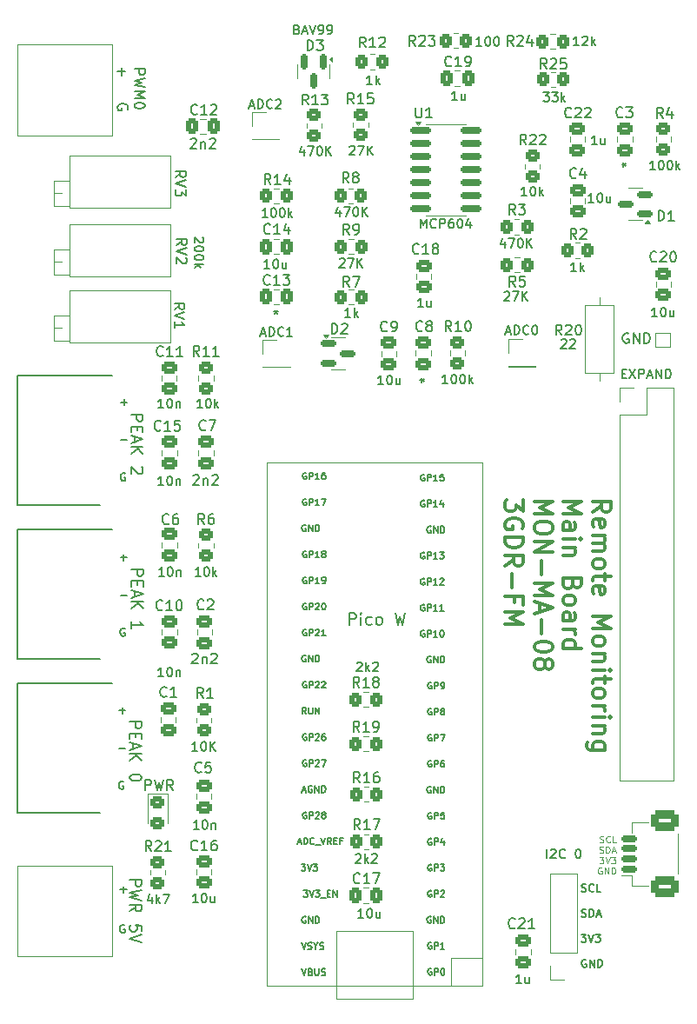
<source format=gbr>
%TF.GenerationSoftware,KiCad,Pcbnew,9.0.2*%
%TF.CreationDate,2025-06-13T11:02:27+10:00*%
%TF.ProjectId,v8_equip_monitor,76385f65-7175-4697-905f-6d6f6e69746f,rev?*%
%TF.SameCoordinates,Original*%
%TF.FileFunction,Legend,Top*%
%TF.FilePolarity,Positive*%
%FSLAX46Y46*%
G04 Gerber Fmt 4.6, Leading zero omitted, Abs format (unit mm)*
G04 Created by KiCad (PCBNEW 9.0.2) date 2025-06-13 11:02:27*
%MOMM*%
%LPD*%
G01*
G04 APERTURE LIST*
G04 Aperture macros list*
%AMRoundRect*
0 Rectangle with rounded corners*
0 $1 Rounding radius*
0 $2 $3 $4 $5 $6 $7 $8 $9 X,Y pos of 4 corners*
0 Add a 4 corners polygon primitive as box body*
4,1,4,$2,$3,$4,$5,$6,$7,$8,$9,$2,$3,0*
0 Add four circle primitives for the rounded corners*
1,1,$1+$1,$2,$3*
1,1,$1+$1,$4,$5*
1,1,$1+$1,$6,$7*
1,1,$1+$1,$8,$9*
0 Add four rect primitives between the rounded corners*
20,1,$1+$1,$2,$3,$4,$5,0*
20,1,$1+$1,$4,$5,$6,$7,0*
20,1,$1+$1,$6,$7,$8,$9,0*
20,1,$1+$1,$8,$9,$2,$3,0*%
G04 Aperture macros list end*
%ADD10C,0.127000*%
%ADD11C,0.101600*%
%ADD12C,0.177800*%
%ADD13C,0.330200*%
%ADD14C,0.150000*%
%ADD15C,0.203200*%
%ADD16C,0.120000*%
%ADD17C,0.100000*%
%ADD18C,0.200000*%
%ADD19RoundRect,0.250000X-0.475000X0.337500X-0.475000X-0.337500X0.475000X-0.337500X0.475000X0.337500X0*%
%ADD20O,1.700000X1.700000*%
%ADD21R,1.700000X1.700000*%
%ADD22RoundRect,0.250000X-0.350000X-0.450000X0.350000X-0.450000X0.350000X0.450000X-0.350000X0.450000X0*%
%ADD23RoundRect,0.250000X0.475000X-0.337500X0.475000X0.337500X-0.475000X0.337500X-0.475000X-0.337500X0*%
%ADD24RoundRect,0.250000X0.450000X-0.350000X0.450000X0.350000X-0.450000X0.350000X-0.450000X-0.350000X0*%
%ADD25RoundRect,0.250000X0.350000X0.450000X-0.350000X0.450000X-0.350000X-0.450000X0.350000X-0.450000X0*%
%ADD26C,2.100000*%
%ADD27RoundRect,0.250000X-0.450000X0.350000X-0.450000X-0.350000X0.450000X-0.350000X0.450000X0.350000X0*%
%ADD28C,1.440000*%
%ADD29RoundRect,0.150000X0.625000X-0.150000X0.625000X0.150000X-0.625000X0.150000X-0.625000X-0.150000X0*%
%ADD30RoundRect,0.416666X0.970834X-0.583334X0.970834X0.583334X-0.970834X0.583334X-0.970834X-0.583334X0*%
%ADD31RoundRect,0.150000X-0.150000X0.587500X-0.150000X-0.587500X0.150000X-0.587500X0.150000X0.587500X0*%
%ADD32C,3.500000*%
%ADD33RoundRect,0.250000X-0.450000X0.325000X-0.450000X-0.325000X0.450000X-0.325000X0.450000X0.325000X0*%
%ADD34RoundRect,0.250000X0.337500X0.475000X-0.337500X0.475000X-0.337500X-0.475000X0.337500X-0.475000X0*%
%ADD35R,2.025000X2.025000*%
%ADD36C,2.025000*%
%ADD37C,1.600000*%
%ADD38O,1.600000X1.600000*%
%ADD39R,1.000000X1.000000*%
%ADD40RoundRect,0.250000X-0.337500X-0.475000X0.337500X-0.475000X0.337500X0.475000X-0.337500X0.475000X0*%
%ADD41RoundRect,0.150000X0.587500X0.150000X-0.587500X0.150000X-0.587500X-0.150000X0.587500X-0.150000X0*%
%ADD42RoundRect,0.150000X-0.587500X-0.150000X0.587500X-0.150000X0.587500X0.150000X-0.587500X0.150000X0*%
%ADD43RoundRect,0.150000X-0.825000X-0.150000X0.825000X-0.150000X0.825000X0.150000X-0.825000X0.150000X0*%
G04 APERTURE END LIST*
D10*
X5065580Y-37511994D02*
X5646152Y-37511994D01*
X5355866Y-37802279D02*
X5355866Y-37221708D01*
X5065580Y-41192325D02*
X5646152Y-41192325D01*
X5464723Y-44437227D02*
X5392152Y-44400941D01*
X5392152Y-44400941D02*
X5283294Y-44400941D01*
X5283294Y-44400941D02*
X5174437Y-44437227D01*
X5174437Y-44437227D02*
X5101866Y-44509798D01*
X5101866Y-44509798D02*
X5065580Y-44582370D01*
X5065580Y-44582370D02*
X5029294Y-44727513D01*
X5029294Y-44727513D02*
X5029294Y-44836370D01*
X5029294Y-44836370D02*
X5065580Y-44981513D01*
X5065580Y-44981513D02*
X5101866Y-45054084D01*
X5101866Y-45054084D02*
X5174437Y-45126656D01*
X5174437Y-45126656D02*
X5283294Y-45162941D01*
X5283294Y-45162941D02*
X5355866Y-45162941D01*
X5355866Y-45162941D02*
X5464723Y-45126656D01*
X5464723Y-45126656D02*
X5501009Y-45090370D01*
X5501009Y-45090370D02*
X5501009Y-44836370D01*
X5501009Y-44836370D02*
X5355866Y-44836370D01*
X4887780Y-67534794D02*
X5468352Y-67534794D01*
X5178066Y-67825079D02*
X5178066Y-67244508D01*
X4887780Y-71215125D02*
X5468352Y-71215125D01*
X5286923Y-74460027D02*
X5214352Y-74423741D01*
X5214352Y-74423741D02*
X5105494Y-74423741D01*
X5105494Y-74423741D02*
X4996637Y-74460027D01*
X4996637Y-74460027D02*
X4924066Y-74532598D01*
X4924066Y-74532598D02*
X4887780Y-74605170D01*
X4887780Y-74605170D02*
X4851494Y-74750313D01*
X4851494Y-74750313D02*
X4851494Y-74859170D01*
X4851494Y-74859170D02*
X4887780Y-75004313D01*
X4887780Y-75004313D02*
X4924066Y-75076884D01*
X4924066Y-75076884D02*
X4996637Y-75149456D01*
X4996637Y-75149456D02*
X5105494Y-75185741D01*
X5105494Y-75185741D02*
X5178066Y-75185741D01*
X5178066Y-75185741D02*
X5286923Y-75149456D01*
X5286923Y-75149456D02*
X5323209Y-75113170D01*
X5323209Y-75113170D02*
X5323209Y-74859170D01*
X5323209Y-74859170D02*
X5178066Y-74859170D01*
X5040180Y-52624994D02*
X5620752Y-52624994D01*
X5330466Y-52915279D02*
X5330466Y-52334708D01*
X5040180Y-56305325D02*
X5620752Y-56305325D01*
X5439323Y-59550227D02*
X5366752Y-59513941D01*
X5366752Y-59513941D02*
X5257894Y-59513941D01*
X5257894Y-59513941D02*
X5149037Y-59550227D01*
X5149037Y-59550227D02*
X5076466Y-59622798D01*
X5076466Y-59622798D02*
X5040180Y-59695370D01*
X5040180Y-59695370D02*
X5003894Y-59840513D01*
X5003894Y-59840513D02*
X5003894Y-59949370D01*
X5003894Y-59949370D02*
X5040180Y-60094513D01*
X5040180Y-60094513D02*
X5076466Y-60167084D01*
X5076466Y-60167084D02*
X5149037Y-60239656D01*
X5149037Y-60239656D02*
X5257894Y-60275941D01*
X5257894Y-60275941D02*
X5330466Y-60275941D01*
X5330466Y-60275941D02*
X5439323Y-60239656D01*
X5439323Y-60239656D02*
X5475609Y-60203370D01*
X5475609Y-60203370D02*
X5475609Y-59949370D01*
X5475609Y-59949370D02*
X5330466Y-59949370D01*
X49936494Y-85136994D02*
X50045352Y-85173279D01*
X50045352Y-85173279D02*
X50226780Y-85173279D01*
X50226780Y-85173279D02*
X50299352Y-85136994D01*
X50299352Y-85136994D02*
X50335637Y-85100708D01*
X50335637Y-85100708D02*
X50371923Y-85028136D01*
X50371923Y-85028136D02*
X50371923Y-84955565D01*
X50371923Y-84955565D02*
X50335637Y-84882994D01*
X50335637Y-84882994D02*
X50299352Y-84846708D01*
X50299352Y-84846708D02*
X50226780Y-84810422D01*
X50226780Y-84810422D02*
X50081637Y-84774136D01*
X50081637Y-84774136D02*
X50009066Y-84737851D01*
X50009066Y-84737851D02*
X49972780Y-84701565D01*
X49972780Y-84701565D02*
X49936494Y-84628994D01*
X49936494Y-84628994D02*
X49936494Y-84556422D01*
X49936494Y-84556422D02*
X49972780Y-84483851D01*
X49972780Y-84483851D02*
X50009066Y-84447565D01*
X50009066Y-84447565D02*
X50081637Y-84411279D01*
X50081637Y-84411279D02*
X50263066Y-84411279D01*
X50263066Y-84411279D02*
X50371923Y-84447565D01*
X51133923Y-85100708D02*
X51097637Y-85136994D01*
X51097637Y-85136994D02*
X50988780Y-85173279D01*
X50988780Y-85173279D02*
X50916208Y-85173279D01*
X50916208Y-85173279D02*
X50807351Y-85136994D01*
X50807351Y-85136994D02*
X50734780Y-85064422D01*
X50734780Y-85064422D02*
X50698494Y-84991851D01*
X50698494Y-84991851D02*
X50662208Y-84846708D01*
X50662208Y-84846708D02*
X50662208Y-84737851D01*
X50662208Y-84737851D02*
X50698494Y-84592708D01*
X50698494Y-84592708D02*
X50734780Y-84520136D01*
X50734780Y-84520136D02*
X50807351Y-84447565D01*
X50807351Y-84447565D02*
X50916208Y-84411279D01*
X50916208Y-84411279D02*
X50988780Y-84411279D01*
X50988780Y-84411279D02*
X51097637Y-84447565D01*
X51097637Y-84447565D02*
X51133923Y-84483851D01*
X51823351Y-85173279D02*
X51460494Y-85173279D01*
X51460494Y-85173279D02*
X51460494Y-84411279D01*
X49936494Y-87590548D02*
X50045352Y-87626833D01*
X50045352Y-87626833D02*
X50226780Y-87626833D01*
X50226780Y-87626833D02*
X50299352Y-87590548D01*
X50299352Y-87590548D02*
X50335637Y-87554262D01*
X50335637Y-87554262D02*
X50371923Y-87481690D01*
X50371923Y-87481690D02*
X50371923Y-87409119D01*
X50371923Y-87409119D02*
X50335637Y-87336548D01*
X50335637Y-87336548D02*
X50299352Y-87300262D01*
X50299352Y-87300262D02*
X50226780Y-87263976D01*
X50226780Y-87263976D02*
X50081637Y-87227690D01*
X50081637Y-87227690D02*
X50009066Y-87191405D01*
X50009066Y-87191405D02*
X49972780Y-87155119D01*
X49972780Y-87155119D02*
X49936494Y-87082548D01*
X49936494Y-87082548D02*
X49936494Y-87009976D01*
X49936494Y-87009976D02*
X49972780Y-86937405D01*
X49972780Y-86937405D02*
X50009066Y-86901119D01*
X50009066Y-86901119D02*
X50081637Y-86864833D01*
X50081637Y-86864833D02*
X50263066Y-86864833D01*
X50263066Y-86864833D02*
X50371923Y-86901119D01*
X50698494Y-87626833D02*
X50698494Y-86864833D01*
X50698494Y-86864833D02*
X50879923Y-86864833D01*
X50879923Y-86864833D02*
X50988780Y-86901119D01*
X50988780Y-86901119D02*
X51061351Y-86973690D01*
X51061351Y-86973690D02*
X51097637Y-87046262D01*
X51097637Y-87046262D02*
X51133923Y-87191405D01*
X51133923Y-87191405D02*
X51133923Y-87300262D01*
X51133923Y-87300262D02*
X51097637Y-87445405D01*
X51097637Y-87445405D02*
X51061351Y-87517976D01*
X51061351Y-87517976D02*
X50988780Y-87590548D01*
X50988780Y-87590548D02*
X50879923Y-87626833D01*
X50879923Y-87626833D02*
X50698494Y-87626833D01*
X51424208Y-87409119D02*
X51787066Y-87409119D01*
X51351637Y-87626833D02*
X51605637Y-86864833D01*
X51605637Y-86864833D02*
X51859637Y-87626833D01*
X49900209Y-89318387D02*
X50371923Y-89318387D01*
X50371923Y-89318387D02*
X50117923Y-89608673D01*
X50117923Y-89608673D02*
X50226780Y-89608673D01*
X50226780Y-89608673D02*
X50299352Y-89644959D01*
X50299352Y-89644959D02*
X50335637Y-89681244D01*
X50335637Y-89681244D02*
X50371923Y-89753816D01*
X50371923Y-89753816D02*
X50371923Y-89935244D01*
X50371923Y-89935244D02*
X50335637Y-90007816D01*
X50335637Y-90007816D02*
X50299352Y-90044102D01*
X50299352Y-90044102D02*
X50226780Y-90080387D01*
X50226780Y-90080387D02*
X50009066Y-90080387D01*
X50009066Y-90080387D02*
X49936494Y-90044102D01*
X49936494Y-90044102D02*
X49900209Y-90007816D01*
X50589637Y-89318387D02*
X50843637Y-90080387D01*
X50843637Y-90080387D02*
X51097637Y-89318387D01*
X51279066Y-89318387D02*
X51750780Y-89318387D01*
X51750780Y-89318387D02*
X51496780Y-89608673D01*
X51496780Y-89608673D02*
X51605637Y-89608673D01*
X51605637Y-89608673D02*
X51678209Y-89644959D01*
X51678209Y-89644959D02*
X51714494Y-89681244D01*
X51714494Y-89681244D02*
X51750780Y-89753816D01*
X51750780Y-89753816D02*
X51750780Y-89935244D01*
X51750780Y-89935244D02*
X51714494Y-90007816D01*
X51714494Y-90007816D02*
X51678209Y-90044102D01*
X51678209Y-90044102D02*
X51605637Y-90080387D01*
X51605637Y-90080387D02*
X51387923Y-90080387D01*
X51387923Y-90080387D02*
X51315351Y-90044102D01*
X51315351Y-90044102D02*
X51279066Y-90007816D01*
X50371923Y-91808227D02*
X50299352Y-91771941D01*
X50299352Y-91771941D02*
X50190494Y-91771941D01*
X50190494Y-91771941D02*
X50081637Y-91808227D01*
X50081637Y-91808227D02*
X50009066Y-91880798D01*
X50009066Y-91880798D02*
X49972780Y-91953370D01*
X49972780Y-91953370D02*
X49936494Y-92098513D01*
X49936494Y-92098513D02*
X49936494Y-92207370D01*
X49936494Y-92207370D02*
X49972780Y-92352513D01*
X49972780Y-92352513D02*
X50009066Y-92425084D01*
X50009066Y-92425084D02*
X50081637Y-92497656D01*
X50081637Y-92497656D02*
X50190494Y-92533941D01*
X50190494Y-92533941D02*
X50263066Y-92533941D01*
X50263066Y-92533941D02*
X50371923Y-92497656D01*
X50371923Y-92497656D02*
X50408209Y-92461370D01*
X50408209Y-92461370D02*
X50408209Y-92207370D01*
X50408209Y-92207370D02*
X50263066Y-92207370D01*
X50734780Y-92533941D02*
X50734780Y-91771941D01*
X50734780Y-91771941D02*
X51170209Y-92533941D01*
X51170209Y-92533941D02*
X51170209Y-91771941D01*
X51533066Y-92533941D02*
X51533066Y-91771941D01*
X51533066Y-91771941D02*
X51714495Y-91771941D01*
X51714495Y-91771941D02*
X51823352Y-91808227D01*
X51823352Y-91808227D02*
X51895923Y-91880798D01*
X51895923Y-91880798D02*
X51932209Y-91953370D01*
X51932209Y-91953370D02*
X51968495Y-92098513D01*
X51968495Y-92098513D02*
X51968495Y-92207370D01*
X51968495Y-92207370D02*
X51932209Y-92352513D01*
X51932209Y-92352513D02*
X51895923Y-92425084D01*
X51895923Y-92425084D02*
X51823352Y-92497656D01*
X51823352Y-92497656D02*
X51714495Y-92533941D01*
X51714495Y-92533941D02*
X51533066Y-92533941D01*
X5001475Y-84965000D02*
X5620752Y-84965000D01*
X5311113Y-85274638D02*
X5311113Y-84655362D01*
X5427228Y-88426229D02*
X5349818Y-88387524D01*
X5349818Y-88387524D02*
X5233704Y-88387524D01*
X5233704Y-88387524D02*
X5117590Y-88426229D01*
X5117590Y-88426229D02*
X5040180Y-88503639D01*
X5040180Y-88503639D02*
X5001475Y-88581048D01*
X5001475Y-88581048D02*
X4962771Y-88735867D01*
X4962771Y-88735867D02*
X4962771Y-88851981D01*
X4962771Y-88851981D02*
X5001475Y-89006800D01*
X5001475Y-89006800D02*
X5040180Y-89084210D01*
X5040180Y-89084210D02*
X5117590Y-89161620D01*
X5117590Y-89161620D02*
X5233704Y-89200324D01*
X5233704Y-89200324D02*
X5311113Y-89200324D01*
X5311113Y-89200324D02*
X5427228Y-89161620D01*
X5427228Y-89161620D02*
X5465932Y-89122915D01*
X5465932Y-89122915D02*
X5465932Y-88851981D01*
X5465932Y-88851981D02*
X5311113Y-88851981D01*
D11*
X51716500Y-80360424D02*
X51807214Y-80390662D01*
X51807214Y-80390662D02*
X51958405Y-80390662D01*
X51958405Y-80390662D02*
X52018881Y-80360424D01*
X52018881Y-80360424D02*
X52049119Y-80330185D01*
X52049119Y-80330185D02*
X52079357Y-80269709D01*
X52079357Y-80269709D02*
X52079357Y-80209233D01*
X52079357Y-80209233D02*
X52049119Y-80148757D01*
X52049119Y-80148757D02*
X52018881Y-80118519D01*
X52018881Y-80118519D02*
X51958405Y-80088281D01*
X51958405Y-80088281D02*
X51837452Y-80058043D01*
X51837452Y-80058043D02*
X51776976Y-80027804D01*
X51776976Y-80027804D02*
X51746738Y-79997566D01*
X51746738Y-79997566D02*
X51716500Y-79937090D01*
X51716500Y-79937090D02*
X51716500Y-79876614D01*
X51716500Y-79876614D02*
X51746738Y-79816138D01*
X51746738Y-79816138D02*
X51776976Y-79785900D01*
X51776976Y-79785900D02*
X51837452Y-79755662D01*
X51837452Y-79755662D02*
X51988643Y-79755662D01*
X51988643Y-79755662D02*
X52079357Y-79785900D01*
X52714357Y-80330185D02*
X52684119Y-80360424D01*
X52684119Y-80360424D02*
X52593405Y-80390662D01*
X52593405Y-80390662D02*
X52532929Y-80390662D01*
X52532929Y-80390662D02*
X52442214Y-80360424D01*
X52442214Y-80360424D02*
X52381738Y-80299947D01*
X52381738Y-80299947D02*
X52351500Y-80239471D01*
X52351500Y-80239471D02*
X52321262Y-80118519D01*
X52321262Y-80118519D02*
X52321262Y-80027804D01*
X52321262Y-80027804D02*
X52351500Y-79906852D01*
X52351500Y-79906852D02*
X52381738Y-79846376D01*
X52381738Y-79846376D02*
X52442214Y-79785900D01*
X52442214Y-79785900D02*
X52532929Y-79755662D01*
X52532929Y-79755662D02*
X52593405Y-79755662D01*
X52593405Y-79755662D02*
X52684119Y-79785900D01*
X52684119Y-79785900D02*
X52714357Y-79816138D01*
X53288881Y-80390662D02*
X52986500Y-80390662D01*
X52986500Y-80390662D02*
X52986500Y-79755662D01*
X51686262Y-81382738D02*
X51776976Y-81412976D01*
X51776976Y-81412976D02*
X51928167Y-81412976D01*
X51928167Y-81412976D02*
X51988643Y-81382738D01*
X51988643Y-81382738D02*
X52018881Y-81352499D01*
X52018881Y-81352499D02*
X52049119Y-81292023D01*
X52049119Y-81292023D02*
X52049119Y-81231547D01*
X52049119Y-81231547D02*
X52018881Y-81171071D01*
X52018881Y-81171071D02*
X51988643Y-81140833D01*
X51988643Y-81140833D02*
X51928167Y-81110595D01*
X51928167Y-81110595D02*
X51807214Y-81080357D01*
X51807214Y-81080357D02*
X51746738Y-81050118D01*
X51746738Y-81050118D02*
X51716500Y-81019880D01*
X51716500Y-81019880D02*
X51686262Y-80959404D01*
X51686262Y-80959404D02*
X51686262Y-80898928D01*
X51686262Y-80898928D02*
X51716500Y-80838452D01*
X51716500Y-80838452D02*
X51746738Y-80808214D01*
X51746738Y-80808214D02*
X51807214Y-80777976D01*
X51807214Y-80777976D02*
X51958405Y-80777976D01*
X51958405Y-80777976D02*
X52049119Y-80808214D01*
X52321262Y-81412976D02*
X52321262Y-80777976D01*
X52321262Y-80777976D02*
X52472452Y-80777976D01*
X52472452Y-80777976D02*
X52563167Y-80808214D01*
X52563167Y-80808214D02*
X52623643Y-80868690D01*
X52623643Y-80868690D02*
X52653881Y-80929166D01*
X52653881Y-80929166D02*
X52684119Y-81050118D01*
X52684119Y-81050118D02*
X52684119Y-81140833D01*
X52684119Y-81140833D02*
X52653881Y-81261785D01*
X52653881Y-81261785D02*
X52623643Y-81322261D01*
X52623643Y-81322261D02*
X52563167Y-81382738D01*
X52563167Y-81382738D02*
X52472452Y-81412976D01*
X52472452Y-81412976D02*
X52321262Y-81412976D01*
X52926024Y-81231547D02*
X53228405Y-81231547D01*
X52865548Y-81412976D02*
X53077214Y-80777976D01*
X53077214Y-80777976D02*
X53288881Y-81412976D01*
X51686262Y-81800290D02*
X52079357Y-81800290D01*
X52079357Y-81800290D02*
X51867690Y-82042194D01*
X51867690Y-82042194D02*
X51958405Y-82042194D01*
X51958405Y-82042194D02*
X52018881Y-82072432D01*
X52018881Y-82072432D02*
X52049119Y-82102671D01*
X52049119Y-82102671D02*
X52079357Y-82163147D01*
X52079357Y-82163147D02*
X52079357Y-82314337D01*
X52079357Y-82314337D02*
X52049119Y-82374813D01*
X52049119Y-82374813D02*
X52018881Y-82405052D01*
X52018881Y-82405052D02*
X51958405Y-82435290D01*
X51958405Y-82435290D02*
X51776976Y-82435290D01*
X51776976Y-82435290D02*
X51716500Y-82405052D01*
X51716500Y-82405052D02*
X51686262Y-82374813D01*
X52260786Y-81800290D02*
X52472452Y-82435290D01*
X52472452Y-82435290D02*
X52684119Y-81800290D01*
X52835310Y-81800290D02*
X53228405Y-81800290D01*
X53228405Y-81800290D02*
X53016738Y-82042194D01*
X53016738Y-82042194D02*
X53107453Y-82042194D01*
X53107453Y-82042194D02*
X53167929Y-82072432D01*
X53167929Y-82072432D02*
X53198167Y-82102671D01*
X53198167Y-82102671D02*
X53228405Y-82163147D01*
X53228405Y-82163147D02*
X53228405Y-82314337D01*
X53228405Y-82314337D02*
X53198167Y-82374813D01*
X53198167Y-82374813D02*
X53167929Y-82405052D01*
X53167929Y-82405052D02*
X53107453Y-82435290D01*
X53107453Y-82435290D02*
X52926024Y-82435290D01*
X52926024Y-82435290D02*
X52865548Y-82405052D01*
X52865548Y-82405052D02*
X52835310Y-82374813D01*
X51897929Y-82852842D02*
X51837453Y-82822604D01*
X51837453Y-82822604D02*
X51746739Y-82822604D01*
X51746739Y-82822604D02*
X51656024Y-82852842D01*
X51656024Y-82852842D02*
X51595548Y-82913318D01*
X51595548Y-82913318D02*
X51565310Y-82973794D01*
X51565310Y-82973794D02*
X51535072Y-83094746D01*
X51535072Y-83094746D02*
X51535072Y-83185461D01*
X51535072Y-83185461D02*
X51565310Y-83306413D01*
X51565310Y-83306413D02*
X51595548Y-83366889D01*
X51595548Y-83366889D02*
X51656024Y-83427366D01*
X51656024Y-83427366D02*
X51746739Y-83457604D01*
X51746739Y-83457604D02*
X51807215Y-83457604D01*
X51807215Y-83457604D02*
X51897929Y-83427366D01*
X51897929Y-83427366D02*
X51928167Y-83397127D01*
X51928167Y-83397127D02*
X51928167Y-83185461D01*
X51928167Y-83185461D02*
X51807215Y-83185461D01*
X52200310Y-83457604D02*
X52200310Y-82822604D01*
X52200310Y-82822604D02*
X52563167Y-83457604D01*
X52563167Y-83457604D02*
X52563167Y-82822604D01*
X52865548Y-83457604D02*
X52865548Y-82822604D01*
X52865548Y-82822604D02*
X53016738Y-82822604D01*
X53016738Y-82822604D02*
X53107453Y-82852842D01*
X53107453Y-82852842D02*
X53167929Y-82913318D01*
X53167929Y-82913318D02*
X53198167Y-82973794D01*
X53198167Y-82973794D02*
X53228405Y-83094746D01*
X53228405Y-83094746D02*
X53228405Y-83185461D01*
X53228405Y-83185461D02*
X53198167Y-83306413D01*
X53198167Y-83306413D02*
X53167929Y-83366889D01*
X53167929Y-83366889D02*
X53107453Y-83427366D01*
X53107453Y-83427366D02*
X53016738Y-83457604D01*
X53016738Y-83457604D02*
X52865548Y-83457604D01*
D12*
X6366688Y-5048552D02*
X7382688Y-5048552D01*
X7382688Y-5048552D02*
X7382688Y-5435600D01*
X7382688Y-5435600D02*
X7334307Y-5532362D01*
X7334307Y-5532362D02*
X7285926Y-5580743D01*
X7285926Y-5580743D02*
X7189164Y-5629124D01*
X7189164Y-5629124D02*
X7044021Y-5629124D01*
X7044021Y-5629124D02*
X6947259Y-5580743D01*
X6947259Y-5580743D02*
X6898878Y-5532362D01*
X6898878Y-5532362D02*
X6850497Y-5435600D01*
X6850497Y-5435600D02*
X6850497Y-5048552D01*
X7382688Y-5967790D02*
X6366688Y-6209695D01*
X6366688Y-6209695D02*
X7092402Y-6403219D01*
X7092402Y-6403219D02*
X6366688Y-6596743D01*
X6366688Y-6596743D02*
X7382688Y-6838648D01*
X6366688Y-7225695D02*
X7382688Y-7225695D01*
X7382688Y-7225695D02*
X6656973Y-7564362D01*
X6656973Y-7564362D02*
X7382688Y-7903029D01*
X7382688Y-7903029D02*
X6366688Y-7903029D01*
X7382688Y-8580362D02*
X7382688Y-8677124D01*
X7382688Y-8677124D02*
X7334307Y-8773886D01*
X7334307Y-8773886D02*
X7285926Y-8822267D01*
X7285926Y-8822267D02*
X7189164Y-8870648D01*
X7189164Y-8870648D02*
X6995640Y-8919029D01*
X6995640Y-8919029D02*
X6753735Y-8919029D01*
X6753735Y-8919029D02*
X6560211Y-8870648D01*
X6560211Y-8870648D02*
X6463449Y-8822267D01*
X6463449Y-8822267D02*
X6415069Y-8773886D01*
X6415069Y-8773886D02*
X6366688Y-8677124D01*
X6366688Y-8677124D02*
X6366688Y-8580362D01*
X6366688Y-8580362D02*
X6415069Y-8483600D01*
X6415069Y-8483600D02*
X6463449Y-8435219D01*
X6463449Y-8435219D02*
X6560211Y-8386838D01*
X6560211Y-8386838D02*
X6753735Y-8338457D01*
X6753735Y-8338457D02*
X6995640Y-8338457D01*
X6995640Y-8338457D02*
X7189164Y-8386838D01*
X7189164Y-8386838D02*
X7285926Y-8435219D01*
X7285926Y-8435219D02*
X7334307Y-8483600D01*
X7334307Y-8483600D02*
X7382688Y-8580362D01*
X5118032Y-4903409D02*
X5118032Y-5677505D01*
X4730985Y-5290457D02*
X5505080Y-5290457D01*
X5698604Y-9015790D02*
X5746985Y-8919028D01*
X5746985Y-8919028D02*
X5746985Y-8773885D01*
X5746985Y-8773885D02*
X5698604Y-8628742D01*
X5698604Y-8628742D02*
X5601842Y-8531980D01*
X5601842Y-8531980D02*
X5505080Y-8483599D01*
X5505080Y-8483599D02*
X5311556Y-8435218D01*
X5311556Y-8435218D02*
X5166413Y-8435218D01*
X5166413Y-8435218D02*
X4972889Y-8483599D01*
X4972889Y-8483599D02*
X4876127Y-8531980D01*
X4876127Y-8531980D02*
X4779366Y-8628742D01*
X4779366Y-8628742D02*
X4730985Y-8773885D01*
X4730985Y-8773885D02*
X4730985Y-8870647D01*
X4730985Y-8870647D02*
X4779366Y-9015790D01*
X4779366Y-9015790D02*
X4827746Y-9064171D01*
X4827746Y-9064171D02*
X5166413Y-9064171D01*
X5166413Y-9064171D02*
X5166413Y-8870647D01*
D13*
X51037003Y-48240169D02*
X51883670Y-47647502D01*
X51037003Y-47224169D02*
X52815003Y-47224169D01*
X52815003Y-47224169D02*
X52815003Y-47901502D01*
X52815003Y-47901502D02*
X52730336Y-48070836D01*
X52730336Y-48070836D02*
X52645670Y-48155502D01*
X52645670Y-48155502D02*
X52476336Y-48240169D01*
X52476336Y-48240169D02*
X52222336Y-48240169D01*
X52222336Y-48240169D02*
X52053003Y-48155502D01*
X52053003Y-48155502D02*
X51968336Y-48070836D01*
X51968336Y-48070836D02*
X51883670Y-47901502D01*
X51883670Y-47901502D02*
X51883670Y-47224169D01*
X51121670Y-49679502D02*
X51037003Y-49510169D01*
X51037003Y-49510169D02*
X51037003Y-49171502D01*
X51037003Y-49171502D02*
X51121670Y-49002169D01*
X51121670Y-49002169D02*
X51291003Y-48917502D01*
X51291003Y-48917502D02*
X51968336Y-48917502D01*
X51968336Y-48917502D02*
X52137670Y-49002169D01*
X52137670Y-49002169D02*
X52222336Y-49171502D01*
X52222336Y-49171502D02*
X52222336Y-49510169D01*
X52222336Y-49510169D02*
X52137670Y-49679502D01*
X52137670Y-49679502D02*
X51968336Y-49764169D01*
X51968336Y-49764169D02*
X51799003Y-49764169D01*
X51799003Y-49764169D02*
X51629670Y-48917502D01*
X51037003Y-50526169D02*
X52222336Y-50526169D01*
X52053003Y-50526169D02*
X52137670Y-50610836D01*
X52137670Y-50610836D02*
X52222336Y-50780169D01*
X52222336Y-50780169D02*
X52222336Y-51034169D01*
X52222336Y-51034169D02*
X52137670Y-51203502D01*
X52137670Y-51203502D02*
X51968336Y-51288169D01*
X51968336Y-51288169D02*
X51037003Y-51288169D01*
X51968336Y-51288169D02*
X52137670Y-51372836D01*
X52137670Y-51372836D02*
X52222336Y-51542169D01*
X52222336Y-51542169D02*
X52222336Y-51796169D01*
X52222336Y-51796169D02*
X52137670Y-51965502D01*
X52137670Y-51965502D02*
X51968336Y-52050169D01*
X51968336Y-52050169D02*
X51037003Y-52050169D01*
X51037003Y-53150836D02*
X51121670Y-52981503D01*
X51121670Y-52981503D02*
X51206336Y-52896836D01*
X51206336Y-52896836D02*
X51375670Y-52812169D01*
X51375670Y-52812169D02*
X51883670Y-52812169D01*
X51883670Y-52812169D02*
X52053003Y-52896836D01*
X52053003Y-52896836D02*
X52137670Y-52981503D01*
X52137670Y-52981503D02*
X52222336Y-53150836D01*
X52222336Y-53150836D02*
X52222336Y-53404836D01*
X52222336Y-53404836D02*
X52137670Y-53574169D01*
X52137670Y-53574169D02*
X52053003Y-53658836D01*
X52053003Y-53658836D02*
X51883670Y-53743503D01*
X51883670Y-53743503D02*
X51375670Y-53743503D01*
X51375670Y-53743503D02*
X51206336Y-53658836D01*
X51206336Y-53658836D02*
X51121670Y-53574169D01*
X51121670Y-53574169D02*
X51037003Y-53404836D01*
X51037003Y-53404836D02*
X51037003Y-53150836D01*
X52222336Y-54251503D02*
X52222336Y-54928836D01*
X52815003Y-54505503D02*
X51291003Y-54505503D01*
X51291003Y-54505503D02*
X51121670Y-54590170D01*
X51121670Y-54590170D02*
X51037003Y-54759503D01*
X51037003Y-54759503D02*
X51037003Y-54928836D01*
X51121670Y-56198836D02*
X51037003Y-56029503D01*
X51037003Y-56029503D02*
X51037003Y-55690836D01*
X51037003Y-55690836D02*
X51121670Y-55521503D01*
X51121670Y-55521503D02*
X51291003Y-55436836D01*
X51291003Y-55436836D02*
X51968336Y-55436836D01*
X51968336Y-55436836D02*
X52137670Y-55521503D01*
X52137670Y-55521503D02*
X52222336Y-55690836D01*
X52222336Y-55690836D02*
X52222336Y-56029503D01*
X52222336Y-56029503D02*
X52137670Y-56198836D01*
X52137670Y-56198836D02*
X51968336Y-56283503D01*
X51968336Y-56283503D02*
X51799003Y-56283503D01*
X51799003Y-56283503D02*
X51629670Y-55436836D01*
X51037003Y-58400170D02*
X52815003Y-58400170D01*
X52815003Y-58400170D02*
X51545003Y-58992837D01*
X51545003Y-58992837D02*
X52815003Y-59585503D01*
X52815003Y-59585503D02*
X51037003Y-59585503D01*
X51037003Y-60686170D02*
X51121670Y-60516837D01*
X51121670Y-60516837D02*
X51206336Y-60432170D01*
X51206336Y-60432170D02*
X51375670Y-60347503D01*
X51375670Y-60347503D02*
X51883670Y-60347503D01*
X51883670Y-60347503D02*
X52053003Y-60432170D01*
X52053003Y-60432170D02*
X52137670Y-60516837D01*
X52137670Y-60516837D02*
X52222336Y-60686170D01*
X52222336Y-60686170D02*
X52222336Y-60940170D01*
X52222336Y-60940170D02*
X52137670Y-61109503D01*
X52137670Y-61109503D02*
X52053003Y-61194170D01*
X52053003Y-61194170D02*
X51883670Y-61278837D01*
X51883670Y-61278837D02*
X51375670Y-61278837D01*
X51375670Y-61278837D02*
X51206336Y-61194170D01*
X51206336Y-61194170D02*
X51121670Y-61109503D01*
X51121670Y-61109503D02*
X51037003Y-60940170D01*
X51037003Y-60940170D02*
X51037003Y-60686170D01*
X52222336Y-62040837D02*
X51037003Y-62040837D01*
X52053003Y-62040837D02*
X52137670Y-62125504D01*
X52137670Y-62125504D02*
X52222336Y-62294837D01*
X52222336Y-62294837D02*
X52222336Y-62548837D01*
X52222336Y-62548837D02*
X52137670Y-62718170D01*
X52137670Y-62718170D02*
X51968336Y-62802837D01*
X51968336Y-62802837D02*
X51037003Y-62802837D01*
X51037003Y-63649504D02*
X52222336Y-63649504D01*
X52815003Y-63649504D02*
X52730336Y-63564837D01*
X52730336Y-63564837D02*
X52645670Y-63649504D01*
X52645670Y-63649504D02*
X52730336Y-63734171D01*
X52730336Y-63734171D02*
X52815003Y-63649504D01*
X52815003Y-63649504D02*
X52645670Y-63649504D01*
X52222336Y-64242171D02*
X52222336Y-64919504D01*
X52815003Y-64496171D02*
X51291003Y-64496171D01*
X51291003Y-64496171D02*
X51121670Y-64580838D01*
X51121670Y-64580838D02*
X51037003Y-64750171D01*
X51037003Y-64750171D02*
X51037003Y-64919504D01*
X51037003Y-65766171D02*
X51121670Y-65596838D01*
X51121670Y-65596838D02*
X51206336Y-65512171D01*
X51206336Y-65512171D02*
X51375670Y-65427504D01*
X51375670Y-65427504D02*
X51883670Y-65427504D01*
X51883670Y-65427504D02*
X52053003Y-65512171D01*
X52053003Y-65512171D02*
X52137670Y-65596838D01*
X52137670Y-65596838D02*
X52222336Y-65766171D01*
X52222336Y-65766171D02*
X52222336Y-66020171D01*
X52222336Y-66020171D02*
X52137670Y-66189504D01*
X52137670Y-66189504D02*
X52053003Y-66274171D01*
X52053003Y-66274171D02*
X51883670Y-66358838D01*
X51883670Y-66358838D02*
X51375670Y-66358838D01*
X51375670Y-66358838D02*
X51206336Y-66274171D01*
X51206336Y-66274171D02*
X51121670Y-66189504D01*
X51121670Y-66189504D02*
X51037003Y-66020171D01*
X51037003Y-66020171D02*
X51037003Y-65766171D01*
X51037003Y-67120838D02*
X52222336Y-67120838D01*
X51883670Y-67120838D02*
X52053003Y-67205505D01*
X52053003Y-67205505D02*
X52137670Y-67290171D01*
X52137670Y-67290171D02*
X52222336Y-67459505D01*
X52222336Y-67459505D02*
X52222336Y-67628838D01*
X51037003Y-68221505D02*
X52222336Y-68221505D01*
X52815003Y-68221505D02*
X52730336Y-68136838D01*
X52730336Y-68136838D02*
X52645670Y-68221505D01*
X52645670Y-68221505D02*
X52730336Y-68306172D01*
X52730336Y-68306172D02*
X52815003Y-68221505D01*
X52815003Y-68221505D02*
X52645670Y-68221505D01*
X52222336Y-69068172D02*
X51037003Y-69068172D01*
X52053003Y-69068172D02*
X52137670Y-69152839D01*
X52137670Y-69152839D02*
X52222336Y-69322172D01*
X52222336Y-69322172D02*
X52222336Y-69576172D01*
X52222336Y-69576172D02*
X52137670Y-69745505D01*
X52137670Y-69745505D02*
X51968336Y-69830172D01*
X51968336Y-69830172D02*
X51037003Y-69830172D01*
X52222336Y-71438839D02*
X50783003Y-71438839D01*
X50783003Y-71438839D02*
X50613670Y-71354172D01*
X50613670Y-71354172D02*
X50529003Y-71269506D01*
X50529003Y-71269506D02*
X50444336Y-71100172D01*
X50444336Y-71100172D02*
X50444336Y-70846172D01*
X50444336Y-70846172D02*
X50529003Y-70676839D01*
X51121670Y-71438839D02*
X51037003Y-71269506D01*
X51037003Y-71269506D02*
X51037003Y-70930839D01*
X51037003Y-70930839D02*
X51121670Y-70761506D01*
X51121670Y-70761506D02*
X51206336Y-70676839D01*
X51206336Y-70676839D02*
X51375670Y-70592172D01*
X51375670Y-70592172D02*
X51883670Y-70592172D01*
X51883670Y-70592172D02*
X52053003Y-70676839D01*
X52053003Y-70676839D02*
X52137670Y-70761506D01*
X52137670Y-70761506D02*
X52222336Y-70930839D01*
X52222336Y-70930839D02*
X52222336Y-71269506D01*
X52222336Y-71269506D02*
X52137670Y-71438839D01*
X48174523Y-47224169D02*
X49952523Y-47224169D01*
X49952523Y-47224169D02*
X48682523Y-47816836D01*
X48682523Y-47816836D02*
X49952523Y-48409502D01*
X49952523Y-48409502D02*
X48174523Y-48409502D01*
X48174523Y-50018169D02*
X49105856Y-50018169D01*
X49105856Y-50018169D02*
X49275190Y-49933502D01*
X49275190Y-49933502D02*
X49359856Y-49764169D01*
X49359856Y-49764169D02*
X49359856Y-49425502D01*
X49359856Y-49425502D02*
X49275190Y-49256169D01*
X48259190Y-50018169D02*
X48174523Y-49848836D01*
X48174523Y-49848836D02*
X48174523Y-49425502D01*
X48174523Y-49425502D02*
X48259190Y-49256169D01*
X48259190Y-49256169D02*
X48428523Y-49171502D01*
X48428523Y-49171502D02*
X48597856Y-49171502D01*
X48597856Y-49171502D02*
X48767190Y-49256169D01*
X48767190Y-49256169D02*
X48851856Y-49425502D01*
X48851856Y-49425502D02*
X48851856Y-49848836D01*
X48851856Y-49848836D02*
X48936523Y-50018169D01*
X48174523Y-50864836D02*
X49359856Y-50864836D01*
X49952523Y-50864836D02*
X49867856Y-50780169D01*
X49867856Y-50780169D02*
X49783190Y-50864836D01*
X49783190Y-50864836D02*
X49867856Y-50949503D01*
X49867856Y-50949503D02*
X49952523Y-50864836D01*
X49952523Y-50864836D02*
X49783190Y-50864836D01*
X49359856Y-51711503D02*
X48174523Y-51711503D01*
X49190523Y-51711503D02*
X49275190Y-51796170D01*
X49275190Y-51796170D02*
X49359856Y-51965503D01*
X49359856Y-51965503D02*
X49359856Y-52219503D01*
X49359856Y-52219503D02*
X49275190Y-52388836D01*
X49275190Y-52388836D02*
X49105856Y-52473503D01*
X49105856Y-52473503D02*
X48174523Y-52473503D01*
X49105856Y-55267504D02*
X49021190Y-55521504D01*
X49021190Y-55521504D02*
X48936523Y-55606170D01*
X48936523Y-55606170D02*
X48767190Y-55690837D01*
X48767190Y-55690837D02*
X48513190Y-55690837D01*
X48513190Y-55690837D02*
X48343856Y-55606170D01*
X48343856Y-55606170D02*
X48259190Y-55521504D01*
X48259190Y-55521504D02*
X48174523Y-55352170D01*
X48174523Y-55352170D02*
X48174523Y-54674837D01*
X48174523Y-54674837D02*
X49952523Y-54674837D01*
X49952523Y-54674837D02*
X49952523Y-55267504D01*
X49952523Y-55267504D02*
X49867856Y-55436837D01*
X49867856Y-55436837D02*
X49783190Y-55521504D01*
X49783190Y-55521504D02*
X49613856Y-55606170D01*
X49613856Y-55606170D02*
X49444523Y-55606170D01*
X49444523Y-55606170D02*
X49275190Y-55521504D01*
X49275190Y-55521504D02*
X49190523Y-55436837D01*
X49190523Y-55436837D02*
X49105856Y-55267504D01*
X49105856Y-55267504D02*
X49105856Y-54674837D01*
X48174523Y-56706837D02*
X48259190Y-56537504D01*
X48259190Y-56537504D02*
X48343856Y-56452837D01*
X48343856Y-56452837D02*
X48513190Y-56368170D01*
X48513190Y-56368170D02*
X49021190Y-56368170D01*
X49021190Y-56368170D02*
X49190523Y-56452837D01*
X49190523Y-56452837D02*
X49275190Y-56537504D01*
X49275190Y-56537504D02*
X49359856Y-56706837D01*
X49359856Y-56706837D02*
X49359856Y-56960837D01*
X49359856Y-56960837D02*
X49275190Y-57130170D01*
X49275190Y-57130170D02*
X49190523Y-57214837D01*
X49190523Y-57214837D02*
X49021190Y-57299504D01*
X49021190Y-57299504D02*
X48513190Y-57299504D01*
X48513190Y-57299504D02*
X48343856Y-57214837D01*
X48343856Y-57214837D02*
X48259190Y-57130170D01*
X48259190Y-57130170D02*
X48174523Y-56960837D01*
X48174523Y-56960837D02*
X48174523Y-56706837D01*
X48174523Y-58823504D02*
X49105856Y-58823504D01*
X49105856Y-58823504D02*
X49275190Y-58738837D01*
X49275190Y-58738837D02*
X49359856Y-58569504D01*
X49359856Y-58569504D02*
X49359856Y-58230837D01*
X49359856Y-58230837D02*
X49275190Y-58061504D01*
X48259190Y-58823504D02*
X48174523Y-58654171D01*
X48174523Y-58654171D02*
X48174523Y-58230837D01*
X48174523Y-58230837D02*
X48259190Y-58061504D01*
X48259190Y-58061504D02*
X48428523Y-57976837D01*
X48428523Y-57976837D02*
X48597856Y-57976837D01*
X48597856Y-57976837D02*
X48767190Y-58061504D01*
X48767190Y-58061504D02*
X48851856Y-58230837D01*
X48851856Y-58230837D02*
X48851856Y-58654171D01*
X48851856Y-58654171D02*
X48936523Y-58823504D01*
X48174523Y-59670171D02*
X49359856Y-59670171D01*
X49021190Y-59670171D02*
X49190523Y-59754838D01*
X49190523Y-59754838D02*
X49275190Y-59839504D01*
X49275190Y-59839504D02*
X49359856Y-60008838D01*
X49359856Y-60008838D02*
X49359856Y-60178171D01*
X48174523Y-61532838D02*
X49952523Y-61532838D01*
X48259190Y-61532838D02*
X48174523Y-61363505D01*
X48174523Y-61363505D02*
X48174523Y-61024838D01*
X48174523Y-61024838D02*
X48259190Y-60855505D01*
X48259190Y-60855505D02*
X48343856Y-60770838D01*
X48343856Y-60770838D02*
X48513190Y-60686171D01*
X48513190Y-60686171D02*
X49021190Y-60686171D01*
X49021190Y-60686171D02*
X49190523Y-60770838D01*
X49190523Y-60770838D02*
X49275190Y-60855505D01*
X49275190Y-60855505D02*
X49359856Y-61024838D01*
X49359856Y-61024838D02*
X49359856Y-61363505D01*
X49359856Y-61363505D02*
X49275190Y-61532838D01*
X45312043Y-47224169D02*
X47090043Y-47224169D01*
X47090043Y-47224169D02*
X45820043Y-47816836D01*
X45820043Y-47816836D02*
X47090043Y-48409502D01*
X47090043Y-48409502D02*
X45312043Y-48409502D01*
X47090043Y-49594836D02*
X47090043Y-49933502D01*
X47090043Y-49933502D02*
X47005376Y-50102836D01*
X47005376Y-50102836D02*
X46836043Y-50272169D01*
X46836043Y-50272169D02*
X46497376Y-50356836D01*
X46497376Y-50356836D02*
X45904710Y-50356836D01*
X45904710Y-50356836D02*
X45566043Y-50272169D01*
X45566043Y-50272169D02*
X45396710Y-50102836D01*
X45396710Y-50102836D02*
X45312043Y-49933502D01*
X45312043Y-49933502D02*
X45312043Y-49594836D01*
X45312043Y-49594836D02*
X45396710Y-49425502D01*
X45396710Y-49425502D02*
X45566043Y-49256169D01*
X45566043Y-49256169D02*
X45904710Y-49171502D01*
X45904710Y-49171502D02*
X46497376Y-49171502D01*
X46497376Y-49171502D02*
X46836043Y-49256169D01*
X46836043Y-49256169D02*
X47005376Y-49425502D01*
X47005376Y-49425502D02*
X47090043Y-49594836D01*
X45312043Y-51118836D02*
X47090043Y-51118836D01*
X47090043Y-51118836D02*
X45312043Y-52134836D01*
X45312043Y-52134836D02*
X47090043Y-52134836D01*
X45989376Y-52981503D02*
X45989376Y-54336170D01*
X45312043Y-55182836D02*
X47090043Y-55182836D01*
X47090043Y-55182836D02*
X45820043Y-55775503D01*
X45820043Y-55775503D02*
X47090043Y-56368169D01*
X47090043Y-56368169D02*
X45312043Y-56368169D01*
X45820043Y-57130169D02*
X45820043Y-57976836D01*
X45312043Y-56960836D02*
X47090043Y-57553503D01*
X47090043Y-57553503D02*
X45312043Y-58146169D01*
X45989376Y-58738836D02*
X45989376Y-60093503D01*
X47090043Y-61278836D02*
X47090043Y-61448169D01*
X47090043Y-61448169D02*
X47005376Y-61617502D01*
X47005376Y-61617502D02*
X46920710Y-61702169D01*
X46920710Y-61702169D02*
X46751376Y-61786836D01*
X46751376Y-61786836D02*
X46412710Y-61871502D01*
X46412710Y-61871502D02*
X45989376Y-61871502D01*
X45989376Y-61871502D02*
X45650710Y-61786836D01*
X45650710Y-61786836D02*
X45481376Y-61702169D01*
X45481376Y-61702169D02*
X45396710Y-61617502D01*
X45396710Y-61617502D02*
X45312043Y-61448169D01*
X45312043Y-61448169D02*
X45312043Y-61278836D01*
X45312043Y-61278836D02*
X45396710Y-61109502D01*
X45396710Y-61109502D02*
X45481376Y-61024836D01*
X45481376Y-61024836D02*
X45650710Y-60940169D01*
X45650710Y-60940169D02*
X45989376Y-60855502D01*
X45989376Y-60855502D02*
X46412710Y-60855502D01*
X46412710Y-60855502D02*
X46751376Y-60940169D01*
X46751376Y-60940169D02*
X46920710Y-61024836D01*
X46920710Y-61024836D02*
X47005376Y-61109502D01*
X47005376Y-61109502D02*
X47090043Y-61278836D01*
X46328043Y-62887502D02*
X46412710Y-62718169D01*
X46412710Y-62718169D02*
X46497376Y-62633502D01*
X46497376Y-62633502D02*
X46666710Y-62548835D01*
X46666710Y-62548835D02*
X46751376Y-62548835D01*
X46751376Y-62548835D02*
X46920710Y-62633502D01*
X46920710Y-62633502D02*
X47005376Y-62718169D01*
X47005376Y-62718169D02*
X47090043Y-62887502D01*
X47090043Y-62887502D02*
X47090043Y-63226169D01*
X47090043Y-63226169D02*
X47005376Y-63395502D01*
X47005376Y-63395502D02*
X46920710Y-63480169D01*
X46920710Y-63480169D02*
X46751376Y-63564835D01*
X46751376Y-63564835D02*
X46666710Y-63564835D01*
X46666710Y-63564835D02*
X46497376Y-63480169D01*
X46497376Y-63480169D02*
X46412710Y-63395502D01*
X46412710Y-63395502D02*
X46328043Y-63226169D01*
X46328043Y-63226169D02*
X46328043Y-62887502D01*
X46328043Y-62887502D02*
X46243376Y-62718169D01*
X46243376Y-62718169D02*
X46158710Y-62633502D01*
X46158710Y-62633502D02*
X45989376Y-62548835D01*
X45989376Y-62548835D02*
X45650710Y-62548835D01*
X45650710Y-62548835D02*
X45481376Y-62633502D01*
X45481376Y-62633502D02*
X45396710Y-62718169D01*
X45396710Y-62718169D02*
X45312043Y-62887502D01*
X45312043Y-62887502D02*
X45312043Y-63226169D01*
X45312043Y-63226169D02*
X45396710Y-63395502D01*
X45396710Y-63395502D02*
X45481376Y-63480169D01*
X45481376Y-63480169D02*
X45650710Y-63564835D01*
X45650710Y-63564835D02*
X45989376Y-63564835D01*
X45989376Y-63564835D02*
X46158710Y-63480169D01*
X46158710Y-63480169D02*
X46243376Y-63395502D01*
X46243376Y-63395502D02*
X46328043Y-63226169D01*
X44227563Y-47054836D02*
X44227563Y-48155502D01*
X44227563Y-48155502D02*
X43550230Y-47562836D01*
X43550230Y-47562836D02*
X43550230Y-47816836D01*
X43550230Y-47816836D02*
X43465563Y-47986169D01*
X43465563Y-47986169D02*
X43380896Y-48070836D01*
X43380896Y-48070836D02*
X43211563Y-48155502D01*
X43211563Y-48155502D02*
X42788230Y-48155502D01*
X42788230Y-48155502D02*
X42618896Y-48070836D01*
X42618896Y-48070836D02*
X42534230Y-47986169D01*
X42534230Y-47986169D02*
X42449563Y-47816836D01*
X42449563Y-47816836D02*
X42449563Y-47308836D01*
X42449563Y-47308836D02*
X42534230Y-47139502D01*
X42534230Y-47139502D02*
X42618896Y-47054836D01*
X44142896Y-49848835D02*
X44227563Y-49679502D01*
X44227563Y-49679502D02*
X44227563Y-49425502D01*
X44227563Y-49425502D02*
X44142896Y-49171502D01*
X44142896Y-49171502D02*
X43973563Y-49002169D01*
X43973563Y-49002169D02*
X43804230Y-48917502D01*
X43804230Y-48917502D02*
X43465563Y-48832835D01*
X43465563Y-48832835D02*
X43211563Y-48832835D01*
X43211563Y-48832835D02*
X42872896Y-48917502D01*
X42872896Y-48917502D02*
X42703563Y-49002169D01*
X42703563Y-49002169D02*
X42534230Y-49171502D01*
X42534230Y-49171502D02*
X42449563Y-49425502D01*
X42449563Y-49425502D02*
X42449563Y-49594835D01*
X42449563Y-49594835D02*
X42534230Y-49848835D01*
X42534230Y-49848835D02*
X42618896Y-49933502D01*
X42618896Y-49933502D02*
X43211563Y-49933502D01*
X43211563Y-49933502D02*
X43211563Y-49594835D01*
X42449563Y-50695502D02*
X44227563Y-50695502D01*
X44227563Y-50695502D02*
X44227563Y-51118835D01*
X44227563Y-51118835D02*
X44142896Y-51372835D01*
X44142896Y-51372835D02*
X43973563Y-51542169D01*
X43973563Y-51542169D02*
X43804230Y-51626835D01*
X43804230Y-51626835D02*
X43465563Y-51711502D01*
X43465563Y-51711502D02*
X43211563Y-51711502D01*
X43211563Y-51711502D02*
X42872896Y-51626835D01*
X42872896Y-51626835D02*
X42703563Y-51542169D01*
X42703563Y-51542169D02*
X42534230Y-51372835D01*
X42534230Y-51372835D02*
X42449563Y-51118835D01*
X42449563Y-51118835D02*
X42449563Y-50695502D01*
X42449563Y-53489502D02*
X43296230Y-52896835D01*
X42449563Y-52473502D02*
X44227563Y-52473502D01*
X44227563Y-52473502D02*
X44227563Y-53150835D01*
X44227563Y-53150835D02*
X44142896Y-53320169D01*
X44142896Y-53320169D02*
X44058230Y-53404835D01*
X44058230Y-53404835D02*
X43888896Y-53489502D01*
X43888896Y-53489502D02*
X43634896Y-53489502D01*
X43634896Y-53489502D02*
X43465563Y-53404835D01*
X43465563Y-53404835D02*
X43380896Y-53320169D01*
X43380896Y-53320169D02*
X43296230Y-53150835D01*
X43296230Y-53150835D02*
X43296230Y-52473502D01*
X43126896Y-54251502D02*
X43126896Y-55606169D01*
X43380896Y-57045502D02*
X43380896Y-56452835D01*
X42449563Y-56452835D02*
X44227563Y-56452835D01*
X44227563Y-56452835D02*
X44227563Y-57299502D01*
X42449563Y-57976835D02*
X44227563Y-57976835D01*
X44227563Y-57976835D02*
X42957563Y-58569502D01*
X42957563Y-58569502D02*
X44227563Y-59162168D01*
X44227563Y-59162168D02*
X42449563Y-59162168D01*
D14*
X9510733Y-66120180D02*
X9463114Y-66167800D01*
X9463114Y-66167800D02*
X9320257Y-66215419D01*
X9320257Y-66215419D02*
X9225019Y-66215419D01*
X9225019Y-66215419D02*
X9082162Y-66167800D01*
X9082162Y-66167800D02*
X8986924Y-66072561D01*
X8986924Y-66072561D02*
X8939305Y-65977323D01*
X8939305Y-65977323D02*
X8891686Y-65786847D01*
X8891686Y-65786847D02*
X8891686Y-65643990D01*
X8891686Y-65643990D02*
X8939305Y-65453514D01*
X8939305Y-65453514D02*
X8986924Y-65358276D01*
X8986924Y-65358276D02*
X9082162Y-65263038D01*
X9082162Y-65263038D02*
X9225019Y-65215419D01*
X9225019Y-65215419D02*
X9320257Y-65215419D01*
X9320257Y-65215419D02*
X9463114Y-65263038D01*
X9463114Y-65263038D02*
X9510733Y-65310657D01*
X10463114Y-66215419D02*
X9891686Y-66215419D01*
X10177400Y-66215419D02*
X10177400Y-65215419D01*
X10177400Y-65215419D02*
X10082162Y-65358276D01*
X10082162Y-65358276D02*
X9986924Y-65453514D01*
X9986924Y-65453514D02*
X9891686Y-65501133D01*
D10*
X9207500Y-64209465D02*
X8699500Y-64209465D01*
X8953500Y-64209465D02*
X8953500Y-63320465D01*
X8953500Y-63320465D02*
X8868833Y-63447465D01*
X8868833Y-63447465D02*
X8784167Y-63532132D01*
X8784167Y-63532132D02*
X8699500Y-63574465D01*
X9757834Y-63320465D02*
X9842500Y-63320465D01*
X9842500Y-63320465D02*
X9927167Y-63362798D01*
X9927167Y-63362798D02*
X9969500Y-63405132D01*
X9969500Y-63405132D02*
X10011834Y-63489798D01*
X10011834Y-63489798D02*
X10054167Y-63659132D01*
X10054167Y-63659132D02*
X10054167Y-63870798D01*
X10054167Y-63870798D02*
X10011834Y-64040132D01*
X10011834Y-64040132D02*
X9969500Y-64124798D01*
X9969500Y-64124798D02*
X9927167Y-64167132D01*
X9927167Y-64167132D02*
X9842500Y-64209465D01*
X9842500Y-64209465D02*
X9757834Y-64209465D01*
X9757834Y-64209465D02*
X9673167Y-64167132D01*
X9673167Y-64167132D02*
X9630834Y-64124798D01*
X9630834Y-64124798D02*
X9588500Y-64040132D01*
X9588500Y-64040132D02*
X9546167Y-63870798D01*
X9546167Y-63870798D02*
X9546167Y-63659132D01*
X9546167Y-63659132D02*
X9588500Y-63489798D01*
X9588500Y-63489798D02*
X9630834Y-63405132D01*
X9630834Y-63405132D02*
X9673167Y-63362798D01*
X9673167Y-63362798D02*
X9757834Y-63320465D01*
X10435167Y-63616798D02*
X10435167Y-64209465D01*
X10435167Y-63701465D02*
X10477501Y-63659132D01*
X10477501Y-63659132D02*
X10562167Y-63616798D01*
X10562167Y-63616798D02*
X10689167Y-63616798D01*
X10689167Y-63616798D02*
X10773834Y-63659132D01*
X10773834Y-63659132D02*
X10816167Y-63743798D01*
X10816167Y-63743798D02*
X10816167Y-64209465D01*
D12*
X27304999Y-59193527D02*
X27304999Y-58050527D01*
X27304999Y-58050527D02*
X27740428Y-58050527D01*
X27740428Y-58050527D02*
X27849285Y-58104956D01*
X27849285Y-58104956D02*
X27903714Y-58159384D01*
X27903714Y-58159384D02*
X27958142Y-58268241D01*
X27958142Y-58268241D02*
X27958142Y-58431527D01*
X27958142Y-58431527D02*
X27903714Y-58540384D01*
X27903714Y-58540384D02*
X27849285Y-58594813D01*
X27849285Y-58594813D02*
X27740428Y-58649241D01*
X27740428Y-58649241D02*
X27304999Y-58649241D01*
X28447999Y-59193527D02*
X28447999Y-58431527D01*
X28447999Y-58050527D02*
X28393571Y-58104956D01*
X28393571Y-58104956D02*
X28447999Y-58159384D01*
X28447999Y-58159384D02*
X28502428Y-58104956D01*
X28502428Y-58104956D02*
X28447999Y-58050527D01*
X28447999Y-58050527D02*
X28447999Y-58159384D01*
X29482143Y-59139099D02*
X29373285Y-59193527D01*
X29373285Y-59193527D02*
X29155571Y-59193527D01*
X29155571Y-59193527D02*
X29046714Y-59139099D01*
X29046714Y-59139099D02*
X28992285Y-59084670D01*
X28992285Y-59084670D02*
X28937857Y-58975813D01*
X28937857Y-58975813D02*
X28937857Y-58649241D01*
X28937857Y-58649241D02*
X28992285Y-58540384D01*
X28992285Y-58540384D02*
X29046714Y-58485956D01*
X29046714Y-58485956D02*
X29155571Y-58431527D01*
X29155571Y-58431527D02*
X29373285Y-58431527D01*
X29373285Y-58431527D02*
X29482143Y-58485956D01*
X30135285Y-59193527D02*
X30026428Y-59139099D01*
X30026428Y-59139099D02*
X29971999Y-59084670D01*
X29971999Y-59084670D02*
X29917571Y-58975813D01*
X29917571Y-58975813D02*
X29917571Y-58649241D01*
X29917571Y-58649241D02*
X29971999Y-58540384D01*
X29971999Y-58540384D02*
X30026428Y-58485956D01*
X30026428Y-58485956D02*
X30135285Y-58431527D01*
X30135285Y-58431527D02*
X30298571Y-58431527D01*
X30298571Y-58431527D02*
X30407428Y-58485956D01*
X30407428Y-58485956D02*
X30461857Y-58540384D01*
X30461857Y-58540384D02*
X30516285Y-58649241D01*
X30516285Y-58649241D02*
X30516285Y-58975813D01*
X30516285Y-58975813D02*
X30461857Y-59084670D01*
X30461857Y-59084670D02*
X30407428Y-59139099D01*
X30407428Y-59139099D02*
X30298571Y-59193527D01*
X30298571Y-59193527D02*
X30135285Y-59193527D01*
X31768142Y-58050527D02*
X32040285Y-59193527D01*
X32040285Y-59193527D02*
X32257999Y-58377099D01*
X32257999Y-58377099D02*
X32475714Y-59193527D01*
X32475714Y-59193527D02*
X32747857Y-58050527D01*
D10*
X35315228Y-80016397D02*
X35254752Y-79986159D01*
X35254752Y-79986159D02*
X35164038Y-79986159D01*
X35164038Y-79986159D02*
X35073323Y-80016397D01*
X35073323Y-80016397D02*
X35012847Y-80076873D01*
X35012847Y-80076873D02*
X34982609Y-80137349D01*
X34982609Y-80137349D02*
X34952371Y-80258301D01*
X34952371Y-80258301D02*
X34952371Y-80349016D01*
X34952371Y-80349016D02*
X34982609Y-80469968D01*
X34982609Y-80469968D02*
X35012847Y-80530444D01*
X35012847Y-80530444D02*
X35073323Y-80590921D01*
X35073323Y-80590921D02*
X35164038Y-80621159D01*
X35164038Y-80621159D02*
X35224514Y-80621159D01*
X35224514Y-80621159D02*
X35315228Y-80590921D01*
X35315228Y-80590921D02*
X35345466Y-80560682D01*
X35345466Y-80560682D02*
X35345466Y-80349016D01*
X35345466Y-80349016D02*
X35224514Y-80349016D01*
X35617609Y-80621159D02*
X35617609Y-79986159D01*
X35617609Y-79986159D02*
X35859514Y-79986159D01*
X35859514Y-79986159D02*
X35919990Y-80016397D01*
X35919990Y-80016397D02*
X35950228Y-80046635D01*
X35950228Y-80046635D02*
X35980466Y-80107111D01*
X35980466Y-80107111D02*
X35980466Y-80197825D01*
X35980466Y-80197825D02*
X35950228Y-80258301D01*
X35950228Y-80258301D02*
X35919990Y-80288540D01*
X35919990Y-80288540D02*
X35859514Y-80318778D01*
X35859514Y-80318778D02*
X35617609Y-80318778D01*
X36524752Y-80197825D02*
X36524752Y-80621159D01*
X36373561Y-79955921D02*
X36222371Y-80409492D01*
X36222371Y-80409492D02*
X36615466Y-80409492D01*
X35315228Y-90149025D02*
X35254752Y-90118787D01*
X35254752Y-90118787D02*
X35164038Y-90118787D01*
X35164038Y-90118787D02*
X35073323Y-90149025D01*
X35073323Y-90149025D02*
X35012847Y-90209501D01*
X35012847Y-90209501D02*
X34982609Y-90269977D01*
X34982609Y-90269977D02*
X34952371Y-90390929D01*
X34952371Y-90390929D02*
X34952371Y-90481644D01*
X34952371Y-90481644D02*
X34982609Y-90602596D01*
X34982609Y-90602596D02*
X35012847Y-90663072D01*
X35012847Y-90663072D02*
X35073323Y-90723549D01*
X35073323Y-90723549D02*
X35164038Y-90753787D01*
X35164038Y-90753787D02*
X35224514Y-90753787D01*
X35224514Y-90753787D02*
X35315228Y-90723549D01*
X35315228Y-90723549D02*
X35345466Y-90693310D01*
X35345466Y-90693310D02*
X35345466Y-90481644D01*
X35345466Y-90481644D02*
X35224514Y-90481644D01*
X35617609Y-90753787D02*
X35617609Y-90118787D01*
X35617609Y-90118787D02*
X35859514Y-90118787D01*
X35859514Y-90118787D02*
X35919990Y-90149025D01*
X35919990Y-90149025D02*
X35950228Y-90179263D01*
X35950228Y-90179263D02*
X35980466Y-90239739D01*
X35980466Y-90239739D02*
X35980466Y-90330453D01*
X35980466Y-90330453D02*
X35950228Y-90390929D01*
X35950228Y-90390929D02*
X35919990Y-90421168D01*
X35919990Y-90421168D02*
X35859514Y-90451406D01*
X35859514Y-90451406D02*
X35617609Y-90451406D01*
X36585228Y-90753787D02*
X36222371Y-90753787D01*
X36403799Y-90753787D02*
X36403799Y-90118787D01*
X36403799Y-90118787D02*
X36343323Y-90209501D01*
X36343323Y-90209501D02*
X36282847Y-90269977D01*
X36282847Y-90269977D02*
X36222371Y-90300215D01*
X35246895Y-74950083D02*
X35186419Y-74919845D01*
X35186419Y-74919845D02*
X35095705Y-74919845D01*
X35095705Y-74919845D02*
X35004990Y-74950083D01*
X35004990Y-74950083D02*
X34944514Y-75010559D01*
X34944514Y-75010559D02*
X34914276Y-75071035D01*
X34914276Y-75071035D02*
X34884038Y-75191987D01*
X34884038Y-75191987D02*
X34884038Y-75282702D01*
X34884038Y-75282702D02*
X34914276Y-75403654D01*
X34914276Y-75403654D02*
X34944514Y-75464130D01*
X34944514Y-75464130D02*
X35004990Y-75524607D01*
X35004990Y-75524607D02*
X35095705Y-75554845D01*
X35095705Y-75554845D02*
X35156181Y-75554845D01*
X35156181Y-75554845D02*
X35246895Y-75524607D01*
X35246895Y-75524607D02*
X35277133Y-75494368D01*
X35277133Y-75494368D02*
X35277133Y-75282702D01*
X35277133Y-75282702D02*
X35156181Y-75282702D01*
X35549276Y-75554845D02*
X35549276Y-74919845D01*
X35549276Y-74919845D02*
X35912133Y-75554845D01*
X35912133Y-75554845D02*
X35912133Y-74919845D01*
X36214514Y-75554845D02*
X36214514Y-74919845D01*
X36214514Y-74919845D02*
X36365704Y-74919845D01*
X36365704Y-74919845D02*
X36456419Y-74950083D01*
X36456419Y-74950083D02*
X36516895Y-75010559D01*
X36516895Y-75010559D02*
X36547133Y-75071035D01*
X36547133Y-75071035D02*
X36577371Y-75191987D01*
X36577371Y-75191987D02*
X36577371Y-75282702D01*
X36577371Y-75282702D02*
X36547133Y-75403654D01*
X36547133Y-75403654D02*
X36516895Y-75464130D01*
X36516895Y-75464130D02*
X36456419Y-75524607D01*
X36456419Y-75524607D02*
X36365704Y-75554845D01*
X36365704Y-75554845D02*
X36214514Y-75554845D01*
X22699871Y-92686159D02*
X22911537Y-93321159D01*
X22911537Y-93321159D02*
X23123204Y-92686159D01*
X23546538Y-92988540D02*
X23637252Y-93018778D01*
X23637252Y-93018778D02*
X23667490Y-93049016D01*
X23667490Y-93049016D02*
X23697728Y-93109492D01*
X23697728Y-93109492D02*
X23697728Y-93200206D01*
X23697728Y-93200206D02*
X23667490Y-93260682D01*
X23667490Y-93260682D02*
X23637252Y-93290921D01*
X23637252Y-93290921D02*
X23576776Y-93321159D01*
X23576776Y-93321159D02*
X23334871Y-93321159D01*
X23334871Y-93321159D02*
X23334871Y-92686159D01*
X23334871Y-92686159D02*
X23546538Y-92686159D01*
X23546538Y-92686159D02*
X23607014Y-92716397D01*
X23607014Y-92716397D02*
X23637252Y-92746635D01*
X23637252Y-92746635D02*
X23667490Y-92807111D01*
X23667490Y-92807111D02*
X23667490Y-92867587D01*
X23667490Y-92867587D02*
X23637252Y-92928063D01*
X23637252Y-92928063D02*
X23607014Y-92958301D01*
X23607014Y-92958301D02*
X23546538Y-92988540D01*
X23546538Y-92988540D02*
X23334871Y-92988540D01*
X23969871Y-92686159D02*
X23969871Y-93200206D01*
X23969871Y-93200206D02*
X24000109Y-93260682D01*
X24000109Y-93260682D02*
X24030347Y-93290921D01*
X24030347Y-93290921D02*
X24090823Y-93321159D01*
X24090823Y-93321159D02*
X24211776Y-93321159D01*
X24211776Y-93321159D02*
X24272252Y-93290921D01*
X24272252Y-93290921D02*
X24302490Y-93260682D01*
X24302490Y-93260682D02*
X24332728Y-93200206D01*
X24332728Y-93200206D02*
X24332728Y-92686159D01*
X24604871Y-93290921D02*
X24695585Y-93321159D01*
X24695585Y-93321159D02*
X24846776Y-93321159D01*
X24846776Y-93321159D02*
X24907252Y-93290921D01*
X24907252Y-93290921D02*
X24937490Y-93260682D01*
X24937490Y-93260682D02*
X24967728Y-93200206D01*
X24967728Y-93200206D02*
X24967728Y-93139730D01*
X24967728Y-93139730D02*
X24937490Y-93079254D01*
X24937490Y-93079254D02*
X24907252Y-93049016D01*
X24907252Y-93049016D02*
X24846776Y-93018778D01*
X24846776Y-93018778D02*
X24725823Y-92988540D01*
X24725823Y-92988540D02*
X24665347Y-92958301D01*
X24665347Y-92958301D02*
X24635109Y-92928063D01*
X24635109Y-92928063D02*
X24604871Y-92867587D01*
X24604871Y-92867587D02*
X24604871Y-92807111D01*
X24604871Y-92807111D02*
X24635109Y-92746635D01*
X24635109Y-92746635D02*
X24665347Y-92716397D01*
X24665347Y-92716397D02*
X24725823Y-92686159D01*
X24725823Y-92686159D02*
X24877014Y-92686159D01*
X24877014Y-92686159D02*
X24967728Y-92716397D01*
X34631894Y-47085356D02*
X34571418Y-47055118D01*
X34571418Y-47055118D02*
X34480704Y-47055118D01*
X34480704Y-47055118D02*
X34389989Y-47085356D01*
X34389989Y-47085356D02*
X34329513Y-47145832D01*
X34329513Y-47145832D02*
X34299275Y-47206308D01*
X34299275Y-47206308D02*
X34269037Y-47327260D01*
X34269037Y-47327260D02*
X34269037Y-47417975D01*
X34269037Y-47417975D02*
X34299275Y-47538927D01*
X34299275Y-47538927D02*
X34329513Y-47599403D01*
X34329513Y-47599403D02*
X34389989Y-47659880D01*
X34389989Y-47659880D02*
X34480704Y-47690118D01*
X34480704Y-47690118D02*
X34541180Y-47690118D01*
X34541180Y-47690118D02*
X34631894Y-47659880D01*
X34631894Y-47659880D02*
X34662132Y-47629641D01*
X34662132Y-47629641D02*
X34662132Y-47417975D01*
X34662132Y-47417975D02*
X34541180Y-47417975D01*
X34934275Y-47690118D02*
X34934275Y-47055118D01*
X34934275Y-47055118D02*
X35176180Y-47055118D01*
X35176180Y-47055118D02*
X35236656Y-47085356D01*
X35236656Y-47085356D02*
X35266894Y-47115594D01*
X35266894Y-47115594D02*
X35297132Y-47176070D01*
X35297132Y-47176070D02*
X35297132Y-47266784D01*
X35297132Y-47266784D02*
X35266894Y-47327260D01*
X35266894Y-47327260D02*
X35236656Y-47357499D01*
X35236656Y-47357499D02*
X35176180Y-47387737D01*
X35176180Y-47387737D02*
X34934275Y-47387737D01*
X35901894Y-47690118D02*
X35539037Y-47690118D01*
X35720465Y-47690118D02*
X35720465Y-47055118D01*
X35720465Y-47055118D02*
X35659989Y-47145832D01*
X35659989Y-47145832D02*
X35599513Y-47206308D01*
X35599513Y-47206308D02*
X35539037Y-47236546D01*
X36446180Y-47266784D02*
X36446180Y-47690118D01*
X36294989Y-47024880D02*
X36143799Y-47478451D01*
X36143799Y-47478451D02*
X36536894Y-47478451D01*
X35315228Y-72416926D02*
X35254752Y-72386688D01*
X35254752Y-72386688D02*
X35164038Y-72386688D01*
X35164038Y-72386688D02*
X35073323Y-72416926D01*
X35073323Y-72416926D02*
X35012847Y-72477402D01*
X35012847Y-72477402D02*
X34982609Y-72537878D01*
X34982609Y-72537878D02*
X34952371Y-72658830D01*
X34952371Y-72658830D02*
X34952371Y-72749545D01*
X34952371Y-72749545D02*
X34982609Y-72870497D01*
X34982609Y-72870497D02*
X35012847Y-72930973D01*
X35012847Y-72930973D02*
X35073323Y-72991450D01*
X35073323Y-72991450D02*
X35164038Y-73021688D01*
X35164038Y-73021688D02*
X35224514Y-73021688D01*
X35224514Y-73021688D02*
X35315228Y-72991450D01*
X35315228Y-72991450D02*
X35345466Y-72961211D01*
X35345466Y-72961211D02*
X35345466Y-72749545D01*
X35345466Y-72749545D02*
X35224514Y-72749545D01*
X35617609Y-73021688D02*
X35617609Y-72386688D01*
X35617609Y-72386688D02*
X35859514Y-72386688D01*
X35859514Y-72386688D02*
X35919990Y-72416926D01*
X35919990Y-72416926D02*
X35950228Y-72447164D01*
X35950228Y-72447164D02*
X35980466Y-72507640D01*
X35980466Y-72507640D02*
X35980466Y-72598354D01*
X35980466Y-72598354D02*
X35950228Y-72658830D01*
X35950228Y-72658830D02*
X35919990Y-72689069D01*
X35919990Y-72689069D02*
X35859514Y-72719307D01*
X35859514Y-72719307D02*
X35617609Y-72719307D01*
X36524752Y-72386688D02*
X36403799Y-72386688D01*
X36403799Y-72386688D02*
X36343323Y-72416926D01*
X36343323Y-72416926D02*
X36313085Y-72447164D01*
X36313085Y-72447164D02*
X36252609Y-72537878D01*
X36252609Y-72537878D02*
X36222371Y-72658830D01*
X36222371Y-72658830D02*
X36222371Y-72900735D01*
X36222371Y-72900735D02*
X36252609Y-72961211D01*
X36252609Y-72961211D02*
X36282847Y-72991450D01*
X36282847Y-72991450D02*
X36343323Y-73021688D01*
X36343323Y-73021688D02*
X36464276Y-73021688D01*
X36464276Y-73021688D02*
X36524752Y-72991450D01*
X36524752Y-72991450D02*
X36554990Y-72961211D01*
X36554990Y-72961211D02*
X36585228Y-72900735D01*
X36585228Y-72900735D02*
X36585228Y-72749545D01*
X36585228Y-72749545D02*
X36554990Y-72689069D01*
X36554990Y-72689069D02*
X36524752Y-72658830D01*
X36524752Y-72658830D02*
X36464276Y-72628592D01*
X36464276Y-72628592D02*
X36343323Y-72628592D01*
X36343323Y-72628592D02*
X36282847Y-72658830D01*
X36282847Y-72658830D02*
X36252609Y-72689069D01*
X36252609Y-72689069D02*
X36222371Y-72749545D01*
X23127133Y-59648505D02*
X23066657Y-59618267D01*
X23066657Y-59618267D02*
X22975943Y-59618267D01*
X22975943Y-59618267D02*
X22885228Y-59648505D01*
X22885228Y-59648505D02*
X22824752Y-59708981D01*
X22824752Y-59708981D02*
X22794514Y-59769457D01*
X22794514Y-59769457D02*
X22764276Y-59890409D01*
X22764276Y-59890409D02*
X22764276Y-59981124D01*
X22764276Y-59981124D02*
X22794514Y-60102076D01*
X22794514Y-60102076D02*
X22824752Y-60162552D01*
X22824752Y-60162552D02*
X22885228Y-60223029D01*
X22885228Y-60223029D02*
X22975943Y-60253267D01*
X22975943Y-60253267D02*
X23036419Y-60253267D01*
X23036419Y-60253267D02*
X23127133Y-60223029D01*
X23127133Y-60223029D02*
X23157371Y-60192790D01*
X23157371Y-60192790D02*
X23157371Y-59981124D01*
X23157371Y-59981124D02*
X23036419Y-59981124D01*
X23429514Y-60253267D02*
X23429514Y-59618267D01*
X23429514Y-59618267D02*
X23671419Y-59618267D01*
X23671419Y-59618267D02*
X23731895Y-59648505D01*
X23731895Y-59648505D02*
X23762133Y-59678743D01*
X23762133Y-59678743D02*
X23792371Y-59739219D01*
X23792371Y-59739219D02*
X23792371Y-59829933D01*
X23792371Y-59829933D02*
X23762133Y-59890409D01*
X23762133Y-59890409D02*
X23731895Y-59920648D01*
X23731895Y-59920648D02*
X23671419Y-59950886D01*
X23671419Y-59950886D02*
X23429514Y-59950886D01*
X24034276Y-59678743D02*
X24064514Y-59648505D01*
X24064514Y-59648505D02*
X24124990Y-59618267D01*
X24124990Y-59618267D02*
X24276181Y-59618267D01*
X24276181Y-59618267D02*
X24336657Y-59648505D01*
X24336657Y-59648505D02*
X24366895Y-59678743D01*
X24366895Y-59678743D02*
X24397133Y-59739219D01*
X24397133Y-59739219D02*
X24397133Y-59799695D01*
X24397133Y-59799695D02*
X24366895Y-59890409D01*
X24366895Y-59890409D02*
X24004038Y-60253267D01*
X24004038Y-60253267D02*
X24397133Y-60253267D01*
X25001895Y-60253267D02*
X24639038Y-60253267D01*
X24820466Y-60253267D02*
X24820466Y-59618267D01*
X24820466Y-59618267D02*
X24759990Y-59708981D01*
X24759990Y-59708981D02*
X24699514Y-59769457D01*
X24699514Y-59769457D02*
X24639038Y-59799695D01*
X23127133Y-69823241D02*
X23066657Y-69793003D01*
X23066657Y-69793003D02*
X22975943Y-69793003D01*
X22975943Y-69793003D02*
X22885228Y-69823241D01*
X22885228Y-69823241D02*
X22824752Y-69883717D01*
X22824752Y-69883717D02*
X22794514Y-69944193D01*
X22794514Y-69944193D02*
X22764276Y-70065145D01*
X22764276Y-70065145D02*
X22764276Y-70155860D01*
X22764276Y-70155860D02*
X22794514Y-70276812D01*
X22794514Y-70276812D02*
X22824752Y-70337288D01*
X22824752Y-70337288D02*
X22885228Y-70397765D01*
X22885228Y-70397765D02*
X22975943Y-70428003D01*
X22975943Y-70428003D02*
X23036419Y-70428003D01*
X23036419Y-70428003D02*
X23127133Y-70397765D01*
X23127133Y-70397765D02*
X23157371Y-70367526D01*
X23157371Y-70367526D02*
X23157371Y-70155860D01*
X23157371Y-70155860D02*
X23036419Y-70155860D01*
X23429514Y-70428003D02*
X23429514Y-69793003D01*
X23429514Y-69793003D02*
X23671419Y-69793003D01*
X23671419Y-69793003D02*
X23731895Y-69823241D01*
X23731895Y-69823241D02*
X23762133Y-69853479D01*
X23762133Y-69853479D02*
X23792371Y-69913955D01*
X23792371Y-69913955D02*
X23792371Y-70004669D01*
X23792371Y-70004669D02*
X23762133Y-70065145D01*
X23762133Y-70065145D02*
X23731895Y-70095384D01*
X23731895Y-70095384D02*
X23671419Y-70125622D01*
X23671419Y-70125622D02*
X23429514Y-70125622D01*
X24034276Y-69853479D02*
X24064514Y-69823241D01*
X24064514Y-69823241D02*
X24124990Y-69793003D01*
X24124990Y-69793003D02*
X24276181Y-69793003D01*
X24276181Y-69793003D02*
X24336657Y-69823241D01*
X24336657Y-69823241D02*
X24366895Y-69853479D01*
X24366895Y-69853479D02*
X24397133Y-69913955D01*
X24397133Y-69913955D02*
X24397133Y-69974431D01*
X24397133Y-69974431D02*
X24366895Y-70065145D01*
X24366895Y-70065145D02*
X24004038Y-70428003D01*
X24004038Y-70428003D02*
X24397133Y-70428003D01*
X24941419Y-69793003D02*
X24820466Y-69793003D01*
X24820466Y-69793003D02*
X24759990Y-69823241D01*
X24759990Y-69823241D02*
X24729752Y-69853479D01*
X24729752Y-69853479D02*
X24669276Y-69944193D01*
X24669276Y-69944193D02*
X24639038Y-70065145D01*
X24639038Y-70065145D02*
X24639038Y-70307050D01*
X24639038Y-70307050D02*
X24669276Y-70367526D01*
X24669276Y-70367526D02*
X24699514Y-70397765D01*
X24699514Y-70397765D02*
X24759990Y-70428003D01*
X24759990Y-70428003D02*
X24880943Y-70428003D01*
X24880943Y-70428003D02*
X24941419Y-70397765D01*
X24941419Y-70397765D02*
X24971657Y-70367526D01*
X24971657Y-70367526D02*
X25001895Y-70307050D01*
X25001895Y-70307050D02*
X25001895Y-70155860D01*
X25001895Y-70155860D02*
X24971657Y-70095384D01*
X24971657Y-70095384D02*
X24941419Y-70065145D01*
X24941419Y-70065145D02*
X24880943Y-70034907D01*
X24880943Y-70034907D02*
X24759990Y-70034907D01*
X24759990Y-70034907D02*
X24699514Y-70065145D01*
X24699514Y-70065145D02*
X24669276Y-70095384D01*
X24669276Y-70095384D02*
X24639038Y-70155860D01*
X23127133Y-44386397D02*
X23066657Y-44356159D01*
X23066657Y-44356159D02*
X22975943Y-44356159D01*
X22975943Y-44356159D02*
X22885228Y-44386397D01*
X22885228Y-44386397D02*
X22824752Y-44446873D01*
X22824752Y-44446873D02*
X22794514Y-44507349D01*
X22794514Y-44507349D02*
X22764276Y-44628301D01*
X22764276Y-44628301D02*
X22764276Y-44719016D01*
X22764276Y-44719016D02*
X22794514Y-44839968D01*
X22794514Y-44839968D02*
X22824752Y-44900444D01*
X22824752Y-44900444D02*
X22885228Y-44960921D01*
X22885228Y-44960921D02*
X22975943Y-44991159D01*
X22975943Y-44991159D02*
X23036419Y-44991159D01*
X23036419Y-44991159D02*
X23127133Y-44960921D01*
X23127133Y-44960921D02*
X23157371Y-44930682D01*
X23157371Y-44930682D02*
X23157371Y-44719016D01*
X23157371Y-44719016D02*
X23036419Y-44719016D01*
X23429514Y-44991159D02*
X23429514Y-44356159D01*
X23429514Y-44356159D02*
X23671419Y-44356159D01*
X23671419Y-44356159D02*
X23731895Y-44386397D01*
X23731895Y-44386397D02*
X23762133Y-44416635D01*
X23762133Y-44416635D02*
X23792371Y-44477111D01*
X23792371Y-44477111D02*
X23792371Y-44567825D01*
X23792371Y-44567825D02*
X23762133Y-44628301D01*
X23762133Y-44628301D02*
X23731895Y-44658540D01*
X23731895Y-44658540D02*
X23671419Y-44688778D01*
X23671419Y-44688778D02*
X23429514Y-44688778D01*
X24397133Y-44991159D02*
X24034276Y-44991159D01*
X24215704Y-44991159D02*
X24215704Y-44356159D01*
X24215704Y-44356159D02*
X24155228Y-44446873D01*
X24155228Y-44446873D02*
X24094752Y-44507349D01*
X24094752Y-44507349D02*
X24034276Y-44537587D01*
X24941419Y-44356159D02*
X24820466Y-44356159D01*
X24820466Y-44356159D02*
X24759990Y-44386397D01*
X24759990Y-44386397D02*
X24729752Y-44416635D01*
X24729752Y-44416635D02*
X24669276Y-44507349D01*
X24669276Y-44507349D02*
X24639038Y-44628301D01*
X24639038Y-44628301D02*
X24639038Y-44870206D01*
X24639038Y-44870206D02*
X24669276Y-44930682D01*
X24669276Y-44930682D02*
X24699514Y-44960921D01*
X24699514Y-44960921D02*
X24759990Y-44991159D01*
X24759990Y-44991159D02*
X24880943Y-44991159D01*
X24880943Y-44991159D02*
X24941419Y-44960921D01*
X24941419Y-44960921D02*
X24971657Y-44930682D01*
X24971657Y-44930682D02*
X25001895Y-44870206D01*
X25001895Y-44870206D02*
X25001895Y-44719016D01*
X25001895Y-44719016D02*
X24971657Y-44658540D01*
X24971657Y-44658540D02*
X24941419Y-44628301D01*
X24941419Y-44628301D02*
X24880943Y-44598063D01*
X24880943Y-44598063D02*
X24759990Y-44598063D01*
X24759990Y-44598063D02*
X24699514Y-44628301D01*
X24699514Y-44628301D02*
X24669276Y-44658540D01*
X24669276Y-44658540D02*
X24639038Y-44719016D01*
X35315228Y-82549554D02*
X35254752Y-82519316D01*
X35254752Y-82519316D02*
X35164038Y-82519316D01*
X35164038Y-82519316D02*
X35073323Y-82549554D01*
X35073323Y-82549554D02*
X35012847Y-82610030D01*
X35012847Y-82610030D02*
X34982609Y-82670506D01*
X34982609Y-82670506D02*
X34952371Y-82791458D01*
X34952371Y-82791458D02*
X34952371Y-82882173D01*
X34952371Y-82882173D02*
X34982609Y-83003125D01*
X34982609Y-83003125D02*
X35012847Y-83063601D01*
X35012847Y-83063601D02*
X35073323Y-83124078D01*
X35073323Y-83124078D02*
X35164038Y-83154316D01*
X35164038Y-83154316D02*
X35224514Y-83154316D01*
X35224514Y-83154316D02*
X35315228Y-83124078D01*
X35315228Y-83124078D02*
X35345466Y-83093839D01*
X35345466Y-83093839D02*
X35345466Y-82882173D01*
X35345466Y-82882173D02*
X35224514Y-82882173D01*
X35617609Y-83154316D02*
X35617609Y-82519316D01*
X35617609Y-82519316D02*
X35859514Y-82519316D01*
X35859514Y-82519316D02*
X35919990Y-82549554D01*
X35919990Y-82549554D02*
X35950228Y-82579792D01*
X35950228Y-82579792D02*
X35980466Y-82640268D01*
X35980466Y-82640268D02*
X35980466Y-82730982D01*
X35980466Y-82730982D02*
X35950228Y-82791458D01*
X35950228Y-82791458D02*
X35919990Y-82821697D01*
X35919990Y-82821697D02*
X35859514Y-82851935D01*
X35859514Y-82851935D02*
X35617609Y-82851935D01*
X36192133Y-82519316D02*
X36585228Y-82519316D01*
X36585228Y-82519316D02*
X36373561Y-82761220D01*
X36373561Y-82761220D02*
X36464276Y-82761220D01*
X36464276Y-82761220D02*
X36524752Y-82791458D01*
X36524752Y-82791458D02*
X36554990Y-82821697D01*
X36554990Y-82821697D02*
X36585228Y-82882173D01*
X36585228Y-82882173D02*
X36585228Y-83033363D01*
X36585228Y-83033363D02*
X36554990Y-83093839D01*
X36554990Y-83093839D02*
X36524752Y-83124078D01*
X36524752Y-83124078D02*
X36464276Y-83154316D01*
X36464276Y-83154316D02*
X36282847Y-83154316D01*
X36282847Y-83154316D02*
X36222371Y-83124078D01*
X36222371Y-83124078D02*
X36192133Y-83093839D01*
X23127133Y-46930085D02*
X23066657Y-46899847D01*
X23066657Y-46899847D02*
X22975943Y-46899847D01*
X22975943Y-46899847D02*
X22885228Y-46930085D01*
X22885228Y-46930085D02*
X22824752Y-46990561D01*
X22824752Y-46990561D02*
X22794514Y-47051037D01*
X22794514Y-47051037D02*
X22764276Y-47171989D01*
X22764276Y-47171989D02*
X22764276Y-47262704D01*
X22764276Y-47262704D02*
X22794514Y-47383656D01*
X22794514Y-47383656D02*
X22824752Y-47444132D01*
X22824752Y-47444132D02*
X22885228Y-47504609D01*
X22885228Y-47504609D02*
X22975943Y-47534847D01*
X22975943Y-47534847D02*
X23036419Y-47534847D01*
X23036419Y-47534847D02*
X23127133Y-47504609D01*
X23127133Y-47504609D02*
X23157371Y-47474370D01*
X23157371Y-47474370D02*
X23157371Y-47262704D01*
X23157371Y-47262704D02*
X23036419Y-47262704D01*
X23429514Y-47534847D02*
X23429514Y-46899847D01*
X23429514Y-46899847D02*
X23671419Y-46899847D01*
X23671419Y-46899847D02*
X23731895Y-46930085D01*
X23731895Y-46930085D02*
X23762133Y-46960323D01*
X23762133Y-46960323D02*
X23792371Y-47020799D01*
X23792371Y-47020799D02*
X23792371Y-47111513D01*
X23792371Y-47111513D02*
X23762133Y-47171989D01*
X23762133Y-47171989D02*
X23731895Y-47202228D01*
X23731895Y-47202228D02*
X23671419Y-47232466D01*
X23671419Y-47232466D02*
X23429514Y-47232466D01*
X24397133Y-47534847D02*
X24034276Y-47534847D01*
X24215704Y-47534847D02*
X24215704Y-46899847D01*
X24215704Y-46899847D02*
X24155228Y-46990561D01*
X24155228Y-46990561D02*
X24094752Y-47051037D01*
X24094752Y-47051037D02*
X24034276Y-47081275D01*
X24608800Y-46899847D02*
X25032133Y-46899847D01*
X25032133Y-46899847D02*
X24759990Y-47534847D01*
X35315228Y-85082711D02*
X35254752Y-85052473D01*
X35254752Y-85052473D02*
X35164038Y-85052473D01*
X35164038Y-85052473D02*
X35073323Y-85082711D01*
X35073323Y-85082711D02*
X35012847Y-85143187D01*
X35012847Y-85143187D02*
X34982609Y-85203663D01*
X34982609Y-85203663D02*
X34952371Y-85324615D01*
X34952371Y-85324615D02*
X34952371Y-85415330D01*
X34952371Y-85415330D02*
X34982609Y-85536282D01*
X34982609Y-85536282D02*
X35012847Y-85596758D01*
X35012847Y-85596758D02*
X35073323Y-85657235D01*
X35073323Y-85657235D02*
X35164038Y-85687473D01*
X35164038Y-85687473D02*
X35224514Y-85687473D01*
X35224514Y-85687473D02*
X35315228Y-85657235D01*
X35315228Y-85657235D02*
X35345466Y-85626996D01*
X35345466Y-85626996D02*
X35345466Y-85415330D01*
X35345466Y-85415330D02*
X35224514Y-85415330D01*
X35617609Y-85687473D02*
X35617609Y-85052473D01*
X35617609Y-85052473D02*
X35859514Y-85052473D01*
X35859514Y-85052473D02*
X35919990Y-85082711D01*
X35919990Y-85082711D02*
X35950228Y-85112949D01*
X35950228Y-85112949D02*
X35980466Y-85173425D01*
X35980466Y-85173425D02*
X35980466Y-85264139D01*
X35980466Y-85264139D02*
X35950228Y-85324615D01*
X35950228Y-85324615D02*
X35919990Y-85354854D01*
X35919990Y-85354854D02*
X35859514Y-85385092D01*
X35859514Y-85385092D02*
X35617609Y-85385092D01*
X36222371Y-85112949D02*
X36252609Y-85082711D01*
X36252609Y-85082711D02*
X36313085Y-85052473D01*
X36313085Y-85052473D02*
X36464276Y-85052473D01*
X36464276Y-85052473D02*
X36524752Y-85082711D01*
X36524752Y-85082711D02*
X36554990Y-85112949D01*
X36554990Y-85112949D02*
X36585228Y-85173425D01*
X36585228Y-85173425D02*
X36585228Y-85233901D01*
X36585228Y-85233901D02*
X36554990Y-85324615D01*
X36554990Y-85324615D02*
X36192133Y-85687473D01*
X36192133Y-85687473D02*
X36585228Y-85687473D01*
X23127133Y-64735873D02*
X23066657Y-64705635D01*
X23066657Y-64705635D02*
X22975943Y-64705635D01*
X22975943Y-64705635D02*
X22885228Y-64735873D01*
X22885228Y-64735873D02*
X22824752Y-64796349D01*
X22824752Y-64796349D02*
X22794514Y-64856825D01*
X22794514Y-64856825D02*
X22764276Y-64977777D01*
X22764276Y-64977777D02*
X22764276Y-65068492D01*
X22764276Y-65068492D02*
X22794514Y-65189444D01*
X22794514Y-65189444D02*
X22824752Y-65249920D01*
X22824752Y-65249920D02*
X22885228Y-65310397D01*
X22885228Y-65310397D02*
X22975943Y-65340635D01*
X22975943Y-65340635D02*
X23036419Y-65340635D01*
X23036419Y-65340635D02*
X23127133Y-65310397D01*
X23127133Y-65310397D02*
X23157371Y-65280158D01*
X23157371Y-65280158D02*
X23157371Y-65068492D01*
X23157371Y-65068492D02*
X23036419Y-65068492D01*
X23429514Y-65340635D02*
X23429514Y-64705635D01*
X23429514Y-64705635D02*
X23671419Y-64705635D01*
X23671419Y-64705635D02*
X23731895Y-64735873D01*
X23731895Y-64735873D02*
X23762133Y-64766111D01*
X23762133Y-64766111D02*
X23792371Y-64826587D01*
X23792371Y-64826587D02*
X23792371Y-64917301D01*
X23792371Y-64917301D02*
X23762133Y-64977777D01*
X23762133Y-64977777D02*
X23731895Y-65008016D01*
X23731895Y-65008016D02*
X23671419Y-65038254D01*
X23671419Y-65038254D02*
X23429514Y-65038254D01*
X24034276Y-64766111D02*
X24064514Y-64735873D01*
X24064514Y-64735873D02*
X24124990Y-64705635D01*
X24124990Y-64705635D02*
X24276181Y-64705635D01*
X24276181Y-64705635D02*
X24336657Y-64735873D01*
X24336657Y-64735873D02*
X24366895Y-64766111D01*
X24366895Y-64766111D02*
X24397133Y-64826587D01*
X24397133Y-64826587D02*
X24397133Y-64887063D01*
X24397133Y-64887063D02*
X24366895Y-64977777D01*
X24366895Y-64977777D02*
X24004038Y-65340635D01*
X24004038Y-65340635D02*
X24397133Y-65340635D01*
X24639038Y-64766111D02*
X24669276Y-64735873D01*
X24669276Y-64735873D02*
X24729752Y-64705635D01*
X24729752Y-64705635D02*
X24880943Y-64705635D01*
X24880943Y-64705635D02*
X24941419Y-64735873D01*
X24941419Y-64735873D02*
X24971657Y-64766111D01*
X24971657Y-64766111D02*
X25001895Y-64826587D01*
X25001895Y-64826587D02*
X25001895Y-64887063D01*
X25001895Y-64887063D02*
X24971657Y-64977777D01*
X24971657Y-64977777D02*
X24608800Y-65340635D01*
X24608800Y-65340635D02*
X25001895Y-65340635D01*
X23056419Y-62192189D02*
X22995943Y-62161951D01*
X22995943Y-62161951D02*
X22905229Y-62161951D01*
X22905229Y-62161951D02*
X22814514Y-62192189D01*
X22814514Y-62192189D02*
X22754038Y-62252665D01*
X22754038Y-62252665D02*
X22723800Y-62313141D01*
X22723800Y-62313141D02*
X22693562Y-62434093D01*
X22693562Y-62434093D02*
X22693562Y-62524808D01*
X22693562Y-62524808D02*
X22723800Y-62645760D01*
X22723800Y-62645760D02*
X22754038Y-62706236D01*
X22754038Y-62706236D02*
X22814514Y-62766713D01*
X22814514Y-62766713D02*
X22905229Y-62796951D01*
X22905229Y-62796951D02*
X22965705Y-62796951D01*
X22965705Y-62796951D02*
X23056419Y-62766713D01*
X23056419Y-62766713D02*
X23086657Y-62736474D01*
X23086657Y-62736474D02*
X23086657Y-62524808D01*
X23086657Y-62524808D02*
X22965705Y-62524808D01*
X23358800Y-62796951D02*
X23358800Y-62161951D01*
X23358800Y-62161951D02*
X23721657Y-62796951D01*
X23721657Y-62796951D02*
X23721657Y-62161951D01*
X24024038Y-62796951D02*
X24024038Y-62161951D01*
X24024038Y-62161951D02*
X24175228Y-62161951D01*
X24175228Y-62161951D02*
X24265943Y-62192189D01*
X24265943Y-62192189D02*
X24326419Y-62252665D01*
X24326419Y-62252665D02*
X24356657Y-62313141D01*
X24356657Y-62313141D02*
X24386895Y-62434093D01*
X24386895Y-62434093D02*
X24386895Y-62524808D01*
X24386895Y-62524808D02*
X24356657Y-62645760D01*
X24356657Y-62645760D02*
X24326419Y-62706236D01*
X24326419Y-62706236D02*
X24265943Y-62766713D01*
X24265943Y-62766713D02*
X24175228Y-62796951D01*
X24175228Y-62796951D02*
X24024038Y-62796951D01*
X35246895Y-62284298D02*
X35186419Y-62254060D01*
X35186419Y-62254060D02*
X35095705Y-62254060D01*
X35095705Y-62254060D02*
X35004990Y-62284298D01*
X35004990Y-62284298D02*
X34944514Y-62344774D01*
X34944514Y-62344774D02*
X34914276Y-62405250D01*
X34914276Y-62405250D02*
X34884038Y-62526202D01*
X34884038Y-62526202D02*
X34884038Y-62616917D01*
X34884038Y-62616917D02*
X34914276Y-62737869D01*
X34914276Y-62737869D02*
X34944514Y-62798345D01*
X34944514Y-62798345D02*
X35004990Y-62858822D01*
X35004990Y-62858822D02*
X35095705Y-62889060D01*
X35095705Y-62889060D02*
X35156181Y-62889060D01*
X35156181Y-62889060D02*
X35246895Y-62858822D01*
X35246895Y-62858822D02*
X35277133Y-62828583D01*
X35277133Y-62828583D02*
X35277133Y-62616917D01*
X35277133Y-62616917D02*
X35156181Y-62616917D01*
X35549276Y-62889060D02*
X35549276Y-62254060D01*
X35549276Y-62254060D02*
X35912133Y-62889060D01*
X35912133Y-62889060D02*
X35912133Y-62254060D01*
X36214514Y-62889060D02*
X36214514Y-62254060D01*
X36214514Y-62254060D02*
X36365704Y-62254060D01*
X36365704Y-62254060D02*
X36456419Y-62284298D01*
X36456419Y-62284298D02*
X36516895Y-62344774D01*
X36516895Y-62344774D02*
X36547133Y-62405250D01*
X36547133Y-62405250D02*
X36577371Y-62526202D01*
X36577371Y-62526202D02*
X36577371Y-62616917D01*
X36577371Y-62616917D02*
X36547133Y-62737869D01*
X36547133Y-62737869D02*
X36516895Y-62798345D01*
X36516895Y-62798345D02*
X36456419Y-62858822D01*
X36456419Y-62858822D02*
X36365704Y-62889060D01*
X36365704Y-62889060D02*
X36214514Y-62889060D01*
X35315228Y-77483240D02*
X35254752Y-77453002D01*
X35254752Y-77453002D02*
X35164038Y-77453002D01*
X35164038Y-77453002D02*
X35073323Y-77483240D01*
X35073323Y-77483240D02*
X35012847Y-77543716D01*
X35012847Y-77543716D02*
X34982609Y-77604192D01*
X34982609Y-77604192D02*
X34952371Y-77725144D01*
X34952371Y-77725144D02*
X34952371Y-77815859D01*
X34952371Y-77815859D02*
X34982609Y-77936811D01*
X34982609Y-77936811D02*
X35012847Y-77997287D01*
X35012847Y-77997287D02*
X35073323Y-78057764D01*
X35073323Y-78057764D02*
X35164038Y-78088002D01*
X35164038Y-78088002D02*
X35224514Y-78088002D01*
X35224514Y-78088002D02*
X35315228Y-78057764D01*
X35315228Y-78057764D02*
X35345466Y-78027525D01*
X35345466Y-78027525D02*
X35345466Y-77815859D01*
X35345466Y-77815859D02*
X35224514Y-77815859D01*
X35617609Y-78088002D02*
X35617609Y-77453002D01*
X35617609Y-77453002D02*
X35859514Y-77453002D01*
X35859514Y-77453002D02*
X35919990Y-77483240D01*
X35919990Y-77483240D02*
X35950228Y-77513478D01*
X35950228Y-77513478D02*
X35980466Y-77573954D01*
X35980466Y-77573954D02*
X35980466Y-77664668D01*
X35980466Y-77664668D02*
X35950228Y-77725144D01*
X35950228Y-77725144D02*
X35919990Y-77755383D01*
X35919990Y-77755383D02*
X35859514Y-77785621D01*
X35859514Y-77785621D02*
X35617609Y-77785621D01*
X36554990Y-77453002D02*
X36252609Y-77453002D01*
X36252609Y-77453002D02*
X36222371Y-77755383D01*
X36222371Y-77755383D02*
X36252609Y-77725144D01*
X36252609Y-77725144D02*
X36313085Y-77694906D01*
X36313085Y-77694906D02*
X36464276Y-77694906D01*
X36464276Y-77694906D02*
X36524752Y-77725144D01*
X36524752Y-77725144D02*
X36554990Y-77755383D01*
X36554990Y-77755383D02*
X36585228Y-77815859D01*
X36585228Y-77815859D02*
X36585228Y-77967049D01*
X36585228Y-77967049D02*
X36554990Y-78027525D01*
X36554990Y-78027525D02*
X36524752Y-78057764D01*
X36524752Y-78057764D02*
X36464276Y-78088002D01*
X36464276Y-78088002D02*
X36313085Y-78088002D01*
X36313085Y-78088002D02*
X36252609Y-78057764D01*
X36252609Y-78057764D02*
X36222371Y-78027525D01*
X22764276Y-75333942D02*
X23066657Y-75333942D01*
X22703800Y-75515371D02*
X22915466Y-74880371D01*
X22915466Y-74880371D02*
X23127133Y-75515371D01*
X23671419Y-74910609D02*
X23610943Y-74880371D01*
X23610943Y-74880371D02*
X23520229Y-74880371D01*
X23520229Y-74880371D02*
X23429514Y-74910609D01*
X23429514Y-74910609D02*
X23369038Y-74971085D01*
X23369038Y-74971085D02*
X23338800Y-75031561D01*
X23338800Y-75031561D02*
X23308562Y-75152513D01*
X23308562Y-75152513D02*
X23308562Y-75243228D01*
X23308562Y-75243228D02*
X23338800Y-75364180D01*
X23338800Y-75364180D02*
X23369038Y-75424656D01*
X23369038Y-75424656D02*
X23429514Y-75485133D01*
X23429514Y-75485133D02*
X23520229Y-75515371D01*
X23520229Y-75515371D02*
X23580705Y-75515371D01*
X23580705Y-75515371D02*
X23671419Y-75485133D01*
X23671419Y-75485133D02*
X23701657Y-75454894D01*
X23701657Y-75454894D02*
X23701657Y-75243228D01*
X23701657Y-75243228D02*
X23580705Y-75243228D01*
X23973800Y-75515371D02*
X23973800Y-74880371D01*
X23973800Y-74880371D02*
X24336657Y-75515371D01*
X24336657Y-75515371D02*
X24336657Y-74880371D01*
X24639038Y-75515371D02*
X24639038Y-74880371D01*
X24639038Y-74880371D02*
X24790228Y-74880371D01*
X24790228Y-74880371D02*
X24880943Y-74910609D01*
X24880943Y-74910609D02*
X24941419Y-74971085D01*
X24941419Y-74971085D02*
X24971657Y-75031561D01*
X24971657Y-75031561D02*
X25001895Y-75152513D01*
X25001895Y-75152513D02*
X25001895Y-75243228D01*
X25001895Y-75243228D02*
X24971657Y-75364180D01*
X24971657Y-75364180D02*
X24941419Y-75424656D01*
X24941419Y-75424656D02*
X24880943Y-75485133D01*
X24880943Y-75485133D02*
X24790228Y-75515371D01*
X24790228Y-75515371D02*
X24639038Y-75515371D01*
X22680228Y-90142475D02*
X22891894Y-90777475D01*
X22891894Y-90777475D02*
X23103561Y-90142475D01*
X23284990Y-90747237D02*
X23375704Y-90777475D01*
X23375704Y-90777475D02*
X23526895Y-90777475D01*
X23526895Y-90777475D02*
X23587371Y-90747237D01*
X23587371Y-90747237D02*
X23617609Y-90716998D01*
X23617609Y-90716998D02*
X23647847Y-90656522D01*
X23647847Y-90656522D02*
X23647847Y-90596046D01*
X23647847Y-90596046D02*
X23617609Y-90535570D01*
X23617609Y-90535570D02*
X23587371Y-90505332D01*
X23587371Y-90505332D02*
X23526895Y-90475094D01*
X23526895Y-90475094D02*
X23405942Y-90444856D01*
X23405942Y-90444856D02*
X23345466Y-90414617D01*
X23345466Y-90414617D02*
X23315228Y-90384379D01*
X23315228Y-90384379D02*
X23284990Y-90323903D01*
X23284990Y-90323903D02*
X23284990Y-90263427D01*
X23284990Y-90263427D02*
X23315228Y-90202951D01*
X23315228Y-90202951D02*
X23345466Y-90172713D01*
X23345466Y-90172713D02*
X23405942Y-90142475D01*
X23405942Y-90142475D02*
X23557133Y-90142475D01*
X23557133Y-90142475D02*
X23647847Y-90172713D01*
X24040942Y-90475094D02*
X24040942Y-90777475D01*
X23829276Y-90142475D02*
X24040942Y-90475094D01*
X24040942Y-90475094D02*
X24252609Y-90142475D01*
X24434038Y-90747237D02*
X24524752Y-90777475D01*
X24524752Y-90777475D02*
X24675943Y-90777475D01*
X24675943Y-90777475D02*
X24736419Y-90747237D01*
X24736419Y-90747237D02*
X24766657Y-90716998D01*
X24766657Y-90716998D02*
X24796895Y-90656522D01*
X24796895Y-90656522D02*
X24796895Y-90596046D01*
X24796895Y-90596046D02*
X24766657Y-90535570D01*
X24766657Y-90535570D02*
X24736419Y-90505332D01*
X24736419Y-90505332D02*
X24675943Y-90475094D01*
X24675943Y-90475094D02*
X24554990Y-90444856D01*
X24554990Y-90444856D02*
X24494514Y-90414617D01*
X24494514Y-90414617D02*
X24464276Y-90384379D01*
X24464276Y-90384379D02*
X24434038Y-90323903D01*
X24434038Y-90323903D02*
X24434038Y-90263427D01*
X24434038Y-90263427D02*
X24464276Y-90202951D01*
X24464276Y-90202951D02*
X24494514Y-90172713D01*
X24494514Y-90172713D02*
X24554990Y-90142475D01*
X24554990Y-90142475D02*
X24706181Y-90142475D01*
X24706181Y-90142475D02*
X24796895Y-90172713D01*
X22308456Y-80369730D02*
X22610837Y-80369730D01*
X22247980Y-80551159D02*
X22459646Y-79916159D01*
X22459646Y-79916159D02*
X22671313Y-80551159D01*
X22882980Y-80551159D02*
X22882980Y-79916159D01*
X22882980Y-79916159D02*
X23034170Y-79916159D01*
X23034170Y-79916159D02*
X23124885Y-79946397D01*
X23124885Y-79946397D02*
X23185361Y-80006873D01*
X23185361Y-80006873D02*
X23215599Y-80067349D01*
X23215599Y-80067349D02*
X23245837Y-80188301D01*
X23245837Y-80188301D02*
X23245837Y-80279016D01*
X23245837Y-80279016D02*
X23215599Y-80399968D01*
X23215599Y-80399968D02*
X23185361Y-80460444D01*
X23185361Y-80460444D02*
X23124885Y-80520921D01*
X23124885Y-80520921D02*
X23034170Y-80551159D01*
X23034170Y-80551159D02*
X22882980Y-80551159D01*
X23880837Y-80490682D02*
X23850599Y-80520921D01*
X23850599Y-80520921D02*
X23759885Y-80551159D01*
X23759885Y-80551159D02*
X23699409Y-80551159D01*
X23699409Y-80551159D02*
X23608694Y-80520921D01*
X23608694Y-80520921D02*
X23548218Y-80460444D01*
X23548218Y-80460444D02*
X23517980Y-80399968D01*
X23517980Y-80399968D02*
X23487742Y-80279016D01*
X23487742Y-80279016D02*
X23487742Y-80188301D01*
X23487742Y-80188301D02*
X23517980Y-80067349D01*
X23517980Y-80067349D02*
X23548218Y-80006873D01*
X23548218Y-80006873D02*
X23608694Y-79946397D01*
X23608694Y-79946397D02*
X23699409Y-79916159D01*
X23699409Y-79916159D02*
X23759885Y-79916159D01*
X23759885Y-79916159D02*
X23850599Y-79946397D01*
X23850599Y-79946397D02*
X23880837Y-79976635D01*
X24001790Y-80611635D02*
X24485599Y-80611635D01*
X24546076Y-79916159D02*
X24757742Y-80551159D01*
X24757742Y-80551159D02*
X24969409Y-79916159D01*
X25543933Y-80551159D02*
X25332266Y-80248778D01*
X25181076Y-80551159D02*
X25181076Y-79916159D01*
X25181076Y-79916159D02*
X25422981Y-79916159D01*
X25422981Y-79916159D02*
X25483457Y-79946397D01*
X25483457Y-79946397D02*
X25513695Y-79976635D01*
X25513695Y-79976635D02*
X25543933Y-80037111D01*
X25543933Y-80037111D02*
X25543933Y-80127825D01*
X25543933Y-80127825D02*
X25513695Y-80188301D01*
X25513695Y-80188301D02*
X25483457Y-80218540D01*
X25483457Y-80218540D02*
X25422981Y-80248778D01*
X25422981Y-80248778D02*
X25181076Y-80248778D01*
X25816076Y-80218540D02*
X26027743Y-80218540D01*
X26118457Y-80551159D02*
X25816076Y-80551159D01*
X25816076Y-80551159D02*
X25816076Y-79916159D01*
X25816076Y-79916159D02*
X26118457Y-79916159D01*
X26602267Y-80218540D02*
X26390600Y-80218540D01*
X26390600Y-80551159D02*
X26390600Y-79916159D01*
X26390600Y-79916159D02*
X26692981Y-79916159D01*
X23056419Y-87629029D02*
X22995943Y-87598791D01*
X22995943Y-87598791D02*
X22905229Y-87598791D01*
X22905229Y-87598791D02*
X22814514Y-87629029D01*
X22814514Y-87629029D02*
X22754038Y-87689505D01*
X22754038Y-87689505D02*
X22723800Y-87749981D01*
X22723800Y-87749981D02*
X22693562Y-87870933D01*
X22693562Y-87870933D02*
X22693562Y-87961648D01*
X22693562Y-87961648D02*
X22723800Y-88082600D01*
X22723800Y-88082600D02*
X22754038Y-88143076D01*
X22754038Y-88143076D02*
X22814514Y-88203553D01*
X22814514Y-88203553D02*
X22905229Y-88233791D01*
X22905229Y-88233791D02*
X22965705Y-88233791D01*
X22965705Y-88233791D02*
X23056419Y-88203553D01*
X23056419Y-88203553D02*
X23086657Y-88173314D01*
X23086657Y-88173314D02*
X23086657Y-87961648D01*
X23086657Y-87961648D02*
X22965705Y-87961648D01*
X23358800Y-88233791D02*
X23358800Y-87598791D01*
X23358800Y-87598791D02*
X23721657Y-88233791D01*
X23721657Y-88233791D02*
X23721657Y-87598791D01*
X24024038Y-88233791D02*
X24024038Y-87598791D01*
X24024038Y-87598791D02*
X24175228Y-87598791D01*
X24175228Y-87598791D02*
X24265943Y-87629029D01*
X24265943Y-87629029D02*
X24326419Y-87689505D01*
X24326419Y-87689505D02*
X24356657Y-87749981D01*
X24356657Y-87749981D02*
X24386895Y-87870933D01*
X24386895Y-87870933D02*
X24386895Y-87961648D01*
X24386895Y-87961648D02*
X24356657Y-88082600D01*
X24356657Y-88082600D02*
X24326419Y-88143076D01*
X24326419Y-88143076D02*
X24265943Y-88203553D01*
X24265943Y-88203553D02*
X24175228Y-88233791D01*
X24175228Y-88233791D02*
X24024038Y-88233791D01*
X35246895Y-87615868D02*
X35186419Y-87585630D01*
X35186419Y-87585630D02*
X35095705Y-87585630D01*
X35095705Y-87585630D02*
X35004990Y-87615868D01*
X35004990Y-87615868D02*
X34944514Y-87676344D01*
X34944514Y-87676344D02*
X34914276Y-87736820D01*
X34914276Y-87736820D02*
X34884038Y-87857772D01*
X34884038Y-87857772D02*
X34884038Y-87948487D01*
X34884038Y-87948487D02*
X34914276Y-88069439D01*
X34914276Y-88069439D02*
X34944514Y-88129915D01*
X34944514Y-88129915D02*
X35004990Y-88190392D01*
X35004990Y-88190392D02*
X35095705Y-88220630D01*
X35095705Y-88220630D02*
X35156181Y-88220630D01*
X35156181Y-88220630D02*
X35246895Y-88190392D01*
X35246895Y-88190392D02*
X35277133Y-88160153D01*
X35277133Y-88160153D02*
X35277133Y-87948487D01*
X35277133Y-87948487D02*
X35156181Y-87948487D01*
X35549276Y-88220630D02*
X35549276Y-87585630D01*
X35549276Y-87585630D02*
X35912133Y-88220630D01*
X35912133Y-88220630D02*
X35912133Y-87585630D01*
X36214514Y-88220630D02*
X36214514Y-87585630D01*
X36214514Y-87585630D02*
X36365704Y-87585630D01*
X36365704Y-87585630D02*
X36456419Y-87615868D01*
X36456419Y-87615868D02*
X36516895Y-87676344D01*
X36516895Y-87676344D02*
X36547133Y-87736820D01*
X36547133Y-87736820D02*
X36577371Y-87857772D01*
X36577371Y-87857772D02*
X36577371Y-87948487D01*
X36577371Y-87948487D02*
X36547133Y-88069439D01*
X36547133Y-88069439D02*
X36516895Y-88129915D01*
X36516895Y-88129915D02*
X36456419Y-88190392D01*
X36456419Y-88190392D02*
X36365704Y-88220630D01*
X36365704Y-88220630D02*
X36214514Y-88220630D01*
X35246895Y-49618513D02*
X35186419Y-49588275D01*
X35186419Y-49588275D02*
X35095705Y-49588275D01*
X35095705Y-49588275D02*
X35004990Y-49618513D01*
X35004990Y-49618513D02*
X34944514Y-49678989D01*
X34944514Y-49678989D02*
X34914276Y-49739465D01*
X34914276Y-49739465D02*
X34884038Y-49860417D01*
X34884038Y-49860417D02*
X34884038Y-49951132D01*
X34884038Y-49951132D02*
X34914276Y-50072084D01*
X34914276Y-50072084D02*
X34944514Y-50132560D01*
X34944514Y-50132560D02*
X35004990Y-50193037D01*
X35004990Y-50193037D02*
X35095705Y-50223275D01*
X35095705Y-50223275D02*
X35156181Y-50223275D01*
X35156181Y-50223275D02*
X35246895Y-50193037D01*
X35246895Y-50193037D02*
X35277133Y-50162798D01*
X35277133Y-50162798D02*
X35277133Y-49951132D01*
X35277133Y-49951132D02*
X35156181Y-49951132D01*
X35549276Y-50223275D02*
X35549276Y-49588275D01*
X35549276Y-49588275D02*
X35912133Y-50223275D01*
X35912133Y-50223275D02*
X35912133Y-49588275D01*
X36214514Y-50223275D02*
X36214514Y-49588275D01*
X36214514Y-49588275D02*
X36365704Y-49588275D01*
X36365704Y-49588275D02*
X36456419Y-49618513D01*
X36456419Y-49618513D02*
X36516895Y-49678989D01*
X36516895Y-49678989D02*
X36547133Y-49739465D01*
X36547133Y-49739465D02*
X36577371Y-49860417D01*
X36577371Y-49860417D02*
X36577371Y-49951132D01*
X36577371Y-49951132D02*
X36547133Y-50072084D01*
X36547133Y-50072084D02*
X36516895Y-50132560D01*
X36516895Y-50132560D02*
X36456419Y-50193037D01*
X36456419Y-50193037D02*
X36365704Y-50223275D01*
X36365704Y-50223275D02*
X36214514Y-50223275D01*
X35315228Y-67350612D02*
X35254752Y-67320374D01*
X35254752Y-67320374D02*
X35164038Y-67320374D01*
X35164038Y-67320374D02*
X35073323Y-67350612D01*
X35073323Y-67350612D02*
X35012847Y-67411088D01*
X35012847Y-67411088D02*
X34982609Y-67471564D01*
X34982609Y-67471564D02*
X34952371Y-67592516D01*
X34952371Y-67592516D02*
X34952371Y-67683231D01*
X34952371Y-67683231D02*
X34982609Y-67804183D01*
X34982609Y-67804183D02*
X35012847Y-67864659D01*
X35012847Y-67864659D02*
X35073323Y-67925136D01*
X35073323Y-67925136D02*
X35164038Y-67955374D01*
X35164038Y-67955374D02*
X35224514Y-67955374D01*
X35224514Y-67955374D02*
X35315228Y-67925136D01*
X35315228Y-67925136D02*
X35345466Y-67894897D01*
X35345466Y-67894897D02*
X35345466Y-67683231D01*
X35345466Y-67683231D02*
X35224514Y-67683231D01*
X35617609Y-67955374D02*
X35617609Y-67320374D01*
X35617609Y-67320374D02*
X35859514Y-67320374D01*
X35859514Y-67320374D02*
X35919990Y-67350612D01*
X35919990Y-67350612D02*
X35950228Y-67380850D01*
X35950228Y-67380850D02*
X35980466Y-67441326D01*
X35980466Y-67441326D02*
X35980466Y-67532040D01*
X35980466Y-67532040D02*
X35950228Y-67592516D01*
X35950228Y-67592516D02*
X35919990Y-67622755D01*
X35919990Y-67622755D02*
X35859514Y-67652993D01*
X35859514Y-67652993D02*
X35617609Y-67652993D01*
X36343323Y-67592516D02*
X36282847Y-67562278D01*
X36282847Y-67562278D02*
X36252609Y-67532040D01*
X36252609Y-67532040D02*
X36222371Y-67471564D01*
X36222371Y-67471564D02*
X36222371Y-67441326D01*
X36222371Y-67441326D02*
X36252609Y-67380850D01*
X36252609Y-67380850D02*
X36282847Y-67350612D01*
X36282847Y-67350612D02*
X36343323Y-67320374D01*
X36343323Y-67320374D02*
X36464276Y-67320374D01*
X36464276Y-67320374D02*
X36524752Y-67350612D01*
X36524752Y-67350612D02*
X36554990Y-67380850D01*
X36554990Y-67380850D02*
X36585228Y-67441326D01*
X36585228Y-67441326D02*
X36585228Y-67471564D01*
X36585228Y-67471564D02*
X36554990Y-67532040D01*
X36554990Y-67532040D02*
X36524752Y-67562278D01*
X36524752Y-67562278D02*
X36464276Y-67592516D01*
X36464276Y-67592516D02*
X36343323Y-67592516D01*
X36343323Y-67592516D02*
X36282847Y-67622755D01*
X36282847Y-67622755D02*
X36252609Y-67652993D01*
X36252609Y-67652993D02*
X36222371Y-67713469D01*
X36222371Y-67713469D02*
X36222371Y-67834421D01*
X36222371Y-67834421D02*
X36252609Y-67894897D01*
X36252609Y-67894897D02*
X36282847Y-67925136D01*
X36282847Y-67925136D02*
X36343323Y-67955374D01*
X36343323Y-67955374D02*
X36464276Y-67955374D01*
X36464276Y-67955374D02*
X36524752Y-67925136D01*
X36524752Y-67925136D02*
X36554990Y-67894897D01*
X36554990Y-67894897D02*
X36585228Y-67834421D01*
X36585228Y-67834421D02*
X36585228Y-67713469D01*
X36585228Y-67713469D02*
X36554990Y-67652993D01*
X36554990Y-67652993D02*
X36524752Y-67622755D01*
X36524752Y-67622755D02*
X36464276Y-67592516D01*
X22863681Y-85055107D02*
X23256776Y-85055107D01*
X23256776Y-85055107D02*
X23045109Y-85297011D01*
X23045109Y-85297011D02*
X23135824Y-85297011D01*
X23135824Y-85297011D02*
X23196300Y-85327249D01*
X23196300Y-85327249D02*
X23226538Y-85357488D01*
X23226538Y-85357488D02*
X23256776Y-85417964D01*
X23256776Y-85417964D02*
X23256776Y-85569154D01*
X23256776Y-85569154D02*
X23226538Y-85629630D01*
X23226538Y-85629630D02*
X23196300Y-85659869D01*
X23196300Y-85659869D02*
X23135824Y-85690107D01*
X23135824Y-85690107D02*
X22954395Y-85690107D01*
X22954395Y-85690107D02*
X22893919Y-85659869D01*
X22893919Y-85659869D02*
X22863681Y-85629630D01*
X23438205Y-85055107D02*
X23649871Y-85690107D01*
X23649871Y-85690107D02*
X23861538Y-85055107D01*
X24012729Y-85055107D02*
X24405824Y-85055107D01*
X24405824Y-85055107D02*
X24194157Y-85297011D01*
X24194157Y-85297011D02*
X24284872Y-85297011D01*
X24284872Y-85297011D02*
X24345348Y-85327249D01*
X24345348Y-85327249D02*
X24375586Y-85357488D01*
X24375586Y-85357488D02*
X24405824Y-85417964D01*
X24405824Y-85417964D02*
X24405824Y-85569154D01*
X24405824Y-85569154D02*
X24375586Y-85629630D01*
X24375586Y-85629630D02*
X24345348Y-85659869D01*
X24345348Y-85659869D02*
X24284872Y-85690107D01*
X24284872Y-85690107D02*
X24103443Y-85690107D01*
X24103443Y-85690107D02*
X24042967Y-85659869D01*
X24042967Y-85659869D02*
X24012729Y-85629630D01*
X24526777Y-85750583D02*
X25010586Y-85750583D01*
X25161777Y-85357488D02*
X25373444Y-85357488D01*
X25464158Y-85690107D02*
X25161777Y-85690107D01*
X25161777Y-85690107D02*
X25161777Y-85055107D01*
X25161777Y-85055107D02*
X25464158Y-85055107D01*
X25736301Y-85690107D02*
X25736301Y-85055107D01*
X25736301Y-85055107D02*
X26099158Y-85690107D01*
X26099158Y-85690107D02*
X26099158Y-85055107D01*
X34631894Y-54684827D02*
X34571418Y-54654589D01*
X34571418Y-54654589D02*
X34480704Y-54654589D01*
X34480704Y-54654589D02*
X34389989Y-54684827D01*
X34389989Y-54684827D02*
X34329513Y-54745303D01*
X34329513Y-54745303D02*
X34299275Y-54805779D01*
X34299275Y-54805779D02*
X34269037Y-54926731D01*
X34269037Y-54926731D02*
X34269037Y-55017446D01*
X34269037Y-55017446D02*
X34299275Y-55138398D01*
X34299275Y-55138398D02*
X34329513Y-55198874D01*
X34329513Y-55198874D02*
X34389989Y-55259351D01*
X34389989Y-55259351D02*
X34480704Y-55289589D01*
X34480704Y-55289589D02*
X34541180Y-55289589D01*
X34541180Y-55289589D02*
X34631894Y-55259351D01*
X34631894Y-55259351D02*
X34662132Y-55229112D01*
X34662132Y-55229112D02*
X34662132Y-55017446D01*
X34662132Y-55017446D02*
X34541180Y-55017446D01*
X34934275Y-55289589D02*
X34934275Y-54654589D01*
X34934275Y-54654589D02*
X35176180Y-54654589D01*
X35176180Y-54654589D02*
X35236656Y-54684827D01*
X35236656Y-54684827D02*
X35266894Y-54715065D01*
X35266894Y-54715065D02*
X35297132Y-54775541D01*
X35297132Y-54775541D02*
X35297132Y-54866255D01*
X35297132Y-54866255D02*
X35266894Y-54926731D01*
X35266894Y-54926731D02*
X35236656Y-54956970D01*
X35236656Y-54956970D02*
X35176180Y-54987208D01*
X35176180Y-54987208D02*
X34934275Y-54987208D01*
X35901894Y-55289589D02*
X35539037Y-55289589D01*
X35720465Y-55289589D02*
X35720465Y-54654589D01*
X35720465Y-54654589D02*
X35659989Y-54745303D01*
X35659989Y-54745303D02*
X35599513Y-54805779D01*
X35599513Y-54805779D02*
X35539037Y-54836017D01*
X36143799Y-54715065D02*
X36174037Y-54684827D01*
X36174037Y-54684827D02*
X36234513Y-54654589D01*
X36234513Y-54654589D02*
X36385704Y-54654589D01*
X36385704Y-54654589D02*
X36446180Y-54684827D01*
X36446180Y-54684827D02*
X36476418Y-54715065D01*
X36476418Y-54715065D02*
X36506656Y-54775541D01*
X36506656Y-54775541D02*
X36506656Y-54836017D01*
X36506656Y-54836017D02*
X36476418Y-54926731D01*
X36476418Y-54926731D02*
X36113561Y-55289589D01*
X36113561Y-55289589D02*
X36506656Y-55289589D01*
X34631894Y-59751141D02*
X34571418Y-59720903D01*
X34571418Y-59720903D02*
X34480704Y-59720903D01*
X34480704Y-59720903D02*
X34389989Y-59751141D01*
X34389989Y-59751141D02*
X34329513Y-59811617D01*
X34329513Y-59811617D02*
X34299275Y-59872093D01*
X34299275Y-59872093D02*
X34269037Y-59993045D01*
X34269037Y-59993045D02*
X34269037Y-60083760D01*
X34269037Y-60083760D02*
X34299275Y-60204712D01*
X34299275Y-60204712D02*
X34329513Y-60265188D01*
X34329513Y-60265188D02*
X34389989Y-60325665D01*
X34389989Y-60325665D02*
X34480704Y-60355903D01*
X34480704Y-60355903D02*
X34541180Y-60355903D01*
X34541180Y-60355903D02*
X34631894Y-60325665D01*
X34631894Y-60325665D02*
X34662132Y-60295426D01*
X34662132Y-60295426D02*
X34662132Y-60083760D01*
X34662132Y-60083760D02*
X34541180Y-60083760D01*
X34934275Y-60355903D02*
X34934275Y-59720903D01*
X34934275Y-59720903D02*
X35176180Y-59720903D01*
X35176180Y-59720903D02*
X35236656Y-59751141D01*
X35236656Y-59751141D02*
X35266894Y-59781379D01*
X35266894Y-59781379D02*
X35297132Y-59841855D01*
X35297132Y-59841855D02*
X35297132Y-59932569D01*
X35297132Y-59932569D02*
X35266894Y-59993045D01*
X35266894Y-59993045D02*
X35236656Y-60023284D01*
X35236656Y-60023284D02*
X35176180Y-60053522D01*
X35176180Y-60053522D02*
X34934275Y-60053522D01*
X35901894Y-60355903D02*
X35539037Y-60355903D01*
X35720465Y-60355903D02*
X35720465Y-59720903D01*
X35720465Y-59720903D02*
X35659989Y-59811617D01*
X35659989Y-59811617D02*
X35599513Y-59872093D01*
X35599513Y-59872093D02*
X35539037Y-59902331D01*
X36294989Y-59720903D02*
X36355466Y-59720903D01*
X36355466Y-59720903D02*
X36415942Y-59751141D01*
X36415942Y-59751141D02*
X36446180Y-59781379D01*
X36446180Y-59781379D02*
X36476418Y-59841855D01*
X36476418Y-59841855D02*
X36506656Y-59962807D01*
X36506656Y-59962807D02*
X36506656Y-60113998D01*
X36506656Y-60113998D02*
X36476418Y-60234950D01*
X36476418Y-60234950D02*
X36446180Y-60295426D01*
X36446180Y-60295426D02*
X36415942Y-60325665D01*
X36415942Y-60325665D02*
X36355466Y-60355903D01*
X36355466Y-60355903D02*
X36294989Y-60355903D01*
X36294989Y-60355903D02*
X36234513Y-60325665D01*
X36234513Y-60325665D02*
X36204275Y-60295426D01*
X36204275Y-60295426D02*
X36174037Y-60234950D01*
X36174037Y-60234950D02*
X36143799Y-60113998D01*
X36143799Y-60113998D02*
X36143799Y-59962807D01*
X36143799Y-59962807D02*
X36174037Y-59841855D01*
X36174037Y-59841855D02*
X36204275Y-59781379D01*
X36204275Y-59781379D02*
X36234513Y-59751141D01*
X36234513Y-59751141D02*
X36294989Y-59720903D01*
X35315228Y-92682182D02*
X35254752Y-92651944D01*
X35254752Y-92651944D02*
X35164038Y-92651944D01*
X35164038Y-92651944D02*
X35073323Y-92682182D01*
X35073323Y-92682182D02*
X35012847Y-92742658D01*
X35012847Y-92742658D02*
X34982609Y-92803134D01*
X34982609Y-92803134D02*
X34952371Y-92924086D01*
X34952371Y-92924086D02*
X34952371Y-93014801D01*
X34952371Y-93014801D02*
X34982609Y-93135753D01*
X34982609Y-93135753D02*
X35012847Y-93196229D01*
X35012847Y-93196229D02*
X35073323Y-93256706D01*
X35073323Y-93256706D02*
X35164038Y-93286944D01*
X35164038Y-93286944D02*
X35224514Y-93286944D01*
X35224514Y-93286944D02*
X35315228Y-93256706D01*
X35315228Y-93256706D02*
X35345466Y-93226467D01*
X35345466Y-93226467D02*
X35345466Y-93014801D01*
X35345466Y-93014801D02*
X35224514Y-93014801D01*
X35617609Y-93286944D02*
X35617609Y-92651944D01*
X35617609Y-92651944D02*
X35859514Y-92651944D01*
X35859514Y-92651944D02*
X35919990Y-92682182D01*
X35919990Y-92682182D02*
X35950228Y-92712420D01*
X35950228Y-92712420D02*
X35980466Y-92772896D01*
X35980466Y-92772896D02*
X35980466Y-92863610D01*
X35980466Y-92863610D02*
X35950228Y-92924086D01*
X35950228Y-92924086D02*
X35919990Y-92954325D01*
X35919990Y-92954325D02*
X35859514Y-92984563D01*
X35859514Y-92984563D02*
X35617609Y-92984563D01*
X36373561Y-92651944D02*
X36434038Y-92651944D01*
X36434038Y-92651944D02*
X36494514Y-92682182D01*
X36494514Y-92682182D02*
X36524752Y-92712420D01*
X36524752Y-92712420D02*
X36554990Y-92772896D01*
X36554990Y-92772896D02*
X36585228Y-92893848D01*
X36585228Y-92893848D02*
X36585228Y-93045039D01*
X36585228Y-93045039D02*
X36554990Y-93165991D01*
X36554990Y-93165991D02*
X36524752Y-93226467D01*
X36524752Y-93226467D02*
X36494514Y-93256706D01*
X36494514Y-93256706D02*
X36434038Y-93286944D01*
X36434038Y-93286944D02*
X36373561Y-93286944D01*
X36373561Y-93286944D02*
X36313085Y-93256706D01*
X36313085Y-93256706D02*
X36282847Y-93226467D01*
X36282847Y-93226467D02*
X36252609Y-93165991D01*
X36252609Y-93165991D02*
X36222371Y-93045039D01*
X36222371Y-93045039D02*
X36222371Y-92893848D01*
X36222371Y-92893848D02*
X36252609Y-92772896D01*
X36252609Y-92772896D02*
X36282847Y-92712420D01*
X36282847Y-92712420D02*
X36313085Y-92682182D01*
X36313085Y-92682182D02*
X36373561Y-92651944D01*
X23090585Y-67884319D02*
X22878918Y-67581938D01*
X22727728Y-67884319D02*
X22727728Y-67249319D01*
X22727728Y-67249319D02*
X22969633Y-67249319D01*
X22969633Y-67249319D02*
X23030109Y-67279557D01*
X23030109Y-67279557D02*
X23060347Y-67309795D01*
X23060347Y-67309795D02*
X23090585Y-67370271D01*
X23090585Y-67370271D02*
X23090585Y-67460985D01*
X23090585Y-67460985D02*
X23060347Y-67521461D01*
X23060347Y-67521461D02*
X23030109Y-67551700D01*
X23030109Y-67551700D02*
X22969633Y-67581938D01*
X22969633Y-67581938D02*
X22727728Y-67581938D01*
X23362728Y-67249319D02*
X23362728Y-67763366D01*
X23362728Y-67763366D02*
X23392966Y-67823842D01*
X23392966Y-67823842D02*
X23423204Y-67854081D01*
X23423204Y-67854081D02*
X23483680Y-67884319D01*
X23483680Y-67884319D02*
X23604633Y-67884319D01*
X23604633Y-67884319D02*
X23665109Y-67854081D01*
X23665109Y-67854081D02*
X23695347Y-67823842D01*
X23695347Y-67823842D02*
X23725585Y-67763366D01*
X23725585Y-67763366D02*
X23725585Y-67249319D01*
X24027966Y-67884319D02*
X24027966Y-67249319D01*
X24027966Y-67249319D02*
X24390823Y-67884319D01*
X24390823Y-67884319D02*
X24390823Y-67249319D01*
X23056419Y-49473769D02*
X22995943Y-49443531D01*
X22995943Y-49443531D02*
X22905229Y-49443531D01*
X22905229Y-49443531D02*
X22814514Y-49473769D01*
X22814514Y-49473769D02*
X22754038Y-49534245D01*
X22754038Y-49534245D02*
X22723800Y-49594721D01*
X22723800Y-49594721D02*
X22693562Y-49715673D01*
X22693562Y-49715673D02*
X22693562Y-49806388D01*
X22693562Y-49806388D02*
X22723800Y-49927340D01*
X22723800Y-49927340D02*
X22754038Y-49987816D01*
X22754038Y-49987816D02*
X22814514Y-50048293D01*
X22814514Y-50048293D02*
X22905229Y-50078531D01*
X22905229Y-50078531D02*
X22965705Y-50078531D01*
X22965705Y-50078531D02*
X23056419Y-50048293D01*
X23056419Y-50048293D02*
X23086657Y-50018054D01*
X23086657Y-50018054D02*
X23086657Y-49806388D01*
X23086657Y-49806388D02*
X22965705Y-49806388D01*
X23358800Y-50078531D02*
X23358800Y-49443531D01*
X23358800Y-49443531D02*
X23721657Y-50078531D01*
X23721657Y-50078531D02*
X23721657Y-49443531D01*
X24024038Y-50078531D02*
X24024038Y-49443531D01*
X24024038Y-49443531D02*
X24175228Y-49443531D01*
X24175228Y-49443531D02*
X24265943Y-49473769D01*
X24265943Y-49473769D02*
X24326419Y-49534245D01*
X24326419Y-49534245D02*
X24356657Y-49594721D01*
X24356657Y-49594721D02*
X24386895Y-49715673D01*
X24386895Y-49715673D02*
X24386895Y-49806388D01*
X24386895Y-49806388D02*
X24356657Y-49927340D01*
X24356657Y-49927340D02*
X24326419Y-49987816D01*
X24326419Y-49987816D02*
X24265943Y-50048293D01*
X24265943Y-50048293D02*
X24175228Y-50078531D01*
X24175228Y-50078531D02*
X24024038Y-50078531D01*
X34631894Y-44552182D02*
X34571418Y-44521944D01*
X34571418Y-44521944D02*
X34480704Y-44521944D01*
X34480704Y-44521944D02*
X34389989Y-44552182D01*
X34389989Y-44552182D02*
X34329513Y-44612658D01*
X34329513Y-44612658D02*
X34299275Y-44673134D01*
X34299275Y-44673134D02*
X34269037Y-44794086D01*
X34269037Y-44794086D02*
X34269037Y-44884801D01*
X34269037Y-44884801D02*
X34299275Y-45005753D01*
X34299275Y-45005753D02*
X34329513Y-45066229D01*
X34329513Y-45066229D02*
X34389989Y-45126706D01*
X34389989Y-45126706D02*
X34480704Y-45156944D01*
X34480704Y-45156944D02*
X34541180Y-45156944D01*
X34541180Y-45156944D02*
X34631894Y-45126706D01*
X34631894Y-45126706D02*
X34662132Y-45096467D01*
X34662132Y-45096467D02*
X34662132Y-44884801D01*
X34662132Y-44884801D02*
X34541180Y-44884801D01*
X34934275Y-45156944D02*
X34934275Y-44521944D01*
X34934275Y-44521944D02*
X35176180Y-44521944D01*
X35176180Y-44521944D02*
X35236656Y-44552182D01*
X35236656Y-44552182D02*
X35266894Y-44582420D01*
X35266894Y-44582420D02*
X35297132Y-44642896D01*
X35297132Y-44642896D02*
X35297132Y-44733610D01*
X35297132Y-44733610D02*
X35266894Y-44794086D01*
X35266894Y-44794086D02*
X35236656Y-44824325D01*
X35236656Y-44824325D02*
X35176180Y-44854563D01*
X35176180Y-44854563D02*
X34934275Y-44854563D01*
X35901894Y-45156944D02*
X35539037Y-45156944D01*
X35720465Y-45156944D02*
X35720465Y-44521944D01*
X35720465Y-44521944D02*
X35659989Y-44612658D01*
X35659989Y-44612658D02*
X35599513Y-44673134D01*
X35599513Y-44673134D02*
X35539037Y-44703372D01*
X36476418Y-44521944D02*
X36174037Y-44521944D01*
X36174037Y-44521944D02*
X36143799Y-44824325D01*
X36143799Y-44824325D02*
X36174037Y-44794086D01*
X36174037Y-44794086D02*
X36234513Y-44763848D01*
X36234513Y-44763848D02*
X36385704Y-44763848D01*
X36385704Y-44763848D02*
X36446180Y-44794086D01*
X36446180Y-44794086D02*
X36476418Y-44824325D01*
X36476418Y-44824325D02*
X36506656Y-44884801D01*
X36506656Y-44884801D02*
X36506656Y-45035991D01*
X36506656Y-45035991D02*
X36476418Y-45096467D01*
X36476418Y-45096467D02*
X36446180Y-45126706D01*
X36446180Y-45126706D02*
X36385704Y-45156944D01*
X36385704Y-45156944D02*
X36234513Y-45156944D01*
X36234513Y-45156944D02*
X36174037Y-45126706D01*
X36174037Y-45126706D02*
X36143799Y-45096467D01*
X34631894Y-52151670D02*
X34571418Y-52121432D01*
X34571418Y-52121432D02*
X34480704Y-52121432D01*
X34480704Y-52121432D02*
X34389989Y-52151670D01*
X34389989Y-52151670D02*
X34329513Y-52212146D01*
X34329513Y-52212146D02*
X34299275Y-52272622D01*
X34299275Y-52272622D02*
X34269037Y-52393574D01*
X34269037Y-52393574D02*
X34269037Y-52484289D01*
X34269037Y-52484289D02*
X34299275Y-52605241D01*
X34299275Y-52605241D02*
X34329513Y-52665717D01*
X34329513Y-52665717D02*
X34389989Y-52726194D01*
X34389989Y-52726194D02*
X34480704Y-52756432D01*
X34480704Y-52756432D02*
X34541180Y-52756432D01*
X34541180Y-52756432D02*
X34631894Y-52726194D01*
X34631894Y-52726194D02*
X34662132Y-52695955D01*
X34662132Y-52695955D02*
X34662132Y-52484289D01*
X34662132Y-52484289D02*
X34541180Y-52484289D01*
X34934275Y-52756432D02*
X34934275Y-52121432D01*
X34934275Y-52121432D02*
X35176180Y-52121432D01*
X35176180Y-52121432D02*
X35236656Y-52151670D01*
X35236656Y-52151670D02*
X35266894Y-52181908D01*
X35266894Y-52181908D02*
X35297132Y-52242384D01*
X35297132Y-52242384D02*
X35297132Y-52333098D01*
X35297132Y-52333098D02*
X35266894Y-52393574D01*
X35266894Y-52393574D02*
X35236656Y-52423813D01*
X35236656Y-52423813D02*
X35176180Y-52454051D01*
X35176180Y-52454051D02*
X34934275Y-52454051D01*
X35901894Y-52756432D02*
X35539037Y-52756432D01*
X35720465Y-52756432D02*
X35720465Y-52121432D01*
X35720465Y-52121432D02*
X35659989Y-52212146D01*
X35659989Y-52212146D02*
X35599513Y-52272622D01*
X35599513Y-52272622D02*
X35539037Y-52302860D01*
X36113561Y-52121432D02*
X36506656Y-52121432D01*
X36506656Y-52121432D02*
X36294989Y-52363336D01*
X36294989Y-52363336D02*
X36385704Y-52363336D01*
X36385704Y-52363336D02*
X36446180Y-52393574D01*
X36446180Y-52393574D02*
X36476418Y-52423813D01*
X36476418Y-52423813D02*
X36506656Y-52484289D01*
X36506656Y-52484289D02*
X36506656Y-52635479D01*
X36506656Y-52635479D02*
X36476418Y-52695955D01*
X36476418Y-52695955D02*
X36446180Y-52726194D01*
X36446180Y-52726194D02*
X36385704Y-52756432D01*
X36385704Y-52756432D02*
X36204275Y-52756432D01*
X36204275Y-52756432D02*
X36143799Y-52726194D01*
X36143799Y-52726194D02*
X36113561Y-52695955D01*
X23127133Y-72366925D02*
X23066657Y-72336687D01*
X23066657Y-72336687D02*
X22975943Y-72336687D01*
X22975943Y-72336687D02*
X22885228Y-72366925D01*
X22885228Y-72366925D02*
X22824752Y-72427401D01*
X22824752Y-72427401D02*
X22794514Y-72487877D01*
X22794514Y-72487877D02*
X22764276Y-72608829D01*
X22764276Y-72608829D02*
X22764276Y-72699544D01*
X22764276Y-72699544D02*
X22794514Y-72820496D01*
X22794514Y-72820496D02*
X22824752Y-72880972D01*
X22824752Y-72880972D02*
X22885228Y-72941449D01*
X22885228Y-72941449D02*
X22975943Y-72971687D01*
X22975943Y-72971687D02*
X23036419Y-72971687D01*
X23036419Y-72971687D02*
X23127133Y-72941449D01*
X23127133Y-72941449D02*
X23157371Y-72911210D01*
X23157371Y-72911210D02*
X23157371Y-72699544D01*
X23157371Y-72699544D02*
X23036419Y-72699544D01*
X23429514Y-72971687D02*
X23429514Y-72336687D01*
X23429514Y-72336687D02*
X23671419Y-72336687D01*
X23671419Y-72336687D02*
X23731895Y-72366925D01*
X23731895Y-72366925D02*
X23762133Y-72397163D01*
X23762133Y-72397163D02*
X23792371Y-72457639D01*
X23792371Y-72457639D02*
X23792371Y-72548353D01*
X23792371Y-72548353D02*
X23762133Y-72608829D01*
X23762133Y-72608829D02*
X23731895Y-72639068D01*
X23731895Y-72639068D02*
X23671419Y-72669306D01*
X23671419Y-72669306D02*
X23429514Y-72669306D01*
X24034276Y-72397163D02*
X24064514Y-72366925D01*
X24064514Y-72366925D02*
X24124990Y-72336687D01*
X24124990Y-72336687D02*
X24276181Y-72336687D01*
X24276181Y-72336687D02*
X24336657Y-72366925D01*
X24336657Y-72366925D02*
X24366895Y-72397163D01*
X24366895Y-72397163D02*
X24397133Y-72457639D01*
X24397133Y-72457639D02*
X24397133Y-72518115D01*
X24397133Y-72518115D02*
X24366895Y-72608829D01*
X24366895Y-72608829D02*
X24004038Y-72971687D01*
X24004038Y-72971687D02*
X24397133Y-72971687D01*
X24608800Y-72336687D02*
X25032133Y-72336687D01*
X25032133Y-72336687D02*
X24759990Y-72971687D01*
X35315228Y-69883769D02*
X35254752Y-69853531D01*
X35254752Y-69853531D02*
X35164038Y-69853531D01*
X35164038Y-69853531D02*
X35073323Y-69883769D01*
X35073323Y-69883769D02*
X35012847Y-69944245D01*
X35012847Y-69944245D02*
X34982609Y-70004721D01*
X34982609Y-70004721D02*
X34952371Y-70125673D01*
X34952371Y-70125673D02*
X34952371Y-70216388D01*
X34952371Y-70216388D02*
X34982609Y-70337340D01*
X34982609Y-70337340D02*
X35012847Y-70397816D01*
X35012847Y-70397816D02*
X35073323Y-70458293D01*
X35073323Y-70458293D02*
X35164038Y-70488531D01*
X35164038Y-70488531D02*
X35224514Y-70488531D01*
X35224514Y-70488531D02*
X35315228Y-70458293D01*
X35315228Y-70458293D02*
X35345466Y-70428054D01*
X35345466Y-70428054D02*
X35345466Y-70216388D01*
X35345466Y-70216388D02*
X35224514Y-70216388D01*
X35617609Y-70488531D02*
X35617609Y-69853531D01*
X35617609Y-69853531D02*
X35859514Y-69853531D01*
X35859514Y-69853531D02*
X35919990Y-69883769D01*
X35919990Y-69883769D02*
X35950228Y-69914007D01*
X35950228Y-69914007D02*
X35980466Y-69974483D01*
X35980466Y-69974483D02*
X35980466Y-70065197D01*
X35980466Y-70065197D02*
X35950228Y-70125673D01*
X35950228Y-70125673D02*
X35919990Y-70155912D01*
X35919990Y-70155912D02*
X35859514Y-70186150D01*
X35859514Y-70186150D02*
X35617609Y-70186150D01*
X36192133Y-69853531D02*
X36615466Y-69853531D01*
X36615466Y-69853531D02*
X36343323Y-70488531D01*
X22639752Y-82511423D02*
X23032847Y-82511423D01*
X23032847Y-82511423D02*
X22821180Y-82753327D01*
X22821180Y-82753327D02*
X22911895Y-82753327D01*
X22911895Y-82753327D02*
X22972371Y-82783565D01*
X22972371Y-82783565D02*
X23002609Y-82813804D01*
X23002609Y-82813804D02*
X23032847Y-82874280D01*
X23032847Y-82874280D02*
X23032847Y-83025470D01*
X23032847Y-83025470D02*
X23002609Y-83085946D01*
X23002609Y-83085946D02*
X22972371Y-83116185D01*
X22972371Y-83116185D02*
X22911895Y-83146423D01*
X22911895Y-83146423D02*
X22730466Y-83146423D01*
X22730466Y-83146423D02*
X22669990Y-83116185D01*
X22669990Y-83116185D02*
X22639752Y-83085946D01*
X23214276Y-82511423D02*
X23425942Y-83146423D01*
X23425942Y-83146423D02*
X23637609Y-82511423D01*
X23788800Y-82511423D02*
X24181895Y-82511423D01*
X24181895Y-82511423D02*
X23970228Y-82753327D01*
X23970228Y-82753327D02*
X24060943Y-82753327D01*
X24060943Y-82753327D02*
X24121419Y-82783565D01*
X24121419Y-82783565D02*
X24151657Y-82813804D01*
X24151657Y-82813804D02*
X24181895Y-82874280D01*
X24181895Y-82874280D02*
X24181895Y-83025470D01*
X24181895Y-83025470D02*
X24151657Y-83085946D01*
X24151657Y-83085946D02*
X24121419Y-83116185D01*
X24121419Y-83116185D02*
X24060943Y-83146423D01*
X24060943Y-83146423D02*
X23879514Y-83146423D01*
X23879514Y-83146423D02*
X23819038Y-83116185D01*
X23819038Y-83116185D02*
X23788800Y-83085946D01*
X23127133Y-54561137D02*
X23066657Y-54530899D01*
X23066657Y-54530899D02*
X22975943Y-54530899D01*
X22975943Y-54530899D02*
X22885228Y-54561137D01*
X22885228Y-54561137D02*
X22824752Y-54621613D01*
X22824752Y-54621613D02*
X22794514Y-54682089D01*
X22794514Y-54682089D02*
X22764276Y-54803041D01*
X22764276Y-54803041D02*
X22764276Y-54893756D01*
X22764276Y-54893756D02*
X22794514Y-55014708D01*
X22794514Y-55014708D02*
X22824752Y-55075184D01*
X22824752Y-55075184D02*
X22885228Y-55135661D01*
X22885228Y-55135661D02*
X22975943Y-55165899D01*
X22975943Y-55165899D02*
X23036419Y-55165899D01*
X23036419Y-55165899D02*
X23127133Y-55135661D01*
X23127133Y-55135661D02*
X23157371Y-55105422D01*
X23157371Y-55105422D02*
X23157371Y-54893756D01*
X23157371Y-54893756D02*
X23036419Y-54893756D01*
X23429514Y-55165899D02*
X23429514Y-54530899D01*
X23429514Y-54530899D02*
X23671419Y-54530899D01*
X23671419Y-54530899D02*
X23731895Y-54561137D01*
X23731895Y-54561137D02*
X23762133Y-54591375D01*
X23762133Y-54591375D02*
X23792371Y-54651851D01*
X23792371Y-54651851D02*
X23792371Y-54742565D01*
X23792371Y-54742565D02*
X23762133Y-54803041D01*
X23762133Y-54803041D02*
X23731895Y-54833280D01*
X23731895Y-54833280D02*
X23671419Y-54863518D01*
X23671419Y-54863518D02*
X23429514Y-54863518D01*
X24397133Y-55165899D02*
X24034276Y-55165899D01*
X24215704Y-55165899D02*
X24215704Y-54530899D01*
X24215704Y-54530899D02*
X24155228Y-54621613D01*
X24155228Y-54621613D02*
X24094752Y-54682089D01*
X24094752Y-54682089D02*
X24034276Y-54712327D01*
X24699514Y-55165899D02*
X24820466Y-55165899D01*
X24820466Y-55165899D02*
X24880943Y-55135661D01*
X24880943Y-55135661D02*
X24911181Y-55105422D01*
X24911181Y-55105422D02*
X24971657Y-55014708D01*
X24971657Y-55014708D02*
X25001895Y-54893756D01*
X25001895Y-54893756D02*
X25001895Y-54651851D01*
X25001895Y-54651851D02*
X24971657Y-54591375D01*
X24971657Y-54591375D02*
X24941419Y-54561137D01*
X24941419Y-54561137D02*
X24880943Y-54530899D01*
X24880943Y-54530899D02*
X24759990Y-54530899D01*
X24759990Y-54530899D02*
X24699514Y-54561137D01*
X24699514Y-54561137D02*
X24669276Y-54591375D01*
X24669276Y-54591375D02*
X24639038Y-54651851D01*
X24639038Y-54651851D02*
X24639038Y-54803041D01*
X24639038Y-54803041D02*
X24669276Y-54863518D01*
X24669276Y-54863518D02*
X24699514Y-54893756D01*
X24699514Y-54893756D02*
X24759990Y-54923994D01*
X24759990Y-54923994D02*
X24880943Y-54923994D01*
X24880943Y-54923994D02*
X24941419Y-54893756D01*
X24941419Y-54893756D02*
X24971657Y-54863518D01*
X24971657Y-54863518D02*
X25001895Y-54803041D01*
X23127133Y-57104821D02*
X23066657Y-57074583D01*
X23066657Y-57074583D02*
X22975943Y-57074583D01*
X22975943Y-57074583D02*
X22885228Y-57104821D01*
X22885228Y-57104821D02*
X22824752Y-57165297D01*
X22824752Y-57165297D02*
X22794514Y-57225773D01*
X22794514Y-57225773D02*
X22764276Y-57346725D01*
X22764276Y-57346725D02*
X22764276Y-57437440D01*
X22764276Y-57437440D02*
X22794514Y-57558392D01*
X22794514Y-57558392D02*
X22824752Y-57618868D01*
X22824752Y-57618868D02*
X22885228Y-57679345D01*
X22885228Y-57679345D02*
X22975943Y-57709583D01*
X22975943Y-57709583D02*
X23036419Y-57709583D01*
X23036419Y-57709583D02*
X23127133Y-57679345D01*
X23127133Y-57679345D02*
X23157371Y-57649106D01*
X23157371Y-57649106D02*
X23157371Y-57437440D01*
X23157371Y-57437440D02*
X23036419Y-57437440D01*
X23429514Y-57709583D02*
X23429514Y-57074583D01*
X23429514Y-57074583D02*
X23671419Y-57074583D01*
X23671419Y-57074583D02*
X23731895Y-57104821D01*
X23731895Y-57104821D02*
X23762133Y-57135059D01*
X23762133Y-57135059D02*
X23792371Y-57195535D01*
X23792371Y-57195535D02*
X23792371Y-57286249D01*
X23792371Y-57286249D02*
X23762133Y-57346725D01*
X23762133Y-57346725D02*
X23731895Y-57376964D01*
X23731895Y-57376964D02*
X23671419Y-57407202D01*
X23671419Y-57407202D02*
X23429514Y-57407202D01*
X24034276Y-57135059D02*
X24064514Y-57104821D01*
X24064514Y-57104821D02*
X24124990Y-57074583D01*
X24124990Y-57074583D02*
X24276181Y-57074583D01*
X24276181Y-57074583D02*
X24336657Y-57104821D01*
X24336657Y-57104821D02*
X24366895Y-57135059D01*
X24366895Y-57135059D02*
X24397133Y-57195535D01*
X24397133Y-57195535D02*
X24397133Y-57256011D01*
X24397133Y-57256011D02*
X24366895Y-57346725D01*
X24366895Y-57346725D02*
X24004038Y-57709583D01*
X24004038Y-57709583D02*
X24397133Y-57709583D01*
X24790228Y-57074583D02*
X24850705Y-57074583D01*
X24850705Y-57074583D02*
X24911181Y-57104821D01*
X24911181Y-57104821D02*
X24941419Y-57135059D01*
X24941419Y-57135059D02*
X24971657Y-57195535D01*
X24971657Y-57195535D02*
X25001895Y-57316487D01*
X25001895Y-57316487D02*
X25001895Y-57467678D01*
X25001895Y-57467678D02*
X24971657Y-57588630D01*
X24971657Y-57588630D02*
X24941419Y-57649106D01*
X24941419Y-57649106D02*
X24911181Y-57679345D01*
X24911181Y-57679345D02*
X24850705Y-57709583D01*
X24850705Y-57709583D02*
X24790228Y-57709583D01*
X24790228Y-57709583D02*
X24729752Y-57679345D01*
X24729752Y-57679345D02*
X24699514Y-57649106D01*
X24699514Y-57649106D02*
X24669276Y-57588630D01*
X24669276Y-57588630D02*
X24639038Y-57467678D01*
X24639038Y-57467678D02*
X24639038Y-57316487D01*
X24639038Y-57316487D02*
X24669276Y-57195535D01*
X24669276Y-57195535D02*
X24699514Y-57135059D01*
X24699514Y-57135059D02*
X24729752Y-57104821D01*
X24729752Y-57104821D02*
X24790228Y-57074583D01*
X34631894Y-57217984D02*
X34571418Y-57187746D01*
X34571418Y-57187746D02*
X34480704Y-57187746D01*
X34480704Y-57187746D02*
X34389989Y-57217984D01*
X34389989Y-57217984D02*
X34329513Y-57278460D01*
X34329513Y-57278460D02*
X34299275Y-57338936D01*
X34299275Y-57338936D02*
X34269037Y-57459888D01*
X34269037Y-57459888D02*
X34269037Y-57550603D01*
X34269037Y-57550603D02*
X34299275Y-57671555D01*
X34299275Y-57671555D02*
X34329513Y-57732031D01*
X34329513Y-57732031D02*
X34389989Y-57792508D01*
X34389989Y-57792508D02*
X34480704Y-57822746D01*
X34480704Y-57822746D02*
X34541180Y-57822746D01*
X34541180Y-57822746D02*
X34631894Y-57792508D01*
X34631894Y-57792508D02*
X34662132Y-57762269D01*
X34662132Y-57762269D02*
X34662132Y-57550603D01*
X34662132Y-57550603D02*
X34541180Y-57550603D01*
X34934275Y-57822746D02*
X34934275Y-57187746D01*
X34934275Y-57187746D02*
X35176180Y-57187746D01*
X35176180Y-57187746D02*
X35236656Y-57217984D01*
X35236656Y-57217984D02*
X35266894Y-57248222D01*
X35266894Y-57248222D02*
X35297132Y-57308698D01*
X35297132Y-57308698D02*
X35297132Y-57399412D01*
X35297132Y-57399412D02*
X35266894Y-57459888D01*
X35266894Y-57459888D02*
X35236656Y-57490127D01*
X35236656Y-57490127D02*
X35176180Y-57520365D01*
X35176180Y-57520365D02*
X34934275Y-57520365D01*
X35901894Y-57822746D02*
X35539037Y-57822746D01*
X35720465Y-57822746D02*
X35720465Y-57187746D01*
X35720465Y-57187746D02*
X35659989Y-57278460D01*
X35659989Y-57278460D02*
X35599513Y-57338936D01*
X35599513Y-57338936D02*
X35539037Y-57369174D01*
X36506656Y-57822746D02*
X36143799Y-57822746D01*
X36325227Y-57822746D02*
X36325227Y-57187746D01*
X36325227Y-57187746D02*
X36264751Y-57278460D01*
X36264751Y-57278460D02*
X36204275Y-57338936D01*
X36204275Y-57338936D02*
X36143799Y-57369174D01*
X35315228Y-64817455D02*
X35254752Y-64787217D01*
X35254752Y-64787217D02*
X35164038Y-64787217D01*
X35164038Y-64787217D02*
X35073323Y-64817455D01*
X35073323Y-64817455D02*
X35012847Y-64877931D01*
X35012847Y-64877931D02*
X34982609Y-64938407D01*
X34982609Y-64938407D02*
X34952371Y-65059359D01*
X34952371Y-65059359D02*
X34952371Y-65150074D01*
X34952371Y-65150074D02*
X34982609Y-65271026D01*
X34982609Y-65271026D02*
X35012847Y-65331502D01*
X35012847Y-65331502D02*
X35073323Y-65391979D01*
X35073323Y-65391979D02*
X35164038Y-65422217D01*
X35164038Y-65422217D02*
X35224514Y-65422217D01*
X35224514Y-65422217D02*
X35315228Y-65391979D01*
X35315228Y-65391979D02*
X35345466Y-65361740D01*
X35345466Y-65361740D02*
X35345466Y-65150074D01*
X35345466Y-65150074D02*
X35224514Y-65150074D01*
X35617609Y-65422217D02*
X35617609Y-64787217D01*
X35617609Y-64787217D02*
X35859514Y-64787217D01*
X35859514Y-64787217D02*
X35919990Y-64817455D01*
X35919990Y-64817455D02*
X35950228Y-64847693D01*
X35950228Y-64847693D02*
X35980466Y-64908169D01*
X35980466Y-64908169D02*
X35980466Y-64998883D01*
X35980466Y-64998883D02*
X35950228Y-65059359D01*
X35950228Y-65059359D02*
X35919990Y-65089598D01*
X35919990Y-65089598D02*
X35859514Y-65119836D01*
X35859514Y-65119836D02*
X35617609Y-65119836D01*
X36282847Y-65422217D02*
X36403799Y-65422217D01*
X36403799Y-65422217D02*
X36464276Y-65391979D01*
X36464276Y-65391979D02*
X36494514Y-65361740D01*
X36494514Y-65361740D02*
X36554990Y-65271026D01*
X36554990Y-65271026D02*
X36585228Y-65150074D01*
X36585228Y-65150074D02*
X36585228Y-64908169D01*
X36585228Y-64908169D02*
X36554990Y-64847693D01*
X36554990Y-64847693D02*
X36524752Y-64817455D01*
X36524752Y-64817455D02*
X36464276Y-64787217D01*
X36464276Y-64787217D02*
X36343323Y-64787217D01*
X36343323Y-64787217D02*
X36282847Y-64817455D01*
X36282847Y-64817455D02*
X36252609Y-64847693D01*
X36252609Y-64847693D02*
X36222371Y-64908169D01*
X36222371Y-64908169D02*
X36222371Y-65059359D01*
X36222371Y-65059359D02*
X36252609Y-65119836D01*
X36252609Y-65119836D02*
X36282847Y-65150074D01*
X36282847Y-65150074D02*
X36343323Y-65180312D01*
X36343323Y-65180312D02*
X36464276Y-65180312D01*
X36464276Y-65180312D02*
X36524752Y-65150074D01*
X36524752Y-65150074D02*
X36554990Y-65119836D01*
X36554990Y-65119836D02*
X36585228Y-65059359D01*
X23127133Y-77454293D02*
X23066657Y-77424055D01*
X23066657Y-77424055D02*
X22975943Y-77424055D01*
X22975943Y-77424055D02*
X22885228Y-77454293D01*
X22885228Y-77454293D02*
X22824752Y-77514769D01*
X22824752Y-77514769D02*
X22794514Y-77575245D01*
X22794514Y-77575245D02*
X22764276Y-77696197D01*
X22764276Y-77696197D02*
X22764276Y-77786912D01*
X22764276Y-77786912D02*
X22794514Y-77907864D01*
X22794514Y-77907864D02*
X22824752Y-77968340D01*
X22824752Y-77968340D02*
X22885228Y-78028817D01*
X22885228Y-78028817D02*
X22975943Y-78059055D01*
X22975943Y-78059055D02*
X23036419Y-78059055D01*
X23036419Y-78059055D02*
X23127133Y-78028817D01*
X23127133Y-78028817D02*
X23157371Y-77998578D01*
X23157371Y-77998578D02*
X23157371Y-77786912D01*
X23157371Y-77786912D02*
X23036419Y-77786912D01*
X23429514Y-78059055D02*
X23429514Y-77424055D01*
X23429514Y-77424055D02*
X23671419Y-77424055D01*
X23671419Y-77424055D02*
X23731895Y-77454293D01*
X23731895Y-77454293D02*
X23762133Y-77484531D01*
X23762133Y-77484531D02*
X23792371Y-77545007D01*
X23792371Y-77545007D02*
X23792371Y-77635721D01*
X23792371Y-77635721D02*
X23762133Y-77696197D01*
X23762133Y-77696197D02*
X23731895Y-77726436D01*
X23731895Y-77726436D02*
X23671419Y-77756674D01*
X23671419Y-77756674D02*
X23429514Y-77756674D01*
X24034276Y-77484531D02*
X24064514Y-77454293D01*
X24064514Y-77454293D02*
X24124990Y-77424055D01*
X24124990Y-77424055D02*
X24276181Y-77424055D01*
X24276181Y-77424055D02*
X24336657Y-77454293D01*
X24336657Y-77454293D02*
X24366895Y-77484531D01*
X24366895Y-77484531D02*
X24397133Y-77545007D01*
X24397133Y-77545007D02*
X24397133Y-77605483D01*
X24397133Y-77605483D02*
X24366895Y-77696197D01*
X24366895Y-77696197D02*
X24004038Y-78059055D01*
X24004038Y-78059055D02*
X24397133Y-78059055D01*
X24759990Y-77696197D02*
X24699514Y-77665959D01*
X24699514Y-77665959D02*
X24669276Y-77635721D01*
X24669276Y-77635721D02*
X24639038Y-77575245D01*
X24639038Y-77575245D02*
X24639038Y-77545007D01*
X24639038Y-77545007D02*
X24669276Y-77484531D01*
X24669276Y-77484531D02*
X24699514Y-77454293D01*
X24699514Y-77454293D02*
X24759990Y-77424055D01*
X24759990Y-77424055D02*
X24880943Y-77424055D01*
X24880943Y-77424055D02*
X24941419Y-77454293D01*
X24941419Y-77454293D02*
X24971657Y-77484531D01*
X24971657Y-77484531D02*
X25001895Y-77545007D01*
X25001895Y-77545007D02*
X25001895Y-77575245D01*
X25001895Y-77575245D02*
X24971657Y-77635721D01*
X24971657Y-77635721D02*
X24941419Y-77665959D01*
X24941419Y-77665959D02*
X24880943Y-77696197D01*
X24880943Y-77696197D02*
X24759990Y-77696197D01*
X24759990Y-77696197D02*
X24699514Y-77726436D01*
X24699514Y-77726436D02*
X24669276Y-77756674D01*
X24669276Y-77756674D02*
X24639038Y-77817150D01*
X24639038Y-77817150D02*
X24639038Y-77938102D01*
X24639038Y-77938102D02*
X24669276Y-77998578D01*
X24669276Y-77998578D02*
X24699514Y-78028817D01*
X24699514Y-78028817D02*
X24759990Y-78059055D01*
X24759990Y-78059055D02*
X24880943Y-78059055D01*
X24880943Y-78059055D02*
X24941419Y-78028817D01*
X24941419Y-78028817D02*
X24971657Y-77998578D01*
X24971657Y-77998578D02*
X25001895Y-77938102D01*
X25001895Y-77938102D02*
X25001895Y-77817150D01*
X25001895Y-77817150D02*
X24971657Y-77756674D01*
X24971657Y-77756674D02*
X24941419Y-77726436D01*
X24941419Y-77726436D02*
X24880943Y-77696197D01*
X23127133Y-52017453D02*
X23066657Y-51987215D01*
X23066657Y-51987215D02*
X22975943Y-51987215D01*
X22975943Y-51987215D02*
X22885228Y-52017453D01*
X22885228Y-52017453D02*
X22824752Y-52077929D01*
X22824752Y-52077929D02*
X22794514Y-52138405D01*
X22794514Y-52138405D02*
X22764276Y-52259357D01*
X22764276Y-52259357D02*
X22764276Y-52350072D01*
X22764276Y-52350072D02*
X22794514Y-52471024D01*
X22794514Y-52471024D02*
X22824752Y-52531500D01*
X22824752Y-52531500D02*
X22885228Y-52591977D01*
X22885228Y-52591977D02*
X22975943Y-52622215D01*
X22975943Y-52622215D02*
X23036419Y-52622215D01*
X23036419Y-52622215D02*
X23127133Y-52591977D01*
X23127133Y-52591977D02*
X23157371Y-52561738D01*
X23157371Y-52561738D02*
X23157371Y-52350072D01*
X23157371Y-52350072D02*
X23036419Y-52350072D01*
X23429514Y-52622215D02*
X23429514Y-51987215D01*
X23429514Y-51987215D02*
X23671419Y-51987215D01*
X23671419Y-51987215D02*
X23731895Y-52017453D01*
X23731895Y-52017453D02*
X23762133Y-52047691D01*
X23762133Y-52047691D02*
X23792371Y-52108167D01*
X23792371Y-52108167D02*
X23792371Y-52198881D01*
X23792371Y-52198881D02*
X23762133Y-52259357D01*
X23762133Y-52259357D02*
X23731895Y-52289596D01*
X23731895Y-52289596D02*
X23671419Y-52319834D01*
X23671419Y-52319834D02*
X23429514Y-52319834D01*
X24397133Y-52622215D02*
X24034276Y-52622215D01*
X24215704Y-52622215D02*
X24215704Y-51987215D01*
X24215704Y-51987215D02*
X24155228Y-52077929D01*
X24155228Y-52077929D02*
X24094752Y-52138405D01*
X24094752Y-52138405D02*
X24034276Y-52168643D01*
X24759990Y-52259357D02*
X24699514Y-52229119D01*
X24699514Y-52229119D02*
X24669276Y-52198881D01*
X24669276Y-52198881D02*
X24639038Y-52138405D01*
X24639038Y-52138405D02*
X24639038Y-52108167D01*
X24639038Y-52108167D02*
X24669276Y-52047691D01*
X24669276Y-52047691D02*
X24699514Y-52017453D01*
X24699514Y-52017453D02*
X24759990Y-51987215D01*
X24759990Y-51987215D02*
X24880943Y-51987215D01*
X24880943Y-51987215D02*
X24941419Y-52017453D01*
X24941419Y-52017453D02*
X24971657Y-52047691D01*
X24971657Y-52047691D02*
X25001895Y-52108167D01*
X25001895Y-52108167D02*
X25001895Y-52138405D01*
X25001895Y-52138405D02*
X24971657Y-52198881D01*
X24971657Y-52198881D02*
X24941419Y-52229119D01*
X24941419Y-52229119D02*
X24880943Y-52259357D01*
X24880943Y-52259357D02*
X24759990Y-52259357D01*
X24759990Y-52259357D02*
X24699514Y-52289596D01*
X24699514Y-52289596D02*
X24669276Y-52319834D01*
X24669276Y-52319834D02*
X24639038Y-52380310D01*
X24639038Y-52380310D02*
X24639038Y-52501262D01*
X24639038Y-52501262D02*
X24669276Y-52561738D01*
X24669276Y-52561738D02*
X24699514Y-52591977D01*
X24699514Y-52591977D02*
X24759990Y-52622215D01*
X24759990Y-52622215D02*
X24880943Y-52622215D01*
X24880943Y-52622215D02*
X24941419Y-52591977D01*
X24941419Y-52591977D02*
X24971657Y-52561738D01*
X24971657Y-52561738D02*
X25001895Y-52501262D01*
X25001895Y-52501262D02*
X25001895Y-52380310D01*
X25001895Y-52380310D02*
X24971657Y-52319834D01*
X24971657Y-52319834D02*
X24941419Y-52289596D01*
X24941419Y-52289596D02*
X24880943Y-52259357D01*
D14*
X27316133Y-21156819D02*
X26982800Y-20680628D01*
X26744705Y-21156819D02*
X26744705Y-20156819D01*
X26744705Y-20156819D02*
X27125657Y-20156819D01*
X27125657Y-20156819D02*
X27220895Y-20204438D01*
X27220895Y-20204438D02*
X27268514Y-20252057D01*
X27268514Y-20252057D02*
X27316133Y-20347295D01*
X27316133Y-20347295D02*
X27316133Y-20490152D01*
X27316133Y-20490152D02*
X27268514Y-20585390D01*
X27268514Y-20585390D02*
X27220895Y-20633009D01*
X27220895Y-20633009D02*
X27125657Y-20680628D01*
X27125657Y-20680628D02*
X26744705Y-20680628D01*
X27792324Y-21156819D02*
X27982800Y-21156819D01*
X27982800Y-21156819D02*
X28078038Y-21109200D01*
X28078038Y-21109200D02*
X28125657Y-21061580D01*
X28125657Y-21061580D02*
X28220895Y-20918723D01*
X28220895Y-20918723D02*
X28268514Y-20728247D01*
X28268514Y-20728247D02*
X28268514Y-20347295D01*
X28268514Y-20347295D02*
X28220895Y-20252057D01*
X28220895Y-20252057D02*
X28173276Y-20204438D01*
X28173276Y-20204438D02*
X28078038Y-20156819D01*
X28078038Y-20156819D02*
X27887562Y-20156819D01*
X27887562Y-20156819D02*
X27792324Y-20204438D01*
X27792324Y-20204438D02*
X27744705Y-20252057D01*
X27744705Y-20252057D02*
X27697086Y-20347295D01*
X27697086Y-20347295D02*
X27697086Y-20585390D01*
X27697086Y-20585390D02*
X27744705Y-20680628D01*
X27744705Y-20680628D02*
X27792324Y-20728247D01*
X27792324Y-20728247D02*
X27887562Y-20775866D01*
X27887562Y-20775866D02*
X28078038Y-20775866D01*
X28078038Y-20775866D02*
X28173276Y-20728247D01*
X28173276Y-20728247D02*
X28220895Y-20680628D01*
X28220895Y-20680628D02*
X28268514Y-20585390D01*
D10*
X26360966Y-23602332D02*
X26403299Y-23559998D01*
X26403299Y-23559998D02*
X26487966Y-23517665D01*
X26487966Y-23517665D02*
X26699633Y-23517665D01*
X26699633Y-23517665D02*
X26784299Y-23559998D01*
X26784299Y-23559998D02*
X26826633Y-23602332D01*
X26826633Y-23602332D02*
X26868966Y-23686998D01*
X26868966Y-23686998D02*
X26868966Y-23771665D01*
X26868966Y-23771665D02*
X26826633Y-23898665D01*
X26826633Y-23898665D02*
X26318633Y-24406665D01*
X26318633Y-24406665D02*
X26868966Y-24406665D01*
X27165300Y-23517665D02*
X27757966Y-23517665D01*
X27757966Y-23517665D02*
X27376966Y-24406665D01*
X28096633Y-24406665D02*
X28096633Y-23517665D01*
X28604633Y-24406665D02*
X28223633Y-23898665D01*
X28604633Y-23517665D02*
X28096633Y-24025665D01*
X18719800Y-30833865D02*
X19143133Y-30833865D01*
X18635133Y-31087865D02*
X18931467Y-30198865D01*
X18931467Y-30198865D02*
X19227800Y-31087865D01*
X19524133Y-31087865D02*
X19524133Y-30198865D01*
X19524133Y-30198865D02*
X19735800Y-30198865D01*
X19735800Y-30198865D02*
X19862800Y-30241198D01*
X19862800Y-30241198D02*
X19947467Y-30325865D01*
X19947467Y-30325865D02*
X19989800Y-30410532D01*
X19989800Y-30410532D02*
X20032133Y-30579865D01*
X20032133Y-30579865D02*
X20032133Y-30706865D01*
X20032133Y-30706865D02*
X19989800Y-30876198D01*
X19989800Y-30876198D02*
X19947467Y-30960865D01*
X19947467Y-30960865D02*
X19862800Y-31045532D01*
X19862800Y-31045532D02*
X19735800Y-31087865D01*
X19735800Y-31087865D02*
X19524133Y-31087865D01*
X20921133Y-31003198D02*
X20878800Y-31045532D01*
X20878800Y-31045532D02*
X20751800Y-31087865D01*
X20751800Y-31087865D02*
X20667133Y-31087865D01*
X20667133Y-31087865D02*
X20540133Y-31045532D01*
X20540133Y-31045532D02*
X20455467Y-30960865D01*
X20455467Y-30960865D02*
X20413133Y-30876198D01*
X20413133Y-30876198D02*
X20370800Y-30706865D01*
X20370800Y-30706865D02*
X20370800Y-30579865D01*
X20370800Y-30579865D02*
X20413133Y-30410532D01*
X20413133Y-30410532D02*
X20455467Y-30325865D01*
X20455467Y-30325865D02*
X20540133Y-30241198D01*
X20540133Y-30241198D02*
X20667133Y-30198865D01*
X20667133Y-30198865D02*
X20751800Y-30198865D01*
X20751800Y-30198865D02*
X20878800Y-30241198D01*
X20878800Y-30241198D02*
X20921133Y-30283532D01*
X21767800Y-31087865D02*
X21259800Y-31087865D01*
X21513800Y-31087865D02*
X21513800Y-30198865D01*
X21513800Y-30198865D02*
X21429133Y-30325865D01*
X21429133Y-30325865D02*
X21344467Y-30410532D01*
X21344467Y-30410532D02*
X21259800Y-30452865D01*
D14*
X48937942Y-9706780D02*
X48890323Y-9754400D01*
X48890323Y-9754400D02*
X48747466Y-9802019D01*
X48747466Y-9802019D02*
X48652228Y-9802019D01*
X48652228Y-9802019D02*
X48509371Y-9754400D01*
X48509371Y-9754400D02*
X48414133Y-9659161D01*
X48414133Y-9659161D02*
X48366514Y-9563923D01*
X48366514Y-9563923D02*
X48318895Y-9373447D01*
X48318895Y-9373447D02*
X48318895Y-9230590D01*
X48318895Y-9230590D02*
X48366514Y-9040114D01*
X48366514Y-9040114D02*
X48414133Y-8944876D01*
X48414133Y-8944876D02*
X48509371Y-8849638D01*
X48509371Y-8849638D02*
X48652228Y-8802019D01*
X48652228Y-8802019D02*
X48747466Y-8802019D01*
X48747466Y-8802019D02*
X48890323Y-8849638D01*
X48890323Y-8849638D02*
X48937942Y-8897257D01*
X49318895Y-8897257D02*
X49366514Y-8849638D01*
X49366514Y-8849638D02*
X49461752Y-8802019D01*
X49461752Y-8802019D02*
X49699847Y-8802019D01*
X49699847Y-8802019D02*
X49795085Y-8849638D01*
X49795085Y-8849638D02*
X49842704Y-8897257D01*
X49842704Y-8897257D02*
X49890323Y-8992495D01*
X49890323Y-8992495D02*
X49890323Y-9087733D01*
X49890323Y-9087733D02*
X49842704Y-9230590D01*
X49842704Y-9230590D02*
X49271276Y-9802019D01*
X49271276Y-9802019D02*
X49890323Y-9802019D01*
X50271276Y-8897257D02*
X50318895Y-8849638D01*
X50318895Y-8849638D02*
X50414133Y-8802019D01*
X50414133Y-8802019D02*
X50652228Y-8802019D01*
X50652228Y-8802019D02*
X50747466Y-8849638D01*
X50747466Y-8849638D02*
X50795085Y-8897257D01*
X50795085Y-8897257D02*
X50842704Y-8992495D01*
X50842704Y-8992495D02*
X50842704Y-9087733D01*
X50842704Y-9087733D02*
X50795085Y-9230590D01*
X50795085Y-9230590D02*
X50223657Y-9802019D01*
X50223657Y-9802019D02*
X50842704Y-9802019D01*
D10*
X51413833Y-12393465D02*
X50905833Y-12393465D01*
X51159833Y-12393465D02*
X51159833Y-11504465D01*
X51159833Y-11504465D02*
X51075166Y-11631465D01*
X51075166Y-11631465D02*
X50990500Y-11716132D01*
X50990500Y-11716132D02*
X50905833Y-11758465D01*
X52175833Y-11800798D02*
X52175833Y-12393465D01*
X51794833Y-11800798D02*
X51794833Y-12266465D01*
X51794833Y-12266465D02*
X51837167Y-12351132D01*
X51837167Y-12351132D02*
X51921833Y-12393465D01*
X51921833Y-12393465D02*
X52048833Y-12393465D01*
X52048833Y-12393465D02*
X52133500Y-12351132D01*
X52133500Y-12351132D02*
X52175833Y-12308798D01*
D14*
X53931433Y-9681380D02*
X53883814Y-9729000D01*
X53883814Y-9729000D02*
X53740957Y-9776619D01*
X53740957Y-9776619D02*
X53645719Y-9776619D01*
X53645719Y-9776619D02*
X53502862Y-9729000D01*
X53502862Y-9729000D02*
X53407624Y-9633761D01*
X53407624Y-9633761D02*
X53360005Y-9538523D01*
X53360005Y-9538523D02*
X53312386Y-9348047D01*
X53312386Y-9348047D02*
X53312386Y-9205190D01*
X53312386Y-9205190D02*
X53360005Y-9014714D01*
X53360005Y-9014714D02*
X53407624Y-8919476D01*
X53407624Y-8919476D02*
X53502862Y-8824238D01*
X53502862Y-8824238D02*
X53645719Y-8776619D01*
X53645719Y-8776619D02*
X53740957Y-8776619D01*
X53740957Y-8776619D02*
X53883814Y-8824238D01*
X53883814Y-8824238D02*
X53931433Y-8871857D01*
X54264767Y-8776619D02*
X54883814Y-8776619D01*
X54883814Y-8776619D02*
X54550481Y-9157571D01*
X54550481Y-9157571D02*
X54693338Y-9157571D01*
X54693338Y-9157571D02*
X54788576Y-9205190D01*
X54788576Y-9205190D02*
X54836195Y-9252809D01*
X54836195Y-9252809D02*
X54883814Y-9348047D01*
X54883814Y-9348047D02*
X54883814Y-9586142D01*
X54883814Y-9586142D02*
X54836195Y-9681380D01*
X54836195Y-9681380D02*
X54788576Y-9729000D01*
X54788576Y-9729000D02*
X54693338Y-9776619D01*
X54693338Y-9776619D02*
X54407624Y-9776619D01*
X54407624Y-9776619D02*
X54312386Y-9729000D01*
X54312386Y-9729000D02*
X54264767Y-9681380D01*
D10*
X53897065Y-14350999D02*
X54108732Y-14350999D01*
X54024065Y-14562666D02*
X54108732Y-14350999D01*
X54108732Y-14350999D02*
X54024065Y-14139332D01*
X54278065Y-14477999D02*
X54108732Y-14350999D01*
X54108732Y-14350999D02*
X54278065Y-14223999D01*
D14*
X13193733Y-49375219D02*
X12860400Y-48899028D01*
X12622305Y-49375219D02*
X12622305Y-48375219D01*
X12622305Y-48375219D02*
X13003257Y-48375219D01*
X13003257Y-48375219D02*
X13098495Y-48422838D01*
X13098495Y-48422838D02*
X13146114Y-48470457D01*
X13146114Y-48470457D02*
X13193733Y-48565695D01*
X13193733Y-48565695D02*
X13193733Y-48708552D01*
X13193733Y-48708552D02*
X13146114Y-48803790D01*
X13146114Y-48803790D02*
X13098495Y-48851409D01*
X13098495Y-48851409D02*
X13003257Y-48899028D01*
X13003257Y-48899028D02*
X12622305Y-48899028D01*
X14050876Y-48375219D02*
X13860400Y-48375219D01*
X13860400Y-48375219D02*
X13765162Y-48422838D01*
X13765162Y-48422838D02*
X13717543Y-48470457D01*
X13717543Y-48470457D02*
X13622305Y-48613314D01*
X13622305Y-48613314D02*
X13574686Y-48803790D01*
X13574686Y-48803790D02*
X13574686Y-49184742D01*
X13574686Y-49184742D02*
X13622305Y-49279980D01*
X13622305Y-49279980D02*
X13669924Y-49327600D01*
X13669924Y-49327600D02*
X13765162Y-49375219D01*
X13765162Y-49375219D02*
X13955638Y-49375219D01*
X13955638Y-49375219D02*
X14050876Y-49327600D01*
X14050876Y-49327600D02*
X14098495Y-49279980D01*
X14098495Y-49279980D02*
X14146114Y-49184742D01*
X14146114Y-49184742D02*
X14146114Y-48946647D01*
X14146114Y-48946647D02*
X14098495Y-48851409D01*
X14098495Y-48851409D02*
X14050876Y-48803790D01*
X14050876Y-48803790D02*
X13955638Y-48756171D01*
X13955638Y-48756171D02*
X13765162Y-48756171D01*
X13765162Y-48756171D02*
X13669924Y-48803790D01*
X13669924Y-48803790D02*
X13622305Y-48851409D01*
X13622305Y-48851409D02*
X13574686Y-48946647D01*
D10*
X12831233Y-54430465D02*
X12323233Y-54430465D01*
X12577233Y-54430465D02*
X12577233Y-53541465D01*
X12577233Y-53541465D02*
X12492566Y-53668465D01*
X12492566Y-53668465D02*
X12407900Y-53753132D01*
X12407900Y-53753132D02*
X12323233Y-53795465D01*
X13381567Y-53541465D02*
X13466233Y-53541465D01*
X13466233Y-53541465D02*
X13550900Y-53583798D01*
X13550900Y-53583798D02*
X13593233Y-53626132D01*
X13593233Y-53626132D02*
X13635567Y-53710798D01*
X13635567Y-53710798D02*
X13677900Y-53880132D01*
X13677900Y-53880132D02*
X13677900Y-54091798D01*
X13677900Y-54091798D02*
X13635567Y-54261132D01*
X13635567Y-54261132D02*
X13593233Y-54345798D01*
X13593233Y-54345798D02*
X13550900Y-54388132D01*
X13550900Y-54388132D02*
X13466233Y-54430465D01*
X13466233Y-54430465D02*
X13381567Y-54430465D01*
X13381567Y-54430465D02*
X13296900Y-54388132D01*
X13296900Y-54388132D02*
X13254567Y-54345798D01*
X13254567Y-54345798D02*
X13212233Y-54261132D01*
X13212233Y-54261132D02*
X13169900Y-54091798D01*
X13169900Y-54091798D02*
X13169900Y-53880132D01*
X13169900Y-53880132D02*
X13212233Y-53710798D01*
X13212233Y-53710798D02*
X13254567Y-53626132D01*
X13254567Y-53626132D02*
X13296900Y-53583798D01*
X13296900Y-53583798D02*
X13381567Y-53541465D01*
X14058900Y-54430465D02*
X14058900Y-53541465D01*
X14143567Y-54091798D02*
X14397567Y-54430465D01*
X14397567Y-53837798D02*
X14058900Y-54176465D01*
D14*
X46550342Y-5026819D02*
X46217009Y-4550628D01*
X45978914Y-5026819D02*
X45978914Y-4026819D01*
X45978914Y-4026819D02*
X46359866Y-4026819D01*
X46359866Y-4026819D02*
X46455104Y-4074438D01*
X46455104Y-4074438D02*
X46502723Y-4122057D01*
X46502723Y-4122057D02*
X46550342Y-4217295D01*
X46550342Y-4217295D02*
X46550342Y-4360152D01*
X46550342Y-4360152D02*
X46502723Y-4455390D01*
X46502723Y-4455390D02*
X46455104Y-4503009D01*
X46455104Y-4503009D02*
X46359866Y-4550628D01*
X46359866Y-4550628D02*
X45978914Y-4550628D01*
X46931295Y-4122057D02*
X46978914Y-4074438D01*
X46978914Y-4074438D02*
X47074152Y-4026819D01*
X47074152Y-4026819D02*
X47312247Y-4026819D01*
X47312247Y-4026819D02*
X47407485Y-4074438D01*
X47407485Y-4074438D02*
X47455104Y-4122057D01*
X47455104Y-4122057D02*
X47502723Y-4217295D01*
X47502723Y-4217295D02*
X47502723Y-4312533D01*
X47502723Y-4312533D02*
X47455104Y-4455390D01*
X47455104Y-4455390D02*
X46883676Y-5026819D01*
X46883676Y-5026819D02*
X47502723Y-5026819D01*
X48407485Y-4026819D02*
X47931295Y-4026819D01*
X47931295Y-4026819D02*
X47883676Y-4503009D01*
X47883676Y-4503009D02*
X47931295Y-4455390D01*
X47931295Y-4455390D02*
X48026533Y-4407771D01*
X48026533Y-4407771D02*
X48264628Y-4407771D01*
X48264628Y-4407771D02*
X48359866Y-4455390D01*
X48359866Y-4455390D02*
X48407485Y-4503009D01*
X48407485Y-4503009D02*
X48455104Y-4598247D01*
X48455104Y-4598247D02*
X48455104Y-4836342D01*
X48455104Y-4836342D02*
X48407485Y-4931580D01*
X48407485Y-4931580D02*
X48359866Y-4979200D01*
X48359866Y-4979200D02*
X48264628Y-5026819D01*
X48264628Y-5026819D02*
X48026533Y-5026819D01*
X48026533Y-5026819D02*
X47931295Y-4979200D01*
X47931295Y-4979200D02*
X47883676Y-4931580D01*
D10*
X46215300Y-7338865D02*
X46765633Y-7338865D01*
X46765633Y-7338865D02*
X46469300Y-7677532D01*
X46469300Y-7677532D02*
X46596300Y-7677532D01*
X46596300Y-7677532D02*
X46680966Y-7719865D01*
X46680966Y-7719865D02*
X46723300Y-7762198D01*
X46723300Y-7762198D02*
X46765633Y-7846865D01*
X46765633Y-7846865D02*
X46765633Y-8058532D01*
X46765633Y-8058532D02*
X46723300Y-8143198D01*
X46723300Y-8143198D02*
X46680966Y-8185532D01*
X46680966Y-8185532D02*
X46596300Y-8227865D01*
X46596300Y-8227865D02*
X46342300Y-8227865D01*
X46342300Y-8227865D02*
X46257633Y-8185532D01*
X46257633Y-8185532D02*
X46215300Y-8143198D01*
X47061967Y-7338865D02*
X47612300Y-7338865D01*
X47612300Y-7338865D02*
X47315967Y-7677532D01*
X47315967Y-7677532D02*
X47442967Y-7677532D01*
X47442967Y-7677532D02*
X47527633Y-7719865D01*
X47527633Y-7719865D02*
X47569967Y-7762198D01*
X47569967Y-7762198D02*
X47612300Y-7846865D01*
X47612300Y-7846865D02*
X47612300Y-8058532D01*
X47612300Y-8058532D02*
X47569967Y-8143198D01*
X47569967Y-8143198D02*
X47527633Y-8185532D01*
X47527633Y-8185532D02*
X47442967Y-8227865D01*
X47442967Y-8227865D02*
X47188967Y-8227865D01*
X47188967Y-8227865D02*
X47104300Y-8185532D01*
X47104300Y-8185532D02*
X47061967Y-8143198D01*
X47993300Y-8227865D02*
X47993300Y-7338865D01*
X48077967Y-7889198D02*
X48331967Y-8227865D01*
X48331967Y-7635198D02*
X47993300Y-7973865D01*
D14*
X57243742Y-23727580D02*
X57196123Y-23775200D01*
X57196123Y-23775200D02*
X57053266Y-23822819D01*
X57053266Y-23822819D02*
X56958028Y-23822819D01*
X56958028Y-23822819D02*
X56815171Y-23775200D01*
X56815171Y-23775200D02*
X56719933Y-23679961D01*
X56719933Y-23679961D02*
X56672314Y-23584723D01*
X56672314Y-23584723D02*
X56624695Y-23394247D01*
X56624695Y-23394247D02*
X56624695Y-23251390D01*
X56624695Y-23251390D02*
X56672314Y-23060914D01*
X56672314Y-23060914D02*
X56719933Y-22965676D01*
X56719933Y-22965676D02*
X56815171Y-22870438D01*
X56815171Y-22870438D02*
X56958028Y-22822819D01*
X56958028Y-22822819D02*
X57053266Y-22822819D01*
X57053266Y-22822819D02*
X57196123Y-22870438D01*
X57196123Y-22870438D02*
X57243742Y-22918057D01*
X57624695Y-22918057D02*
X57672314Y-22870438D01*
X57672314Y-22870438D02*
X57767552Y-22822819D01*
X57767552Y-22822819D02*
X58005647Y-22822819D01*
X58005647Y-22822819D02*
X58100885Y-22870438D01*
X58100885Y-22870438D02*
X58148504Y-22918057D01*
X58148504Y-22918057D02*
X58196123Y-23013295D01*
X58196123Y-23013295D02*
X58196123Y-23108533D01*
X58196123Y-23108533D02*
X58148504Y-23251390D01*
X58148504Y-23251390D02*
X57577076Y-23822819D01*
X57577076Y-23822819D02*
X58196123Y-23822819D01*
X58815171Y-22822819D02*
X58910409Y-22822819D01*
X58910409Y-22822819D02*
X59005647Y-22870438D01*
X59005647Y-22870438D02*
X59053266Y-22918057D01*
X59053266Y-22918057D02*
X59100885Y-23013295D01*
X59100885Y-23013295D02*
X59148504Y-23203771D01*
X59148504Y-23203771D02*
X59148504Y-23441866D01*
X59148504Y-23441866D02*
X59100885Y-23632342D01*
X59100885Y-23632342D02*
X59053266Y-23727580D01*
X59053266Y-23727580D02*
X59005647Y-23775200D01*
X59005647Y-23775200D02*
X58910409Y-23822819D01*
X58910409Y-23822819D02*
X58815171Y-23822819D01*
X58815171Y-23822819D02*
X58719933Y-23775200D01*
X58719933Y-23775200D02*
X58672314Y-23727580D01*
X58672314Y-23727580D02*
X58624695Y-23632342D01*
X58624695Y-23632342D02*
X58577076Y-23441866D01*
X58577076Y-23441866D02*
X58577076Y-23203771D01*
X58577076Y-23203771D02*
X58624695Y-23013295D01*
X58624695Y-23013295D02*
X58672314Y-22918057D01*
X58672314Y-22918057D02*
X58719933Y-22870438D01*
X58719933Y-22870438D02*
X58815171Y-22822819D01*
D10*
X57315100Y-29182865D02*
X56807100Y-29182865D01*
X57061100Y-29182865D02*
X57061100Y-28293865D01*
X57061100Y-28293865D02*
X56976433Y-28420865D01*
X56976433Y-28420865D02*
X56891767Y-28505532D01*
X56891767Y-28505532D02*
X56807100Y-28547865D01*
X57865434Y-28293865D02*
X57950100Y-28293865D01*
X57950100Y-28293865D02*
X58034767Y-28336198D01*
X58034767Y-28336198D02*
X58077100Y-28378532D01*
X58077100Y-28378532D02*
X58119434Y-28463198D01*
X58119434Y-28463198D02*
X58161767Y-28632532D01*
X58161767Y-28632532D02*
X58161767Y-28844198D01*
X58161767Y-28844198D02*
X58119434Y-29013532D01*
X58119434Y-29013532D02*
X58077100Y-29098198D01*
X58077100Y-29098198D02*
X58034767Y-29140532D01*
X58034767Y-29140532D02*
X57950100Y-29182865D01*
X57950100Y-29182865D02*
X57865434Y-29182865D01*
X57865434Y-29182865D02*
X57780767Y-29140532D01*
X57780767Y-29140532D02*
X57738434Y-29098198D01*
X57738434Y-29098198D02*
X57696100Y-29013532D01*
X57696100Y-29013532D02*
X57653767Y-28844198D01*
X57653767Y-28844198D02*
X57653767Y-28632532D01*
X57653767Y-28632532D02*
X57696100Y-28463198D01*
X57696100Y-28463198D02*
X57738434Y-28378532D01*
X57738434Y-28378532D02*
X57780767Y-28336198D01*
X57780767Y-28336198D02*
X57865434Y-28293865D01*
X58923767Y-28590198D02*
X58923767Y-29182865D01*
X58542767Y-28590198D02*
X58542767Y-29055865D01*
X58542767Y-29055865D02*
X58585101Y-29140532D01*
X58585101Y-29140532D02*
X58669767Y-29182865D01*
X58669767Y-29182865D02*
X58796767Y-29182865D01*
X58796767Y-29182865D02*
X58881434Y-29140532D01*
X58881434Y-29140532D02*
X58923767Y-29098198D01*
D14*
X33748742Y-2791619D02*
X33415409Y-2315428D01*
X33177314Y-2791619D02*
X33177314Y-1791619D01*
X33177314Y-1791619D02*
X33558266Y-1791619D01*
X33558266Y-1791619D02*
X33653504Y-1839238D01*
X33653504Y-1839238D02*
X33701123Y-1886857D01*
X33701123Y-1886857D02*
X33748742Y-1982095D01*
X33748742Y-1982095D02*
X33748742Y-2124952D01*
X33748742Y-2124952D02*
X33701123Y-2220190D01*
X33701123Y-2220190D02*
X33653504Y-2267809D01*
X33653504Y-2267809D02*
X33558266Y-2315428D01*
X33558266Y-2315428D02*
X33177314Y-2315428D01*
X34129695Y-1886857D02*
X34177314Y-1839238D01*
X34177314Y-1839238D02*
X34272552Y-1791619D01*
X34272552Y-1791619D02*
X34510647Y-1791619D01*
X34510647Y-1791619D02*
X34605885Y-1839238D01*
X34605885Y-1839238D02*
X34653504Y-1886857D01*
X34653504Y-1886857D02*
X34701123Y-1982095D01*
X34701123Y-1982095D02*
X34701123Y-2077333D01*
X34701123Y-2077333D02*
X34653504Y-2220190D01*
X34653504Y-2220190D02*
X34082076Y-2791619D01*
X34082076Y-2791619D02*
X34701123Y-2791619D01*
X35034457Y-1791619D02*
X35653504Y-1791619D01*
X35653504Y-1791619D02*
X35320171Y-2172571D01*
X35320171Y-2172571D02*
X35463028Y-2172571D01*
X35463028Y-2172571D02*
X35558266Y-2220190D01*
X35558266Y-2220190D02*
X35605885Y-2267809D01*
X35605885Y-2267809D02*
X35653504Y-2363047D01*
X35653504Y-2363047D02*
X35653504Y-2601142D01*
X35653504Y-2601142D02*
X35605885Y-2696380D01*
X35605885Y-2696380D02*
X35558266Y-2744000D01*
X35558266Y-2744000D02*
X35463028Y-2791619D01*
X35463028Y-2791619D02*
X35177314Y-2791619D01*
X35177314Y-2791619D02*
X35082076Y-2744000D01*
X35082076Y-2744000D02*
X35034457Y-2696380D01*
D10*
X40225133Y-2792265D02*
X39717133Y-2792265D01*
X39971133Y-2792265D02*
X39971133Y-1903265D01*
X39971133Y-1903265D02*
X39886466Y-2030265D01*
X39886466Y-2030265D02*
X39801800Y-2114932D01*
X39801800Y-2114932D02*
X39717133Y-2157265D01*
X40775467Y-1903265D02*
X40860133Y-1903265D01*
X40860133Y-1903265D02*
X40944800Y-1945598D01*
X40944800Y-1945598D02*
X40987133Y-1987932D01*
X40987133Y-1987932D02*
X41029467Y-2072598D01*
X41029467Y-2072598D02*
X41071800Y-2241932D01*
X41071800Y-2241932D02*
X41071800Y-2453598D01*
X41071800Y-2453598D02*
X41029467Y-2622932D01*
X41029467Y-2622932D02*
X40987133Y-2707598D01*
X40987133Y-2707598D02*
X40944800Y-2749932D01*
X40944800Y-2749932D02*
X40860133Y-2792265D01*
X40860133Y-2792265D02*
X40775467Y-2792265D01*
X40775467Y-2792265D02*
X40690800Y-2749932D01*
X40690800Y-2749932D02*
X40648467Y-2707598D01*
X40648467Y-2707598D02*
X40606133Y-2622932D01*
X40606133Y-2622932D02*
X40563800Y-2453598D01*
X40563800Y-2453598D02*
X40563800Y-2241932D01*
X40563800Y-2241932D02*
X40606133Y-2072598D01*
X40606133Y-2072598D02*
X40648467Y-1987932D01*
X40648467Y-1987932D02*
X40690800Y-1945598D01*
X40690800Y-1945598D02*
X40775467Y-1903265D01*
X41622134Y-1903265D02*
X41706800Y-1903265D01*
X41706800Y-1903265D02*
X41791467Y-1945598D01*
X41791467Y-1945598D02*
X41833800Y-1987932D01*
X41833800Y-1987932D02*
X41876134Y-2072598D01*
X41876134Y-2072598D02*
X41918467Y-2241932D01*
X41918467Y-2241932D02*
X41918467Y-2453598D01*
X41918467Y-2453598D02*
X41876134Y-2622932D01*
X41876134Y-2622932D02*
X41833800Y-2707598D01*
X41833800Y-2707598D02*
X41791467Y-2749932D01*
X41791467Y-2749932D02*
X41706800Y-2792265D01*
X41706800Y-2792265D02*
X41622134Y-2792265D01*
X41622134Y-2792265D02*
X41537467Y-2749932D01*
X41537467Y-2749932D02*
X41495134Y-2707598D01*
X41495134Y-2707598D02*
X41452800Y-2622932D01*
X41452800Y-2622932D02*
X41410467Y-2453598D01*
X41410467Y-2453598D02*
X41410467Y-2241932D01*
X41410467Y-2241932D02*
X41452800Y-2072598D01*
X41452800Y-2072598D02*
X41495134Y-1987932D01*
X41495134Y-1987932D02*
X41537467Y-1945598D01*
X41537467Y-1945598D02*
X41622134Y-1903265D01*
D14*
X37253942Y-30579219D02*
X36920609Y-30103028D01*
X36682514Y-30579219D02*
X36682514Y-29579219D01*
X36682514Y-29579219D02*
X37063466Y-29579219D01*
X37063466Y-29579219D02*
X37158704Y-29626838D01*
X37158704Y-29626838D02*
X37206323Y-29674457D01*
X37206323Y-29674457D02*
X37253942Y-29769695D01*
X37253942Y-29769695D02*
X37253942Y-29912552D01*
X37253942Y-29912552D02*
X37206323Y-30007790D01*
X37206323Y-30007790D02*
X37158704Y-30055409D01*
X37158704Y-30055409D02*
X37063466Y-30103028D01*
X37063466Y-30103028D02*
X36682514Y-30103028D01*
X38206323Y-30579219D02*
X37634895Y-30579219D01*
X37920609Y-30579219D02*
X37920609Y-29579219D01*
X37920609Y-29579219D02*
X37825371Y-29722076D01*
X37825371Y-29722076D02*
X37730133Y-29817314D01*
X37730133Y-29817314D02*
X37634895Y-29864933D01*
X38825371Y-29579219D02*
X38920609Y-29579219D01*
X38920609Y-29579219D02*
X39015847Y-29626838D01*
X39015847Y-29626838D02*
X39063466Y-29674457D01*
X39063466Y-29674457D02*
X39111085Y-29769695D01*
X39111085Y-29769695D02*
X39158704Y-29960171D01*
X39158704Y-29960171D02*
X39158704Y-30198266D01*
X39158704Y-30198266D02*
X39111085Y-30388742D01*
X39111085Y-30388742D02*
X39063466Y-30483980D01*
X39063466Y-30483980D02*
X39015847Y-30531600D01*
X39015847Y-30531600D02*
X38920609Y-30579219D01*
X38920609Y-30579219D02*
X38825371Y-30579219D01*
X38825371Y-30579219D02*
X38730133Y-30531600D01*
X38730133Y-30531600D02*
X38682514Y-30483980D01*
X38682514Y-30483980D02*
X38634895Y-30388742D01*
X38634895Y-30388742D02*
X38587276Y-30198266D01*
X38587276Y-30198266D02*
X38587276Y-29960171D01*
X38587276Y-29960171D02*
X38634895Y-29769695D01*
X38634895Y-29769695D02*
X38682514Y-29674457D01*
X38682514Y-29674457D02*
X38730133Y-29626838D01*
X38730133Y-29626838D02*
X38825371Y-29579219D01*
D10*
X36893499Y-35710665D02*
X36385499Y-35710665D01*
X36639499Y-35710665D02*
X36639499Y-34821665D01*
X36639499Y-34821665D02*
X36554832Y-34948665D01*
X36554832Y-34948665D02*
X36470166Y-35033332D01*
X36470166Y-35033332D02*
X36385499Y-35075665D01*
X37443833Y-34821665D02*
X37528499Y-34821665D01*
X37528499Y-34821665D02*
X37613166Y-34863998D01*
X37613166Y-34863998D02*
X37655499Y-34906332D01*
X37655499Y-34906332D02*
X37697833Y-34990998D01*
X37697833Y-34990998D02*
X37740166Y-35160332D01*
X37740166Y-35160332D02*
X37740166Y-35371998D01*
X37740166Y-35371998D02*
X37697833Y-35541332D01*
X37697833Y-35541332D02*
X37655499Y-35625998D01*
X37655499Y-35625998D02*
X37613166Y-35668332D01*
X37613166Y-35668332D02*
X37528499Y-35710665D01*
X37528499Y-35710665D02*
X37443833Y-35710665D01*
X37443833Y-35710665D02*
X37359166Y-35668332D01*
X37359166Y-35668332D02*
X37316833Y-35625998D01*
X37316833Y-35625998D02*
X37274499Y-35541332D01*
X37274499Y-35541332D02*
X37232166Y-35371998D01*
X37232166Y-35371998D02*
X37232166Y-35160332D01*
X37232166Y-35160332D02*
X37274499Y-34990998D01*
X37274499Y-34990998D02*
X37316833Y-34906332D01*
X37316833Y-34906332D02*
X37359166Y-34863998D01*
X37359166Y-34863998D02*
X37443833Y-34821665D01*
X38290500Y-34821665D02*
X38375166Y-34821665D01*
X38375166Y-34821665D02*
X38459833Y-34863998D01*
X38459833Y-34863998D02*
X38502166Y-34906332D01*
X38502166Y-34906332D02*
X38544500Y-34990998D01*
X38544500Y-34990998D02*
X38586833Y-35160332D01*
X38586833Y-35160332D02*
X38586833Y-35371998D01*
X38586833Y-35371998D02*
X38544500Y-35541332D01*
X38544500Y-35541332D02*
X38502166Y-35625998D01*
X38502166Y-35625998D02*
X38459833Y-35668332D01*
X38459833Y-35668332D02*
X38375166Y-35710665D01*
X38375166Y-35710665D02*
X38290500Y-35710665D01*
X38290500Y-35710665D02*
X38205833Y-35668332D01*
X38205833Y-35668332D02*
X38163500Y-35625998D01*
X38163500Y-35625998D02*
X38121166Y-35541332D01*
X38121166Y-35541332D02*
X38078833Y-35371998D01*
X38078833Y-35371998D02*
X38078833Y-35160332D01*
X38078833Y-35160332D02*
X38121166Y-34990998D01*
X38121166Y-34990998D02*
X38163500Y-34906332D01*
X38163500Y-34906332D02*
X38205833Y-34863998D01*
X38205833Y-34863998D02*
X38290500Y-34821665D01*
X38967833Y-35710665D02*
X38967833Y-34821665D01*
X39052500Y-35371998D02*
X39306500Y-35710665D01*
X39306500Y-35117998D02*
X38967833Y-35456665D01*
D14*
X23309342Y-8532019D02*
X22976009Y-8055828D01*
X22737914Y-8532019D02*
X22737914Y-7532019D01*
X22737914Y-7532019D02*
X23118866Y-7532019D01*
X23118866Y-7532019D02*
X23214104Y-7579638D01*
X23214104Y-7579638D02*
X23261723Y-7627257D01*
X23261723Y-7627257D02*
X23309342Y-7722495D01*
X23309342Y-7722495D02*
X23309342Y-7865352D01*
X23309342Y-7865352D02*
X23261723Y-7960590D01*
X23261723Y-7960590D02*
X23214104Y-8008209D01*
X23214104Y-8008209D02*
X23118866Y-8055828D01*
X23118866Y-8055828D02*
X22737914Y-8055828D01*
X24261723Y-8532019D02*
X23690295Y-8532019D01*
X23976009Y-8532019D02*
X23976009Y-7532019D01*
X23976009Y-7532019D02*
X23880771Y-7674876D01*
X23880771Y-7674876D02*
X23785533Y-7770114D01*
X23785533Y-7770114D02*
X23690295Y-7817733D01*
X24595057Y-7532019D02*
X25214104Y-7532019D01*
X25214104Y-7532019D02*
X24880771Y-7912971D01*
X24880771Y-7912971D02*
X25023628Y-7912971D01*
X25023628Y-7912971D02*
X25118866Y-7960590D01*
X25118866Y-7960590D02*
X25166485Y-8008209D01*
X25166485Y-8008209D02*
X25214104Y-8103447D01*
X25214104Y-8103447D02*
X25214104Y-8341542D01*
X25214104Y-8341542D02*
X25166485Y-8436780D01*
X25166485Y-8436780D02*
X25118866Y-8484400D01*
X25118866Y-8484400D02*
X25023628Y-8532019D01*
X25023628Y-8532019D02*
X24737914Y-8532019D01*
X24737914Y-8532019D02*
X24642676Y-8484400D01*
X24642676Y-8484400D02*
X24595057Y-8436780D01*
D10*
X22881166Y-12867598D02*
X22881166Y-13460265D01*
X22669500Y-12528932D02*
X22457833Y-13163932D01*
X22457833Y-13163932D02*
X23008166Y-13163932D01*
X23262167Y-12571265D02*
X23854833Y-12571265D01*
X23854833Y-12571265D02*
X23473833Y-13460265D01*
X24362834Y-12571265D02*
X24447500Y-12571265D01*
X24447500Y-12571265D02*
X24532167Y-12613598D01*
X24532167Y-12613598D02*
X24574500Y-12655932D01*
X24574500Y-12655932D02*
X24616834Y-12740598D01*
X24616834Y-12740598D02*
X24659167Y-12909932D01*
X24659167Y-12909932D02*
X24659167Y-13121598D01*
X24659167Y-13121598D02*
X24616834Y-13290932D01*
X24616834Y-13290932D02*
X24574500Y-13375598D01*
X24574500Y-13375598D02*
X24532167Y-13417932D01*
X24532167Y-13417932D02*
X24447500Y-13460265D01*
X24447500Y-13460265D02*
X24362834Y-13460265D01*
X24362834Y-13460265D02*
X24278167Y-13417932D01*
X24278167Y-13417932D02*
X24235834Y-13375598D01*
X24235834Y-13375598D02*
X24193500Y-13290932D01*
X24193500Y-13290932D02*
X24151167Y-13121598D01*
X24151167Y-13121598D02*
X24151167Y-12909932D01*
X24151167Y-12909932D02*
X24193500Y-12740598D01*
X24193500Y-12740598D02*
X24235834Y-12655932D01*
X24235834Y-12655932D02*
X24278167Y-12613598D01*
X24278167Y-12613598D02*
X24362834Y-12571265D01*
X25040167Y-13460265D02*
X25040167Y-12571265D01*
X25548167Y-13460265D02*
X25167167Y-12952265D01*
X25548167Y-12571265D02*
X25040167Y-13079265D01*
D14*
X13066733Y-66317019D02*
X12733400Y-65840828D01*
X12495305Y-66317019D02*
X12495305Y-65317019D01*
X12495305Y-65317019D02*
X12876257Y-65317019D01*
X12876257Y-65317019D02*
X12971495Y-65364638D01*
X12971495Y-65364638D02*
X13019114Y-65412257D01*
X13019114Y-65412257D02*
X13066733Y-65507495D01*
X13066733Y-65507495D02*
X13066733Y-65650352D01*
X13066733Y-65650352D02*
X13019114Y-65745590D01*
X13019114Y-65745590D02*
X12971495Y-65793209D01*
X12971495Y-65793209D02*
X12876257Y-65840828D01*
X12876257Y-65840828D02*
X12495305Y-65840828D01*
X14019114Y-66317019D02*
X13447686Y-66317019D01*
X13733400Y-66317019D02*
X13733400Y-65317019D01*
X13733400Y-65317019D02*
X13638162Y-65459876D01*
X13638162Y-65459876D02*
X13542924Y-65555114D01*
X13542924Y-65555114D02*
X13447686Y-65602733D01*
D10*
X12543366Y-71473865D02*
X12035366Y-71473865D01*
X12289366Y-71473865D02*
X12289366Y-70584865D01*
X12289366Y-70584865D02*
X12204699Y-70711865D01*
X12204699Y-70711865D02*
X12120033Y-70796532D01*
X12120033Y-70796532D02*
X12035366Y-70838865D01*
X13093700Y-70584865D02*
X13178366Y-70584865D01*
X13178366Y-70584865D02*
X13263033Y-70627198D01*
X13263033Y-70627198D02*
X13305366Y-70669532D01*
X13305366Y-70669532D02*
X13347700Y-70754198D01*
X13347700Y-70754198D02*
X13390033Y-70923532D01*
X13390033Y-70923532D02*
X13390033Y-71135198D01*
X13390033Y-71135198D02*
X13347700Y-71304532D01*
X13347700Y-71304532D02*
X13305366Y-71389198D01*
X13305366Y-71389198D02*
X13263033Y-71431532D01*
X13263033Y-71431532D02*
X13178366Y-71473865D01*
X13178366Y-71473865D02*
X13093700Y-71473865D01*
X13093700Y-71473865D02*
X13009033Y-71431532D01*
X13009033Y-71431532D02*
X12966700Y-71389198D01*
X12966700Y-71389198D02*
X12924366Y-71304532D01*
X12924366Y-71304532D02*
X12882033Y-71135198D01*
X12882033Y-71135198D02*
X12882033Y-70923532D01*
X12882033Y-70923532D02*
X12924366Y-70754198D01*
X12924366Y-70754198D02*
X12966700Y-70669532D01*
X12966700Y-70669532D02*
X13009033Y-70627198D01*
X13009033Y-70627198D02*
X13093700Y-70584865D01*
X13771033Y-71473865D02*
X13771033Y-70584865D01*
X14279033Y-71473865D02*
X13898033Y-70965865D01*
X14279033Y-70584865D02*
X13771033Y-71092865D01*
X17602200Y-8659665D02*
X18025533Y-8659665D01*
X17517533Y-8913665D02*
X17813867Y-8024665D01*
X17813867Y-8024665D02*
X18110200Y-8913665D01*
X18406533Y-8913665D02*
X18406533Y-8024665D01*
X18406533Y-8024665D02*
X18618200Y-8024665D01*
X18618200Y-8024665D02*
X18745200Y-8066998D01*
X18745200Y-8066998D02*
X18829867Y-8151665D01*
X18829867Y-8151665D02*
X18872200Y-8236332D01*
X18872200Y-8236332D02*
X18914533Y-8405665D01*
X18914533Y-8405665D02*
X18914533Y-8532665D01*
X18914533Y-8532665D02*
X18872200Y-8701998D01*
X18872200Y-8701998D02*
X18829867Y-8786665D01*
X18829867Y-8786665D02*
X18745200Y-8871332D01*
X18745200Y-8871332D02*
X18618200Y-8913665D01*
X18618200Y-8913665D02*
X18406533Y-8913665D01*
X19803533Y-8828998D02*
X19761200Y-8871332D01*
X19761200Y-8871332D02*
X19634200Y-8913665D01*
X19634200Y-8913665D02*
X19549533Y-8913665D01*
X19549533Y-8913665D02*
X19422533Y-8871332D01*
X19422533Y-8871332D02*
X19337867Y-8786665D01*
X19337867Y-8786665D02*
X19295533Y-8701998D01*
X19295533Y-8701998D02*
X19253200Y-8532665D01*
X19253200Y-8532665D02*
X19253200Y-8405665D01*
X19253200Y-8405665D02*
X19295533Y-8236332D01*
X19295533Y-8236332D02*
X19337867Y-8151665D01*
X19337867Y-8151665D02*
X19422533Y-8066998D01*
X19422533Y-8066998D02*
X19549533Y-8024665D01*
X19549533Y-8024665D02*
X19634200Y-8024665D01*
X19634200Y-8024665D02*
X19761200Y-8066998D01*
X19761200Y-8066998D02*
X19803533Y-8109332D01*
X20142200Y-8109332D02*
X20184533Y-8066998D01*
X20184533Y-8066998D02*
X20269200Y-8024665D01*
X20269200Y-8024665D02*
X20480867Y-8024665D01*
X20480867Y-8024665D02*
X20565533Y-8066998D01*
X20565533Y-8066998D02*
X20607867Y-8109332D01*
X20607867Y-8109332D02*
X20650200Y-8193998D01*
X20650200Y-8193998D02*
X20650200Y-8278665D01*
X20650200Y-8278665D02*
X20607867Y-8405665D01*
X20607867Y-8405665D02*
X20099867Y-8913665D01*
X20099867Y-8913665D02*
X20650200Y-8913665D01*
D14*
X10372580Y-15604761D02*
X10848771Y-15271428D01*
X10372580Y-15033333D02*
X11372580Y-15033333D01*
X11372580Y-15033333D02*
X11372580Y-15414285D01*
X11372580Y-15414285D02*
X11324961Y-15509523D01*
X11324961Y-15509523D02*
X11277342Y-15557142D01*
X11277342Y-15557142D02*
X11182104Y-15604761D01*
X11182104Y-15604761D02*
X11039247Y-15604761D01*
X11039247Y-15604761D02*
X10944009Y-15557142D01*
X10944009Y-15557142D02*
X10896390Y-15509523D01*
X10896390Y-15509523D02*
X10848771Y-15414285D01*
X10848771Y-15414285D02*
X10848771Y-15033333D01*
X11372580Y-15890476D02*
X10372580Y-16223809D01*
X10372580Y-16223809D02*
X11372580Y-16557142D01*
X11372580Y-16795238D02*
X11372580Y-17414285D01*
X11372580Y-17414285D02*
X10991628Y-17080952D01*
X10991628Y-17080952D02*
X10991628Y-17223809D01*
X10991628Y-17223809D02*
X10944009Y-17319047D01*
X10944009Y-17319047D02*
X10896390Y-17366666D01*
X10896390Y-17366666D02*
X10801152Y-17414285D01*
X10801152Y-17414285D02*
X10563057Y-17414285D01*
X10563057Y-17414285D02*
X10467819Y-17366666D01*
X10467819Y-17366666D02*
X10420200Y-17319047D01*
X10420200Y-17319047D02*
X10372580Y-17223809D01*
X10372580Y-17223809D02*
X10372580Y-16938095D01*
X10372580Y-16938095D02*
X10420200Y-16842857D01*
X10420200Y-16842857D02*
X10467819Y-16795238D01*
X23214105Y-3223419D02*
X23214105Y-2223419D01*
X23214105Y-2223419D02*
X23452200Y-2223419D01*
X23452200Y-2223419D02*
X23595057Y-2271038D01*
X23595057Y-2271038D02*
X23690295Y-2366276D01*
X23690295Y-2366276D02*
X23737914Y-2461514D01*
X23737914Y-2461514D02*
X23785533Y-2651990D01*
X23785533Y-2651990D02*
X23785533Y-2794847D01*
X23785533Y-2794847D02*
X23737914Y-2985323D01*
X23737914Y-2985323D02*
X23690295Y-3080561D01*
X23690295Y-3080561D02*
X23595057Y-3175800D01*
X23595057Y-3175800D02*
X23452200Y-3223419D01*
X23452200Y-3223419D02*
X23214105Y-3223419D01*
X24118867Y-2223419D02*
X24737914Y-2223419D01*
X24737914Y-2223419D02*
X24404581Y-2604371D01*
X24404581Y-2604371D02*
X24547438Y-2604371D01*
X24547438Y-2604371D02*
X24642676Y-2651990D01*
X24642676Y-2651990D02*
X24690295Y-2699609D01*
X24690295Y-2699609D02*
X24737914Y-2794847D01*
X24737914Y-2794847D02*
X24737914Y-3032942D01*
X24737914Y-3032942D02*
X24690295Y-3128180D01*
X24690295Y-3128180D02*
X24642676Y-3175800D01*
X24642676Y-3175800D02*
X24547438Y-3223419D01*
X24547438Y-3223419D02*
X24261724Y-3223419D01*
X24261724Y-3223419D02*
X24166486Y-3175800D01*
X24166486Y-3175800D02*
X24118867Y-3128180D01*
D10*
X22229233Y-1208998D02*
X22356233Y-1251332D01*
X22356233Y-1251332D02*
X22398566Y-1293665D01*
X22398566Y-1293665D02*
X22440899Y-1378332D01*
X22440899Y-1378332D02*
X22440899Y-1505332D01*
X22440899Y-1505332D02*
X22398566Y-1589998D01*
X22398566Y-1589998D02*
X22356233Y-1632332D01*
X22356233Y-1632332D02*
X22271566Y-1674665D01*
X22271566Y-1674665D02*
X21932899Y-1674665D01*
X21932899Y-1674665D02*
X21932899Y-785665D01*
X21932899Y-785665D02*
X22229233Y-785665D01*
X22229233Y-785665D02*
X22313899Y-827998D01*
X22313899Y-827998D02*
X22356233Y-870332D01*
X22356233Y-870332D02*
X22398566Y-954998D01*
X22398566Y-954998D02*
X22398566Y-1039665D01*
X22398566Y-1039665D02*
X22356233Y-1124332D01*
X22356233Y-1124332D02*
X22313899Y-1166665D01*
X22313899Y-1166665D02*
X22229233Y-1208998D01*
X22229233Y-1208998D02*
X21932899Y-1208998D01*
X22779566Y-1420665D02*
X23202899Y-1420665D01*
X22694899Y-1674665D02*
X22991233Y-785665D01*
X22991233Y-785665D02*
X23287566Y-1674665D01*
X23456899Y-785665D02*
X23753233Y-1674665D01*
X23753233Y-1674665D02*
X24049566Y-785665D01*
X24388233Y-1674665D02*
X24557566Y-1674665D01*
X24557566Y-1674665D02*
X24642233Y-1632332D01*
X24642233Y-1632332D02*
X24684566Y-1589998D01*
X24684566Y-1589998D02*
X24769233Y-1462998D01*
X24769233Y-1462998D02*
X24811566Y-1293665D01*
X24811566Y-1293665D02*
X24811566Y-954998D01*
X24811566Y-954998D02*
X24769233Y-870332D01*
X24769233Y-870332D02*
X24726899Y-827998D01*
X24726899Y-827998D02*
X24642233Y-785665D01*
X24642233Y-785665D02*
X24472899Y-785665D01*
X24472899Y-785665D02*
X24388233Y-827998D01*
X24388233Y-827998D02*
X24345899Y-870332D01*
X24345899Y-870332D02*
X24303566Y-954998D01*
X24303566Y-954998D02*
X24303566Y-1166665D01*
X24303566Y-1166665D02*
X24345899Y-1251332D01*
X24345899Y-1251332D02*
X24388233Y-1293665D01*
X24388233Y-1293665D02*
X24472899Y-1335998D01*
X24472899Y-1335998D02*
X24642233Y-1335998D01*
X24642233Y-1335998D02*
X24726899Y-1293665D01*
X24726899Y-1293665D02*
X24769233Y-1251332D01*
X24769233Y-1251332D02*
X24811566Y-1166665D01*
X25234900Y-1674665D02*
X25404233Y-1674665D01*
X25404233Y-1674665D02*
X25488900Y-1632332D01*
X25488900Y-1632332D02*
X25531233Y-1589998D01*
X25531233Y-1589998D02*
X25615900Y-1462998D01*
X25615900Y-1462998D02*
X25658233Y-1293665D01*
X25658233Y-1293665D02*
X25658233Y-954998D01*
X25658233Y-954998D02*
X25615900Y-870332D01*
X25615900Y-870332D02*
X25573566Y-827998D01*
X25573566Y-827998D02*
X25488900Y-785665D01*
X25488900Y-785665D02*
X25319566Y-785665D01*
X25319566Y-785665D02*
X25234900Y-827998D01*
X25234900Y-827998D02*
X25192566Y-870332D01*
X25192566Y-870332D02*
X25150233Y-954998D01*
X25150233Y-954998D02*
X25150233Y-1166665D01*
X25150233Y-1166665D02*
X25192566Y-1251332D01*
X25192566Y-1251332D02*
X25234900Y-1293665D01*
X25234900Y-1293665D02*
X25319566Y-1335998D01*
X25319566Y-1335998D02*
X25488900Y-1335998D01*
X25488900Y-1335998D02*
X25573566Y-1293665D01*
X25573566Y-1293665D02*
X25615900Y-1251332D01*
X25615900Y-1251332D02*
X25658233Y-1166665D01*
D14*
X7429667Y-75283219D02*
X7429667Y-74283219D01*
X7429667Y-74283219D02*
X7810619Y-74283219D01*
X7810619Y-74283219D02*
X7905857Y-74330838D01*
X7905857Y-74330838D02*
X7953476Y-74378457D01*
X7953476Y-74378457D02*
X8001095Y-74473695D01*
X8001095Y-74473695D02*
X8001095Y-74616552D01*
X8001095Y-74616552D02*
X7953476Y-74711790D01*
X7953476Y-74711790D02*
X7905857Y-74759409D01*
X7905857Y-74759409D02*
X7810619Y-74807028D01*
X7810619Y-74807028D02*
X7429667Y-74807028D01*
X8334429Y-74283219D02*
X8572524Y-75283219D01*
X8572524Y-75283219D02*
X8763000Y-74568933D01*
X8763000Y-74568933D02*
X8953476Y-75283219D01*
X8953476Y-75283219D02*
X9191572Y-74283219D01*
X10143952Y-75283219D02*
X9810619Y-74807028D01*
X9572524Y-75283219D02*
X9572524Y-74283219D01*
X9572524Y-74283219D02*
X9953476Y-74283219D01*
X9953476Y-74283219D02*
X10048714Y-74330838D01*
X10048714Y-74330838D02*
X10096333Y-74378457D01*
X10096333Y-74378457D02*
X10143952Y-74473695D01*
X10143952Y-74473695D02*
X10143952Y-74616552D01*
X10143952Y-74616552D02*
X10096333Y-74711790D01*
X10096333Y-74711790D02*
X10048714Y-74759409D01*
X10048714Y-74759409D02*
X9953476Y-74807028D01*
X9953476Y-74807028D02*
X9572524Y-74807028D01*
D10*
X42595800Y-30656065D02*
X43019133Y-30656065D01*
X42511133Y-30910065D02*
X42807467Y-30021065D01*
X42807467Y-30021065D02*
X43103800Y-30910065D01*
X43400133Y-30910065D02*
X43400133Y-30021065D01*
X43400133Y-30021065D02*
X43611800Y-30021065D01*
X43611800Y-30021065D02*
X43738800Y-30063398D01*
X43738800Y-30063398D02*
X43823467Y-30148065D01*
X43823467Y-30148065D02*
X43865800Y-30232732D01*
X43865800Y-30232732D02*
X43908133Y-30402065D01*
X43908133Y-30402065D02*
X43908133Y-30529065D01*
X43908133Y-30529065D02*
X43865800Y-30698398D01*
X43865800Y-30698398D02*
X43823467Y-30783065D01*
X43823467Y-30783065D02*
X43738800Y-30867732D01*
X43738800Y-30867732D02*
X43611800Y-30910065D01*
X43611800Y-30910065D02*
X43400133Y-30910065D01*
X44797133Y-30825398D02*
X44754800Y-30867732D01*
X44754800Y-30867732D02*
X44627800Y-30910065D01*
X44627800Y-30910065D02*
X44543133Y-30910065D01*
X44543133Y-30910065D02*
X44416133Y-30867732D01*
X44416133Y-30867732D02*
X44331467Y-30783065D01*
X44331467Y-30783065D02*
X44289133Y-30698398D01*
X44289133Y-30698398D02*
X44246800Y-30529065D01*
X44246800Y-30529065D02*
X44246800Y-30402065D01*
X44246800Y-30402065D02*
X44289133Y-30232732D01*
X44289133Y-30232732D02*
X44331467Y-30148065D01*
X44331467Y-30148065D02*
X44416133Y-30063398D01*
X44416133Y-30063398D02*
X44543133Y-30021065D01*
X44543133Y-30021065D02*
X44627800Y-30021065D01*
X44627800Y-30021065D02*
X44754800Y-30063398D01*
X44754800Y-30063398D02*
X44797133Y-30105732D01*
X45347467Y-30021065D02*
X45432133Y-30021065D01*
X45432133Y-30021065D02*
X45516800Y-30063398D01*
X45516800Y-30063398D02*
X45559133Y-30105732D01*
X45559133Y-30105732D02*
X45601467Y-30190398D01*
X45601467Y-30190398D02*
X45643800Y-30359732D01*
X45643800Y-30359732D02*
X45643800Y-30571398D01*
X45643800Y-30571398D02*
X45601467Y-30740732D01*
X45601467Y-30740732D02*
X45559133Y-30825398D01*
X45559133Y-30825398D02*
X45516800Y-30867732D01*
X45516800Y-30867732D02*
X45432133Y-30910065D01*
X45432133Y-30910065D02*
X45347467Y-30910065D01*
X45347467Y-30910065D02*
X45262800Y-30867732D01*
X45262800Y-30867732D02*
X45220467Y-30825398D01*
X45220467Y-30825398D02*
X45178133Y-30740732D01*
X45178133Y-30740732D02*
X45135800Y-30571398D01*
X45135800Y-30571398D02*
X45135800Y-30359732D01*
X45135800Y-30359732D02*
X45178133Y-30190398D01*
X45178133Y-30190398D02*
X45220467Y-30105732D01*
X45220467Y-30105732D02*
X45262800Y-30063398D01*
X45262800Y-30063398D02*
X45347467Y-30021065D01*
D14*
X28287742Y-65276619D02*
X27954409Y-64800428D01*
X27716314Y-65276619D02*
X27716314Y-64276619D01*
X27716314Y-64276619D02*
X28097266Y-64276619D01*
X28097266Y-64276619D02*
X28192504Y-64324238D01*
X28192504Y-64324238D02*
X28240123Y-64371857D01*
X28240123Y-64371857D02*
X28287742Y-64467095D01*
X28287742Y-64467095D02*
X28287742Y-64609952D01*
X28287742Y-64609952D02*
X28240123Y-64705190D01*
X28240123Y-64705190D02*
X28192504Y-64752809D01*
X28192504Y-64752809D02*
X28097266Y-64800428D01*
X28097266Y-64800428D02*
X27716314Y-64800428D01*
X29240123Y-65276619D02*
X28668695Y-65276619D01*
X28954409Y-65276619D02*
X28954409Y-64276619D01*
X28954409Y-64276619D02*
X28859171Y-64419476D01*
X28859171Y-64419476D02*
X28763933Y-64514714D01*
X28763933Y-64514714D02*
X28668695Y-64562333D01*
X29811552Y-64705190D02*
X29716314Y-64657571D01*
X29716314Y-64657571D02*
X29668695Y-64609952D01*
X29668695Y-64609952D02*
X29621076Y-64514714D01*
X29621076Y-64514714D02*
X29621076Y-64467095D01*
X29621076Y-64467095D02*
X29668695Y-64371857D01*
X29668695Y-64371857D02*
X29716314Y-64324238D01*
X29716314Y-64324238D02*
X29811552Y-64276619D01*
X29811552Y-64276619D02*
X30002028Y-64276619D01*
X30002028Y-64276619D02*
X30097266Y-64324238D01*
X30097266Y-64324238D02*
X30144885Y-64371857D01*
X30144885Y-64371857D02*
X30192504Y-64467095D01*
X30192504Y-64467095D02*
X30192504Y-64514714D01*
X30192504Y-64514714D02*
X30144885Y-64609952D01*
X30144885Y-64609952D02*
X30097266Y-64657571D01*
X30097266Y-64657571D02*
X30002028Y-64705190D01*
X30002028Y-64705190D02*
X29811552Y-64705190D01*
X29811552Y-64705190D02*
X29716314Y-64752809D01*
X29716314Y-64752809D02*
X29668695Y-64800428D01*
X29668695Y-64800428D02*
X29621076Y-64895666D01*
X29621076Y-64895666D02*
X29621076Y-65086142D01*
X29621076Y-65086142D02*
X29668695Y-65181380D01*
X29668695Y-65181380D02*
X29716314Y-65229000D01*
X29716314Y-65229000D02*
X29811552Y-65276619D01*
X29811552Y-65276619D02*
X30002028Y-65276619D01*
X30002028Y-65276619D02*
X30097266Y-65229000D01*
X30097266Y-65229000D02*
X30144885Y-65181380D01*
X30144885Y-65181380D02*
X30192504Y-65086142D01*
X30192504Y-65086142D02*
X30192504Y-64895666D01*
X30192504Y-64895666D02*
X30144885Y-64800428D01*
X30144885Y-64800428D02*
X30097266Y-64752809D01*
X30097266Y-64752809D02*
X30002028Y-64705190D01*
D10*
X28045833Y-62897132D02*
X28088166Y-62854798D01*
X28088166Y-62854798D02*
X28172833Y-62812465D01*
X28172833Y-62812465D02*
X28384500Y-62812465D01*
X28384500Y-62812465D02*
X28469166Y-62854798D01*
X28469166Y-62854798D02*
X28511500Y-62897132D01*
X28511500Y-62897132D02*
X28553833Y-62981798D01*
X28553833Y-62981798D02*
X28553833Y-63066465D01*
X28553833Y-63066465D02*
X28511500Y-63193465D01*
X28511500Y-63193465D02*
X28003500Y-63701465D01*
X28003500Y-63701465D02*
X28553833Y-63701465D01*
X28934833Y-63701465D02*
X28934833Y-62812465D01*
X29019500Y-63362798D02*
X29273500Y-63701465D01*
X29273500Y-63108798D02*
X28934833Y-63447465D01*
X29612167Y-62897132D02*
X29654500Y-62854798D01*
X29654500Y-62854798D02*
X29739167Y-62812465D01*
X29739167Y-62812465D02*
X29950834Y-62812465D01*
X29950834Y-62812465D02*
X30035500Y-62854798D01*
X30035500Y-62854798D02*
X30077834Y-62897132D01*
X30077834Y-62897132D02*
X30120167Y-62981798D01*
X30120167Y-62981798D02*
X30120167Y-63066465D01*
X30120167Y-63066465D02*
X30077834Y-63193465D01*
X30077834Y-63193465D02*
X29569834Y-63701465D01*
X29569834Y-63701465D02*
X30120167Y-63701465D01*
D14*
X19600942Y-21035180D02*
X19553323Y-21082800D01*
X19553323Y-21082800D02*
X19410466Y-21130419D01*
X19410466Y-21130419D02*
X19315228Y-21130419D01*
X19315228Y-21130419D02*
X19172371Y-21082800D01*
X19172371Y-21082800D02*
X19077133Y-20987561D01*
X19077133Y-20987561D02*
X19029514Y-20892323D01*
X19029514Y-20892323D02*
X18981895Y-20701847D01*
X18981895Y-20701847D02*
X18981895Y-20558990D01*
X18981895Y-20558990D02*
X19029514Y-20368514D01*
X19029514Y-20368514D02*
X19077133Y-20273276D01*
X19077133Y-20273276D02*
X19172371Y-20178038D01*
X19172371Y-20178038D02*
X19315228Y-20130419D01*
X19315228Y-20130419D02*
X19410466Y-20130419D01*
X19410466Y-20130419D02*
X19553323Y-20178038D01*
X19553323Y-20178038D02*
X19600942Y-20225657D01*
X20553323Y-21130419D02*
X19981895Y-21130419D01*
X20267609Y-21130419D02*
X20267609Y-20130419D01*
X20267609Y-20130419D02*
X20172371Y-20273276D01*
X20172371Y-20273276D02*
X20077133Y-20368514D01*
X20077133Y-20368514D02*
X19981895Y-20416133D01*
X21410466Y-20463752D02*
X21410466Y-21130419D01*
X21172371Y-20082800D02*
X20934276Y-20797085D01*
X20934276Y-20797085D02*
X21553323Y-20797085D01*
D10*
X19570700Y-24458465D02*
X19062700Y-24458465D01*
X19316700Y-24458465D02*
X19316700Y-23569465D01*
X19316700Y-23569465D02*
X19232033Y-23696465D01*
X19232033Y-23696465D02*
X19147367Y-23781132D01*
X19147367Y-23781132D02*
X19062700Y-23823465D01*
X20121034Y-23569465D02*
X20205700Y-23569465D01*
X20205700Y-23569465D02*
X20290367Y-23611798D01*
X20290367Y-23611798D02*
X20332700Y-23654132D01*
X20332700Y-23654132D02*
X20375034Y-23738798D01*
X20375034Y-23738798D02*
X20417367Y-23908132D01*
X20417367Y-23908132D02*
X20417367Y-24119798D01*
X20417367Y-24119798D02*
X20375034Y-24289132D01*
X20375034Y-24289132D02*
X20332700Y-24373798D01*
X20332700Y-24373798D02*
X20290367Y-24416132D01*
X20290367Y-24416132D02*
X20205700Y-24458465D01*
X20205700Y-24458465D02*
X20121034Y-24458465D01*
X20121034Y-24458465D02*
X20036367Y-24416132D01*
X20036367Y-24416132D02*
X19994034Y-24373798D01*
X19994034Y-24373798D02*
X19951700Y-24289132D01*
X19951700Y-24289132D02*
X19909367Y-24119798D01*
X19909367Y-24119798D02*
X19909367Y-23908132D01*
X19909367Y-23908132D02*
X19951700Y-23738798D01*
X19951700Y-23738798D02*
X19994034Y-23654132D01*
X19994034Y-23654132D02*
X20036367Y-23611798D01*
X20036367Y-23611798D02*
X20121034Y-23569465D01*
X21179367Y-23865798D02*
X21179367Y-24458465D01*
X20798367Y-23865798D02*
X20798367Y-24331465D01*
X20798367Y-24331465D02*
X20840701Y-24416132D01*
X20840701Y-24416132D02*
X20925367Y-24458465D01*
X20925367Y-24458465D02*
X21052367Y-24458465D01*
X21052367Y-24458465D02*
X21137034Y-24416132D01*
X21137034Y-24416132D02*
X21179367Y-24373798D01*
D14*
X43495933Y-26234819D02*
X43162600Y-25758628D01*
X42924505Y-26234819D02*
X42924505Y-25234819D01*
X42924505Y-25234819D02*
X43305457Y-25234819D01*
X43305457Y-25234819D02*
X43400695Y-25282438D01*
X43400695Y-25282438D02*
X43448314Y-25330057D01*
X43448314Y-25330057D02*
X43495933Y-25425295D01*
X43495933Y-25425295D02*
X43495933Y-25568152D01*
X43495933Y-25568152D02*
X43448314Y-25663390D01*
X43448314Y-25663390D02*
X43400695Y-25711009D01*
X43400695Y-25711009D02*
X43305457Y-25758628D01*
X43305457Y-25758628D02*
X42924505Y-25758628D01*
X44400695Y-25234819D02*
X43924505Y-25234819D01*
X43924505Y-25234819D02*
X43876886Y-25711009D01*
X43876886Y-25711009D02*
X43924505Y-25663390D01*
X43924505Y-25663390D02*
X44019743Y-25615771D01*
X44019743Y-25615771D02*
X44257838Y-25615771D01*
X44257838Y-25615771D02*
X44353076Y-25663390D01*
X44353076Y-25663390D02*
X44400695Y-25711009D01*
X44400695Y-25711009D02*
X44448314Y-25806247D01*
X44448314Y-25806247D02*
X44448314Y-26044342D01*
X44448314Y-26044342D02*
X44400695Y-26139580D01*
X44400695Y-26139580D02*
X44353076Y-26187200D01*
X44353076Y-26187200D02*
X44257838Y-26234819D01*
X44257838Y-26234819D02*
X44019743Y-26234819D01*
X44019743Y-26234819D02*
X43924505Y-26187200D01*
X43924505Y-26187200D02*
X43876886Y-26139580D01*
D10*
X42413766Y-26803732D02*
X42456099Y-26761398D01*
X42456099Y-26761398D02*
X42540766Y-26719065D01*
X42540766Y-26719065D02*
X42752433Y-26719065D01*
X42752433Y-26719065D02*
X42837099Y-26761398D01*
X42837099Y-26761398D02*
X42879433Y-26803732D01*
X42879433Y-26803732D02*
X42921766Y-26888398D01*
X42921766Y-26888398D02*
X42921766Y-26973065D01*
X42921766Y-26973065D02*
X42879433Y-27100065D01*
X42879433Y-27100065D02*
X42371433Y-27608065D01*
X42371433Y-27608065D02*
X42921766Y-27608065D01*
X43218100Y-26719065D02*
X43810766Y-26719065D01*
X43810766Y-26719065D02*
X43429766Y-27608065D01*
X44149433Y-27608065D02*
X44149433Y-26719065D01*
X44657433Y-27608065D02*
X44276433Y-27100065D01*
X44657433Y-26719065D02*
X44149433Y-27227065D01*
D14*
X12888933Y-73482280D02*
X12841314Y-73529900D01*
X12841314Y-73529900D02*
X12698457Y-73577519D01*
X12698457Y-73577519D02*
X12603219Y-73577519D01*
X12603219Y-73577519D02*
X12460362Y-73529900D01*
X12460362Y-73529900D02*
X12365124Y-73434661D01*
X12365124Y-73434661D02*
X12317505Y-73339423D01*
X12317505Y-73339423D02*
X12269886Y-73148947D01*
X12269886Y-73148947D02*
X12269886Y-73006090D01*
X12269886Y-73006090D02*
X12317505Y-72815614D01*
X12317505Y-72815614D02*
X12365124Y-72720376D01*
X12365124Y-72720376D02*
X12460362Y-72625138D01*
X12460362Y-72625138D02*
X12603219Y-72577519D01*
X12603219Y-72577519D02*
X12698457Y-72577519D01*
X12698457Y-72577519D02*
X12841314Y-72625138D01*
X12841314Y-72625138D02*
X12888933Y-72672757D01*
X13793695Y-72577519D02*
X13317505Y-72577519D01*
X13317505Y-72577519D02*
X13269886Y-73053709D01*
X13269886Y-73053709D02*
X13317505Y-73006090D01*
X13317505Y-73006090D02*
X13412743Y-72958471D01*
X13412743Y-72958471D02*
X13650838Y-72958471D01*
X13650838Y-72958471D02*
X13746076Y-73006090D01*
X13746076Y-73006090D02*
X13793695Y-73053709D01*
X13793695Y-73053709D02*
X13841314Y-73148947D01*
X13841314Y-73148947D02*
X13841314Y-73387042D01*
X13841314Y-73387042D02*
X13793695Y-73482280D01*
X13793695Y-73482280D02*
X13746076Y-73529900D01*
X13746076Y-73529900D02*
X13650838Y-73577519D01*
X13650838Y-73577519D02*
X13412743Y-73577519D01*
X13412743Y-73577519D02*
X13317505Y-73529900D01*
X13317505Y-73529900D02*
X13269886Y-73482280D01*
D10*
X12661900Y-79089965D02*
X12153900Y-79089965D01*
X12407900Y-79089965D02*
X12407900Y-78200965D01*
X12407900Y-78200965D02*
X12323233Y-78327965D01*
X12323233Y-78327965D02*
X12238567Y-78412632D01*
X12238567Y-78412632D02*
X12153900Y-78454965D01*
X13212234Y-78200965D02*
X13296900Y-78200965D01*
X13296900Y-78200965D02*
X13381567Y-78243298D01*
X13381567Y-78243298D02*
X13423900Y-78285632D01*
X13423900Y-78285632D02*
X13466234Y-78370298D01*
X13466234Y-78370298D02*
X13508567Y-78539632D01*
X13508567Y-78539632D02*
X13508567Y-78751298D01*
X13508567Y-78751298D02*
X13466234Y-78920632D01*
X13466234Y-78920632D02*
X13423900Y-79005298D01*
X13423900Y-79005298D02*
X13381567Y-79047632D01*
X13381567Y-79047632D02*
X13296900Y-79089965D01*
X13296900Y-79089965D02*
X13212234Y-79089965D01*
X13212234Y-79089965D02*
X13127567Y-79047632D01*
X13127567Y-79047632D02*
X13085234Y-79005298D01*
X13085234Y-79005298D02*
X13042900Y-78920632D01*
X13042900Y-78920632D02*
X13000567Y-78751298D01*
X13000567Y-78751298D02*
X13000567Y-78539632D01*
X13000567Y-78539632D02*
X13042900Y-78370298D01*
X13042900Y-78370298D02*
X13085234Y-78285632D01*
X13085234Y-78285632D02*
X13127567Y-78243298D01*
X13127567Y-78243298D02*
X13212234Y-78200965D01*
X13889567Y-78497298D02*
X13889567Y-79089965D01*
X13889567Y-78581965D02*
X13931901Y-78539632D01*
X13931901Y-78539632D02*
X14016567Y-78497298D01*
X14016567Y-78497298D02*
X14143567Y-78497298D01*
X14143567Y-78497298D02*
X14228234Y-78539632D01*
X14228234Y-78539632D02*
X14270567Y-78624298D01*
X14270567Y-78624298D02*
X14270567Y-79089965D01*
D14*
X27316133Y-26235819D02*
X26982800Y-25759628D01*
X26744705Y-26235819D02*
X26744705Y-25235819D01*
X26744705Y-25235819D02*
X27125657Y-25235819D01*
X27125657Y-25235819D02*
X27220895Y-25283438D01*
X27220895Y-25283438D02*
X27268514Y-25331057D01*
X27268514Y-25331057D02*
X27316133Y-25426295D01*
X27316133Y-25426295D02*
X27316133Y-25569152D01*
X27316133Y-25569152D02*
X27268514Y-25664390D01*
X27268514Y-25664390D02*
X27220895Y-25712009D01*
X27220895Y-25712009D02*
X27125657Y-25759628D01*
X27125657Y-25759628D02*
X26744705Y-25759628D01*
X27649467Y-25235819D02*
X28316133Y-25235819D01*
X28316133Y-25235819D02*
X27887562Y-26235819D01*
D10*
X27427766Y-29233665D02*
X26919766Y-29233665D01*
X27173766Y-29233665D02*
X27173766Y-28344665D01*
X27173766Y-28344665D02*
X27089099Y-28471665D01*
X27089099Y-28471665D02*
X27004433Y-28556332D01*
X27004433Y-28556332D02*
X26919766Y-28598665D01*
X27808766Y-29233665D02*
X27808766Y-28344665D01*
X27893433Y-28894998D02*
X28147433Y-29233665D01*
X28147433Y-28640998D02*
X27808766Y-28979665D01*
D14*
X27265333Y-16126619D02*
X26932000Y-15650428D01*
X26693905Y-16126619D02*
X26693905Y-15126619D01*
X26693905Y-15126619D02*
X27074857Y-15126619D01*
X27074857Y-15126619D02*
X27170095Y-15174238D01*
X27170095Y-15174238D02*
X27217714Y-15221857D01*
X27217714Y-15221857D02*
X27265333Y-15317095D01*
X27265333Y-15317095D02*
X27265333Y-15459952D01*
X27265333Y-15459952D02*
X27217714Y-15555190D01*
X27217714Y-15555190D02*
X27170095Y-15602809D01*
X27170095Y-15602809D02*
X27074857Y-15650428D01*
X27074857Y-15650428D02*
X26693905Y-15650428D01*
X27836762Y-15555190D02*
X27741524Y-15507571D01*
X27741524Y-15507571D02*
X27693905Y-15459952D01*
X27693905Y-15459952D02*
X27646286Y-15364714D01*
X27646286Y-15364714D02*
X27646286Y-15317095D01*
X27646286Y-15317095D02*
X27693905Y-15221857D01*
X27693905Y-15221857D02*
X27741524Y-15174238D01*
X27741524Y-15174238D02*
X27836762Y-15126619D01*
X27836762Y-15126619D02*
X28027238Y-15126619D01*
X28027238Y-15126619D02*
X28122476Y-15174238D01*
X28122476Y-15174238D02*
X28170095Y-15221857D01*
X28170095Y-15221857D02*
X28217714Y-15317095D01*
X28217714Y-15317095D02*
X28217714Y-15364714D01*
X28217714Y-15364714D02*
X28170095Y-15459952D01*
X28170095Y-15459952D02*
X28122476Y-15507571D01*
X28122476Y-15507571D02*
X28027238Y-15555190D01*
X28027238Y-15555190D02*
X27836762Y-15555190D01*
X27836762Y-15555190D02*
X27741524Y-15602809D01*
X27741524Y-15602809D02*
X27693905Y-15650428D01*
X27693905Y-15650428D02*
X27646286Y-15745666D01*
X27646286Y-15745666D02*
X27646286Y-15936142D01*
X27646286Y-15936142D02*
X27693905Y-16031380D01*
X27693905Y-16031380D02*
X27741524Y-16079000D01*
X27741524Y-16079000D02*
X27836762Y-16126619D01*
X27836762Y-16126619D02*
X28027238Y-16126619D01*
X28027238Y-16126619D02*
X28122476Y-16079000D01*
X28122476Y-16079000D02*
X28170095Y-16031380D01*
X28170095Y-16031380D02*
X28217714Y-15936142D01*
X28217714Y-15936142D02*
X28217714Y-15745666D01*
X28217714Y-15745666D02*
X28170095Y-15650428D01*
X28170095Y-15650428D02*
X28122476Y-15602809D01*
X28122476Y-15602809D02*
X28027238Y-15555190D01*
D10*
X26411766Y-18811198D02*
X26411766Y-19403865D01*
X26200100Y-18472532D02*
X25988433Y-19107532D01*
X25988433Y-19107532D02*
X26538766Y-19107532D01*
X26792767Y-18514865D02*
X27385433Y-18514865D01*
X27385433Y-18514865D02*
X27004433Y-19403865D01*
X27893434Y-18514865D02*
X27978100Y-18514865D01*
X27978100Y-18514865D02*
X28062767Y-18557198D01*
X28062767Y-18557198D02*
X28105100Y-18599532D01*
X28105100Y-18599532D02*
X28147434Y-18684198D01*
X28147434Y-18684198D02*
X28189767Y-18853532D01*
X28189767Y-18853532D02*
X28189767Y-19065198D01*
X28189767Y-19065198D02*
X28147434Y-19234532D01*
X28147434Y-19234532D02*
X28105100Y-19319198D01*
X28105100Y-19319198D02*
X28062767Y-19361532D01*
X28062767Y-19361532D02*
X27978100Y-19403865D01*
X27978100Y-19403865D02*
X27893434Y-19403865D01*
X27893434Y-19403865D02*
X27808767Y-19361532D01*
X27808767Y-19361532D02*
X27766434Y-19319198D01*
X27766434Y-19319198D02*
X27724100Y-19234532D01*
X27724100Y-19234532D02*
X27681767Y-19065198D01*
X27681767Y-19065198D02*
X27681767Y-18853532D01*
X27681767Y-18853532D02*
X27724100Y-18684198D01*
X27724100Y-18684198D02*
X27766434Y-18599532D01*
X27766434Y-18599532D02*
X27808767Y-18557198D01*
X27808767Y-18557198D02*
X27893434Y-18514865D01*
X28570767Y-19403865D02*
X28570767Y-18514865D01*
X29078767Y-19403865D02*
X28697767Y-18895865D01*
X29078767Y-18514865D02*
X28570767Y-19022865D01*
D15*
X6085793Y-53784500D02*
X7228793Y-53784500D01*
X7228793Y-53784500D02*
X7228793Y-54219929D01*
X7228793Y-54219929D02*
X7174364Y-54328786D01*
X7174364Y-54328786D02*
X7119936Y-54383215D01*
X7119936Y-54383215D02*
X7011079Y-54437643D01*
X7011079Y-54437643D02*
X6847793Y-54437643D01*
X6847793Y-54437643D02*
X6738936Y-54383215D01*
X6738936Y-54383215D02*
X6684507Y-54328786D01*
X6684507Y-54328786D02*
X6630079Y-54219929D01*
X6630079Y-54219929D02*
X6630079Y-53784500D01*
X6684507Y-54927500D02*
X6684507Y-55308500D01*
X6085793Y-55471786D02*
X6085793Y-54927500D01*
X6085793Y-54927500D02*
X7228793Y-54927500D01*
X7228793Y-54927500D02*
X7228793Y-55471786D01*
X6412364Y-55907215D02*
X6412364Y-56451501D01*
X6085793Y-55798358D02*
X7228793Y-56179358D01*
X7228793Y-56179358D02*
X6085793Y-56560358D01*
X6085793Y-56941357D02*
X7228793Y-56941357D01*
X6085793Y-57594500D02*
X6738936Y-57104643D01*
X7228793Y-57594500D02*
X6575650Y-56941357D01*
X6085793Y-59553929D02*
X6085793Y-58900786D01*
X6085793Y-59227357D02*
X7228793Y-59227357D01*
X7228793Y-59227357D02*
X7065507Y-59118500D01*
X7065507Y-59118500D02*
X6956650Y-59009643D01*
X6956650Y-59009643D02*
X6902222Y-58900786D01*
D14*
X43299142Y-2791619D02*
X42965809Y-2315428D01*
X42727714Y-2791619D02*
X42727714Y-1791619D01*
X42727714Y-1791619D02*
X43108666Y-1791619D01*
X43108666Y-1791619D02*
X43203904Y-1839238D01*
X43203904Y-1839238D02*
X43251523Y-1886857D01*
X43251523Y-1886857D02*
X43299142Y-1982095D01*
X43299142Y-1982095D02*
X43299142Y-2124952D01*
X43299142Y-2124952D02*
X43251523Y-2220190D01*
X43251523Y-2220190D02*
X43203904Y-2267809D01*
X43203904Y-2267809D02*
X43108666Y-2315428D01*
X43108666Y-2315428D02*
X42727714Y-2315428D01*
X43680095Y-1886857D02*
X43727714Y-1839238D01*
X43727714Y-1839238D02*
X43822952Y-1791619D01*
X43822952Y-1791619D02*
X44061047Y-1791619D01*
X44061047Y-1791619D02*
X44156285Y-1839238D01*
X44156285Y-1839238D02*
X44203904Y-1886857D01*
X44203904Y-1886857D02*
X44251523Y-1982095D01*
X44251523Y-1982095D02*
X44251523Y-2077333D01*
X44251523Y-2077333D02*
X44203904Y-2220190D01*
X44203904Y-2220190D02*
X43632476Y-2791619D01*
X43632476Y-2791619D02*
X44251523Y-2791619D01*
X45108666Y-2124952D02*
X45108666Y-2791619D01*
X44870571Y-1744000D02*
X44632476Y-2458285D01*
X44632476Y-2458285D02*
X45251523Y-2458285D01*
D10*
X49712033Y-2766865D02*
X49204033Y-2766865D01*
X49458033Y-2766865D02*
X49458033Y-1877865D01*
X49458033Y-1877865D02*
X49373366Y-2004865D01*
X49373366Y-2004865D02*
X49288700Y-2089532D01*
X49288700Y-2089532D02*
X49204033Y-2131865D01*
X50050700Y-1962532D02*
X50093033Y-1920198D01*
X50093033Y-1920198D02*
X50177700Y-1877865D01*
X50177700Y-1877865D02*
X50389367Y-1877865D01*
X50389367Y-1877865D02*
X50474033Y-1920198D01*
X50474033Y-1920198D02*
X50516367Y-1962532D01*
X50516367Y-1962532D02*
X50558700Y-2047198D01*
X50558700Y-2047198D02*
X50558700Y-2131865D01*
X50558700Y-2131865D02*
X50516367Y-2258865D01*
X50516367Y-2258865D02*
X50008367Y-2766865D01*
X50008367Y-2766865D02*
X50558700Y-2766865D01*
X50939700Y-2766865D02*
X50939700Y-1877865D01*
X51024367Y-2428198D02*
X51278367Y-2766865D01*
X51278367Y-2174198D02*
X50939700Y-2512865D01*
D14*
X57872333Y-9827419D02*
X57539000Y-9351228D01*
X57300905Y-9827419D02*
X57300905Y-8827419D01*
X57300905Y-8827419D02*
X57681857Y-8827419D01*
X57681857Y-8827419D02*
X57777095Y-8875038D01*
X57777095Y-8875038D02*
X57824714Y-8922657D01*
X57824714Y-8922657D02*
X57872333Y-9017895D01*
X57872333Y-9017895D02*
X57872333Y-9160752D01*
X57872333Y-9160752D02*
X57824714Y-9255990D01*
X57824714Y-9255990D02*
X57777095Y-9303609D01*
X57777095Y-9303609D02*
X57681857Y-9351228D01*
X57681857Y-9351228D02*
X57300905Y-9351228D01*
X58729476Y-9160752D02*
X58729476Y-9827419D01*
X58491381Y-8779800D02*
X58253286Y-9494085D01*
X58253286Y-9494085D02*
X58872333Y-9494085D01*
D10*
X57111899Y-14857265D02*
X56603899Y-14857265D01*
X56857899Y-14857265D02*
X56857899Y-13968265D01*
X56857899Y-13968265D02*
X56773232Y-14095265D01*
X56773232Y-14095265D02*
X56688566Y-14179932D01*
X56688566Y-14179932D02*
X56603899Y-14222265D01*
X57662233Y-13968265D02*
X57746899Y-13968265D01*
X57746899Y-13968265D02*
X57831566Y-14010598D01*
X57831566Y-14010598D02*
X57873899Y-14052932D01*
X57873899Y-14052932D02*
X57916233Y-14137598D01*
X57916233Y-14137598D02*
X57958566Y-14306932D01*
X57958566Y-14306932D02*
X57958566Y-14518598D01*
X57958566Y-14518598D02*
X57916233Y-14687932D01*
X57916233Y-14687932D02*
X57873899Y-14772598D01*
X57873899Y-14772598D02*
X57831566Y-14814932D01*
X57831566Y-14814932D02*
X57746899Y-14857265D01*
X57746899Y-14857265D02*
X57662233Y-14857265D01*
X57662233Y-14857265D02*
X57577566Y-14814932D01*
X57577566Y-14814932D02*
X57535233Y-14772598D01*
X57535233Y-14772598D02*
X57492899Y-14687932D01*
X57492899Y-14687932D02*
X57450566Y-14518598D01*
X57450566Y-14518598D02*
X57450566Y-14306932D01*
X57450566Y-14306932D02*
X57492899Y-14137598D01*
X57492899Y-14137598D02*
X57535233Y-14052932D01*
X57535233Y-14052932D02*
X57577566Y-14010598D01*
X57577566Y-14010598D02*
X57662233Y-13968265D01*
X58508900Y-13968265D02*
X58593566Y-13968265D01*
X58593566Y-13968265D02*
X58678233Y-14010598D01*
X58678233Y-14010598D02*
X58720566Y-14052932D01*
X58720566Y-14052932D02*
X58762900Y-14137598D01*
X58762900Y-14137598D02*
X58805233Y-14306932D01*
X58805233Y-14306932D02*
X58805233Y-14518598D01*
X58805233Y-14518598D02*
X58762900Y-14687932D01*
X58762900Y-14687932D02*
X58720566Y-14772598D01*
X58720566Y-14772598D02*
X58678233Y-14814932D01*
X58678233Y-14814932D02*
X58593566Y-14857265D01*
X58593566Y-14857265D02*
X58508900Y-14857265D01*
X58508900Y-14857265D02*
X58424233Y-14814932D01*
X58424233Y-14814932D02*
X58381900Y-14772598D01*
X58381900Y-14772598D02*
X58339566Y-14687932D01*
X58339566Y-14687932D02*
X58297233Y-14518598D01*
X58297233Y-14518598D02*
X58297233Y-14306932D01*
X58297233Y-14306932D02*
X58339566Y-14137598D01*
X58339566Y-14137598D02*
X58381900Y-14052932D01*
X58381900Y-14052932D02*
X58424233Y-14010598D01*
X58424233Y-14010598D02*
X58508900Y-13968265D01*
X59186233Y-14857265D02*
X59186233Y-13968265D01*
X59270900Y-14518598D02*
X59524900Y-14857265D01*
X59524900Y-14264598D02*
X59186233Y-14603265D01*
D14*
X34428133Y-30509380D02*
X34380514Y-30557000D01*
X34380514Y-30557000D02*
X34237657Y-30604619D01*
X34237657Y-30604619D02*
X34142419Y-30604619D01*
X34142419Y-30604619D02*
X33999562Y-30557000D01*
X33999562Y-30557000D02*
X33904324Y-30461761D01*
X33904324Y-30461761D02*
X33856705Y-30366523D01*
X33856705Y-30366523D02*
X33809086Y-30176047D01*
X33809086Y-30176047D02*
X33809086Y-30033190D01*
X33809086Y-30033190D02*
X33856705Y-29842714D01*
X33856705Y-29842714D02*
X33904324Y-29747476D01*
X33904324Y-29747476D02*
X33999562Y-29652238D01*
X33999562Y-29652238D02*
X34142419Y-29604619D01*
X34142419Y-29604619D02*
X34237657Y-29604619D01*
X34237657Y-29604619D02*
X34380514Y-29652238D01*
X34380514Y-29652238D02*
X34428133Y-29699857D01*
X34999562Y-30033190D02*
X34904324Y-29985571D01*
X34904324Y-29985571D02*
X34856705Y-29937952D01*
X34856705Y-29937952D02*
X34809086Y-29842714D01*
X34809086Y-29842714D02*
X34809086Y-29795095D01*
X34809086Y-29795095D02*
X34856705Y-29699857D01*
X34856705Y-29699857D02*
X34904324Y-29652238D01*
X34904324Y-29652238D02*
X34999562Y-29604619D01*
X34999562Y-29604619D02*
X35190038Y-29604619D01*
X35190038Y-29604619D02*
X35285276Y-29652238D01*
X35285276Y-29652238D02*
X35332895Y-29699857D01*
X35332895Y-29699857D02*
X35380514Y-29795095D01*
X35380514Y-29795095D02*
X35380514Y-29842714D01*
X35380514Y-29842714D02*
X35332895Y-29937952D01*
X35332895Y-29937952D02*
X35285276Y-29985571D01*
X35285276Y-29985571D02*
X35190038Y-30033190D01*
X35190038Y-30033190D02*
X34999562Y-30033190D01*
X34999562Y-30033190D02*
X34904324Y-30080809D01*
X34904324Y-30080809D02*
X34856705Y-30128428D01*
X34856705Y-30128428D02*
X34809086Y-30223666D01*
X34809086Y-30223666D02*
X34809086Y-30414142D01*
X34809086Y-30414142D02*
X34856705Y-30509380D01*
X34856705Y-30509380D02*
X34904324Y-30557000D01*
X34904324Y-30557000D02*
X34999562Y-30604619D01*
X34999562Y-30604619D02*
X35190038Y-30604619D01*
X35190038Y-30604619D02*
X35285276Y-30557000D01*
X35285276Y-30557000D02*
X35332895Y-30509380D01*
X35332895Y-30509380D02*
X35380514Y-30414142D01*
X35380514Y-30414142D02*
X35380514Y-30223666D01*
X35380514Y-30223666D02*
X35332895Y-30128428D01*
X35332895Y-30128428D02*
X35285276Y-30080809D01*
X35285276Y-30080809D02*
X35190038Y-30033190D01*
D10*
X34186665Y-35356799D02*
X34398332Y-35356799D01*
X34313665Y-35568466D02*
X34398332Y-35356799D01*
X34398332Y-35356799D02*
X34313665Y-35145132D01*
X34567665Y-35483799D02*
X34398332Y-35356799D01*
X34398332Y-35356799D02*
X34567665Y-35229799D01*
X46579366Y-81913265D02*
X46579366Y-81024265D01*
X46960366Y-81108932D02*
X47002699Y-81066598D01*
X47002699Y-81066598D02*
X47087366Y-81024265D01*
X47087366Y-81024265D02*
X47299033Y-81024265D01*
X47299033Y-81024265D02*
X47383699Y-81066598D01*
X47383699Y-81066598D02*
X47426033Y-81108932D01*
X47426033Y-81108932D02*
X47468366Y-81193598D01*
X47468366Y-81193598D02*
X47468366Y-81278265D01*
X47468366Y-81278265D02*
X47426033Y-81405265D01*
X47426033Y-81405265D02*
X46918033Y-81913265D01*
X46918033Y-81913265D02*
X47468366Y-81913265D01*
X48357366Y-81828598D02*
X48315033Y-81870932D01*
X48315033Y-81870932D02*
X48188033Y-81913265D01*
X48188033Y-81913265D02*
X48103366Y-81913265D01*
X48103366Y-81913265D02*
X47976366Y-81870932D01*
X47976366Y-81870932D02*
X47891700Y-81786265D01*
X47891700Y-81786265D02*
X47849366Y-81701598D01*
X47849366Y-81701598D02*
X47807033Y-81532265D01*
X47807033Y-81532265D02*
X47807033Y-81405265D01*
X47807033Y-81405265D02*
X47849366Y-81235932D01*
X47849366Y-81235932D02*
X47891700Y-81151265D01*
X47891700Y-81151265D02*
X47976366Y-81066598D01*
X47976366Y-81066598D02*
X48103366Y-81024265D01*
X48103366Y-81024265D02*
X48188033Y-81024265D01*
X48188033Y-81024265D02*
X48315033Y-81066598D01*
X48315033Y-81066598D02*
X48357366Y-81108932D01*
X49585033Y-81024265D02*
X49669699Y-81024265D01*
X49669699Y-81024265D02*
X49754366Y-81066598D01*
X49754366Y-81066598D02*
X49796699Y-81108932D01*
X49796699Y-81108932D02*
X49839033Y-81193598D01*
X49839033Y-81193598D02*
X49881366Y-81362932D01*
X49881366Y-81362932D02*
X49881366Y-81574598D01*
X49881366Y-81574598D02*
X49839033Y-81743932D01*
X49839033Y-81743932D02*
X49796699Y-81828598D01*
X49796699Y-81828598D02*
X49754366Y-81870932D01*
X49754366Y-81870932D02*
X49669699Y-81913265D01*
X49669699Y-81913265D02*
X49585033Y-81913265D01*
X49585033Y-81913265D02*
X49500366Y-81870932D01*
X49500366Y-81870932D02*
X49458033Y-81828598D01*
X49458033Y-81828598D02*
X49415699Y-81743932D01*
X49415699Y-81743932D02*
X49373366Y-81574598D01*
X49373366Y-81574598D02*
X49373366Y-81362932D01*
X49373366Y-81362932D02*
X49415699Y-81193598D01*
X49415699Y-81193598D02*
X49458033Y-81108932D01*
X49458033Y-81108932D02*
X49500366Y-81066598D01*
X49500366Y-81066598D02*
X49585033Y-81024265D01*
D14*
X47998142Y-30960219D02*
X47664809Y-30484028D01*
X47426714Y-30960219D02*
X47426714Y-29960219D01*
X47426714Y-29960219D02*
X47807666Y-29960219D01*
X47807666Y-29960219D02*
X47902904Y-30007838D01*
X47902904Y-30007838D02*
X47950523Y-30055457D01*
X47950523Y-30055457D02*
X47998142Y-30150695D01*
X47998142Y-30150695D02*
X47998142Y-30293552D01*
X47998142Y-30293552D02*
X47950523Y-30388790D01*
X47950523Y-30388790D02*
X47902904Y-30436409D01*
X47902904Y-30436409D02*
X47807666Y-30484028D01*
X47807666Y-30484028D02*
X47426714Y-30484028D01*
X48379095Y-30055457D02*
X48426714Y-30007838D01*
X48426714Y-30007838D02*
X48521952Y-29960219D01*
X48521952Y-29960219D02*
X48760047Y-29960219D01*
X48760047Y-29960219D02*
X48855285Y-30007838D01*
X48855285Y-30007838D02*
X48902904Y-30055457D01*
X48902904Y-30055457D02*
X48950523Y-30150695D01*
X48950523Y-30150695D02*
X48950523Y-30245933D01*
X48950523Y-30245933D02*
X48902904Y-30388790D01*
X48902904Y-30388790D02*
X48331476Y-30960219D01*
X48331476Y-30960219D02*
X48950523Y-30960219D01*
X49569571Y-29960219D02*
X49664809Y-29960219D01*
X49664809Y-29960219D02*
X49760047Y-30007838D01*
X49760047Y-30007838D02*
X49807666Y-30055457D01*
X49807666Y-30055457D02*
X49855285Y-30150695D01*
X49855285Y-30150695D02*
X49902904Y-30341171D01*
X49902904Y-30341171D02*
X49902904Y-30579266D01*
X49902904Y-30579266D02*
X49855285Y-30769742D01*
X49855285Y-30769742D02*
X49807666Y-30864980D01*
X49807666Y-30864980D02*
X49760047Y-30912600D01*
X49760047Y-30912600D02*
X49664809Y-30960219D01*
X49664809Y-30960219D02*
X49569571Y-30960219D01*
X49569571Y-30960219D02*
X49474333Y-30912600D01*
X49474333Y-30912600D02*
X49426714Y-30864980D01*
X49426714Y-30864980D02*
X49379095Y-30769742D01*
X49379095Y-30769742D02*
X49331476Y-30579266D01*
X49331476Y-30579266D02*
X49331476Y-30341171D01*
X49331476Y-30341171D02*
X49379095Y-30150695D01*
X49379095Y-30150695D02*
X49426714Y-30055457D01*
X49426714Y-30055457D02*
X49474333Y-30007838D01*
X49474333Y-30007838D02*
X49569571Y-29960219D01*
D10*
X47963666Y-31477332D02*
X48005999Y-31434998D01*
X48005999Y-31434998D02*
X48090666Y-31392665D01*
X48090666Y-31392665D02*
X48302333Y-31392665D01*
X48302333Y-31392665D02*
X48386999Y-31434998D01*
X48386999Y-31434998D02*
X48429333Y-31477332D01*
X48429333Y-31477332D02*
X48471666Y-31561998D01*
X48471666Y-31561998D02*
X48471666Y-31646665D01*
X48471666Y-31646665D02*
X48429333Y-31773665D01*
X48429333Y-31773665D02*
X47921333Y-32281665D01*
X47921333Y-32281665D02*
X48471666Y-32281665D01*
X48810333Y-31477332D02*
X48852666Y-31434998D01*
X48852666Y-31434998D02*
X48937333Y-31392665D01*
X48937333Y-31392665D02*
X49149000Y-31392665D01*
X49149000Y-31392665D02*
X49233666Y-31434998D01*
X49233666Y-31434998D02*
X49276000Y-31477332D01*
X49276000Y-31477332D02*
X49318333Y-31561998D01*
X49318333Y-31561998D02*
X49318333Y-31646665D01*
X49318333Y-31646665D02*
X49276000Y-31773665D01*
X49276000Y-31773665D02*
X48768000Y-32281665D01*
X48768000Y-32281665D02*
X49318333Y-32281665D01*
D14*
X9713933Y-49305380D02*
X9666314Y-49353000D01*
X9666314Y-49353000D02*
X9523457Y-49400619D01*
X9523457Y-49400619D02*
X9428219Y-49400619D01*
X9428219Y-49400619D02*
X9285362Y-49353000D01*
X9285362Y-49353000D02*
X9190124Y-49257761D01*
X9190124Y-49257761D02*
X9142505Y-49162523D01*
X9142505Y-49162523D02*
X9094886Y-48972047D01*
X9094886Y-48972047D02*
X9094886Y-48829190D01*
X9094886Y-48829190D02*
X9142505Y-48638714D01*
X9142505Y-48638714D02*
X9190124Y-48543476D01*
X9190124Y-48543476D02*
X9285362Y-48448238D01*
X9285362Y-48448238D02*
X9428219Y-48400619D01*
X9428219Y-48400619D02*
X9523457Y-48400619D01*
X9523457Y-48400619D02*
X9666314Y-48448238D01*
X9666314Y-48448238D02*
X9713933Y-48495857D01*
X10571076Y-48400619D02*
X10380600Y-48400619D01*
X10380600Y-48400619D02*
X10285362Y-48448238D01*
X10285362Y-48448238D02*
X10237743Y-48495857D01*
X10237743Y-48495857D02*
X10142505Y-48638714D01*
X10142505Y-48638714D02*
X10094886Y-48829190D01*
X10094886Y-48829190D02*
X10094886Y-49210142D01*
X10094886Y-49210142D02*
X10142505Y-49305380D01*
X10142505Y-49305380D02*
X10190124Y-49353000D01*
X10190124Y-49353000D02*
X10285362Y-49400619D01*
X10285362Y-49400619D02*
X10475838Y-49400619D01*
X10475838Y-49400619D02*
X10571076Y-49353000D01*
X10571076Y-49353000D02*
X10618695Y-49305380D01*
X10618695Y-49305380D02*
X10666314Y-49210142D01*
X10666314Y-49210142D02*
X10666314Y-48972047D01*
X10666314Y-48972047D02*
X10618695Y-48876809D01*
X10618695Y-48876809D02*
X10571076Y-48829190D01*
X10571076Y-48829190D02*
X10475838Y-48781571D01*
X10475838Y-48781571D02*
X10285362Y-48781571D01*
X10285362Y-48781571D02*
X10190124Y-48829190D01*
X10190124Y-48829190D02*
X10142505Y-48876809D01*
X10142505Y-48876809D02*
X10094886Y-48972047D01*
D10*
X9258300Y-54430465D02*
X8750300Y-54430465D01*
X9004300Y-54430465D02*
X9004300Y-53541465D01*
X9004300Y-53541465D02*
X8919633Y-53668465D01*
X8919633Y-53668465D02*
X8834967Y-53753132D01*
X8834967Y-53753132D02*
X8750300Y-53795465D01*
X9808634Y-53541465D02*
X9893300Y-53541465D01*
X9893300Y-53541465D02*
X9977967Y-53583798D01*
X9977967Y-53583798D02*
X10020300Y-53626132D01*
X10020300Y-53626132D02*
X10062634Y-53710798D01*
X10062634Y-53710798D02*
X10104967Y-53880132D01*
X10104967Y-53880132D02*
X10104967Y-54091798D01*
X10104967Y-54091798D02*
X10062634Y-54261132D01*
X10062634Y-54261132D02*
X10020300Y-54345798D01*
X10020300Y-54345798D02*
X9977967Y-54388132D01*
X9977967Y-54388132D02*
X9893300Y-54430465D01*
X9893300Y-54430465D02*
X9808634Y-54430465D01*
X9808634Y-54430465D02*
X9723967Y-54388132D01*
X9723967Y-54388132D02*
X9681634Y-54345798D01*
X9681634Y-54345798D02*
X9639300Y-54261132D01*
X9639300Y-54261132D02*
X9596967Y-54091798D01*
X9596967Y-54091798D02*
X9596967Y-53880132D01*
X9596967Y-53880132D02*
X9639300Y-53710798D01*
X9639300Y-53710798D02*
X9681634Y-53626132D01*
X9681634Y-53626132D02*
X9723967Y-53583798D01*
X9723967Y-53583798D02*
X9808634Y-53541465D01*
X10485967Y-53837798D02*
X10485967Y-54430465D01*
X10485967Y-53922465D02*
X10528301Y-53880132D01*
X10528301Y-53880132D02*
X10612967Y-53837798D01*
X10612967Y-53837798D02*
X10739967Y-53837798D01*
X10739967Y-53837798D02*
X10824634Y-53880132D01*
X10824634Y-53880132D02*
X10866967Y-53964798D01*
X10866967Y-53964798D02*
X10866967Y-54430465D01*
D14*
X28338542Y-74546619D02*
X28005209Y-74070428D01*
X27767114Y-74546619D02*
X27767114Y-73546619D01*
X27767114Y-73546619D02*
X28148066Y-73546619D01*
X28148066Y-73546619D02*
X28243304Y-73594238D01*
X28243304Y-73594238D02*
X28290923Y-73641857D01*
X28290923Y-73641857D02*
X28338542Y-73737095D01*
X28338542Y-73737095D02*
X28338542Y-73879952D01*
X28338542Y-73879952D02*
X28290923Y-73975190D01*
X28290923Y-73975190D02*
X28243304Y-74022809D01*
X28243304Y-74022809D02*
X28148066Y-74070428D01*
X28148066Y-74070428D02*
X27767114Y-74070428D01*
X29290923Y-74546619D02*
X28719495Y-74546619D01*
X29005209Y-74546619D02*
X29005209Y-73546619D01*
X29005209Y-73546619D02*
X28909971Y-73689476D01*
X28909971Y-73689476D02*
X28814733Y-73784714D01*
X28814733Y-73784714D02*
X28719495Y-73832333D01*
X30148066Y-73546619D02*
X29957590Y-73546619D01*
X29957590Y-73546619D02*
X29862352Y-73594238D01*
X29862352Y-73594238D02*
X29814733Y-73641857D01*
X29814733Y-73641857D02*
X29719495Y-73784714D01*
X29719495Y-73784714D02*
X29671876Y-73975190D01*
X29671876Y-73975190D02*
X29671876Y-74356142D01*
X29671876Y-74356142D02*
X29719495Y-74451380D01*
X29719495Y-74451380D02*
X29767114Y-74499000D01*
X29767114Y-74499000D02*
X29862352Y-74546619D01*
X29862352Y-74546619D02*
X30052828Y-74546619D01*
X30052828Y-74546619D02*
X30148066Y-74499000D01*
X30148066Y-74499000D02*
X30195685Y-74451380D01*
X30195685Y-74451380D02*
X30243304Y-74356142D01*
X30243304Y-74356142D02*
X30243304Y-74118047D01*
X30243304Y-74118047D02*
X30195685Y-74022809D01*
X30195685Y-74022809D02*
X30148066Y-73975190D01*
X30148066Y-73975190D02*
X30052828Y-73927571D01*
X30052828Y-73927571D02*
X29862352Y-73927571D01*
X29862352Y-73927571D02*
X29767114Y-73975190D01*
X29767114Y-73975190D02*
X29719495Y-74022809D01*
X29719495Y-74022809D02*
X29671876Y-74118047D01*
D10*
X27944233Y-81591532D02*
X27986566Y-81549198D01*
X27986566Y-81549198D02*
X28071233Y-81506865D01*
X28071233Y-81506865D02*
X28282900Y-81506865D01*
X28282900Y-81506865D02*
X28367566Y-81549198D01*
X28367566Y-81549198D02*
X28409900Y-81591532D01*
X28409900Y-81591532D02*
X28452233Y-81676198D01*
X28452233Y-81676198D02*
X28452233Y-81760865D01*
X28452233Y-81760865D02*
X28409900Y-81887865D01*
X28409900Y-81887865D02*
X27901900Y-82395865D01*
X27901900Y-82395865D02*
X28452233Y-82395865D01*
X28833233Y-82395865D02*
X28833233Y-81506865D01*
X28917900Y-82057198D02*
X29171900Y-82395865D01*
X29171900Y-81803198D02*
X28833233Y-82141865D01*
X29510567Y-81591532D02*
X29552900Y-81549198D01*
X29552900Y-81549198D02*
X29637567Y-81506865D01*
X29637567Y-81506865D02*
X29849234Y-81506865D01*
X29849234Y-81506865D02*
X29933900Y-81549198D01*
X29933900Y-81549198D02*
X29976234Y-81591532D01*
X29976234Y-81591532D02*
X30018567Y-81676198D01*
X30018567Y-81676198D02*
X30018567Y-81760865D01*
X30018567Y-81760865D02*
X29976234Y-81887865D01*
X29976234Y-81887865D02*
X29468234Y-82395865D01*
X29468234Y-82395865D02*
X30018567Y-82395865D01*
D14*
X8932942Y-40190680D02*
X8885323Y-40238300D01*
X8885323Y-40238300D02*
X8742466Y-40285919D01*
X8742466Y-40285919D02*
X8647228Y-40285919D01*
X8647228Y-40285919D02*
X8504371Y-40238300D01*
X8504371Y-40238300D02*
X8409133Y-40143061D01*
X8409133Y-40143061D02*
X8361514Y-40047823D01*
X8361514Y-40047823D02*
X8313895Y-39857347D01*
X8313895Y-39857347D02*
X8313895Y-39714490D01*
X8313895Y-39714490D02*
X8361514Y-39524014D01*
X8361514Y-39524014D02*
X8409133Y-39428776D01*
X8409133Y-39428776D02*
X8504371Y-39333538D01*
X8504371Y-39333538D02*
X8647228Y-39285919D01*
X8647228Y-39285919D02*
X8742466Y-39285919D01*
X8742466Y-39285919D02*
X8885323Y-39333538D01*
X8885323Y-39333538D02*
X8932942Y-39381157D01*
X9885323Y-4028
... [100435 chars truncated]
</source>
